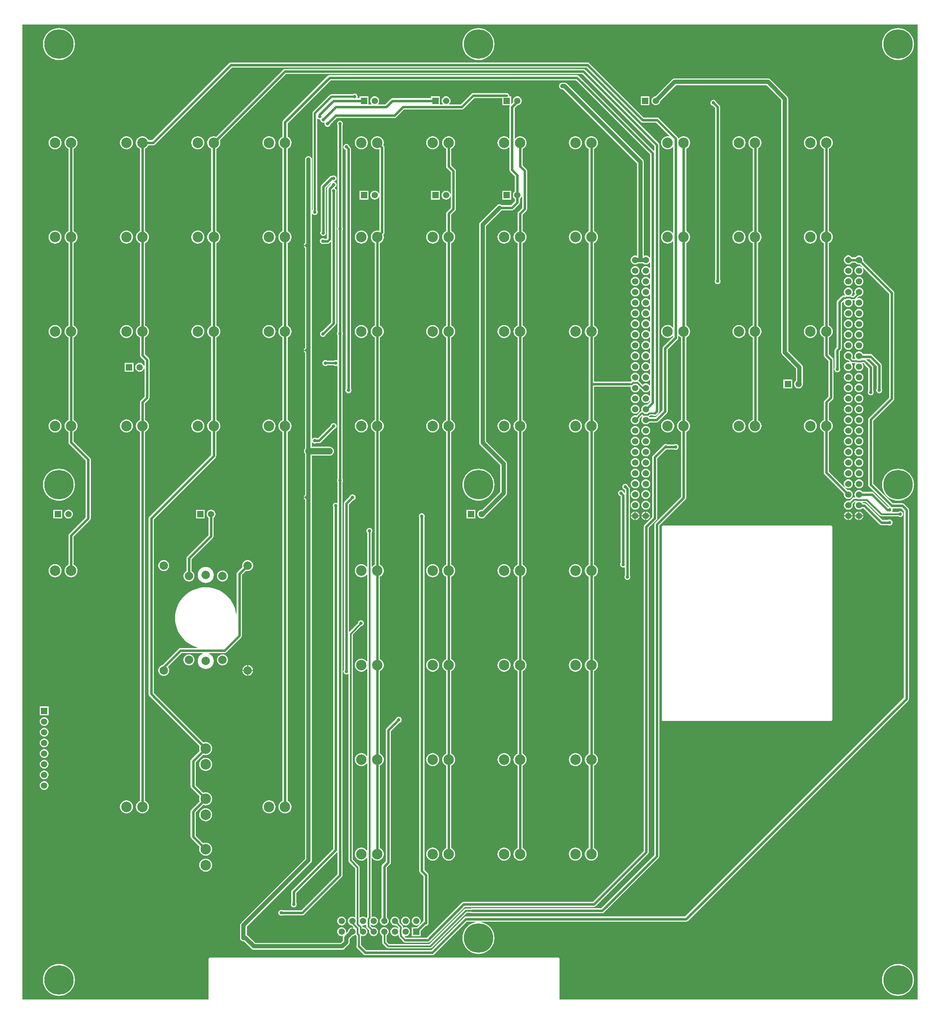
<source format=gbr>
%TF.GenerationSoftware,Altium Limited,Altium Designer,20.2.5 (213)*%
G04 Layer_Physical_Order=2*
G04 Layer_Color=16711680*
%FSLAX45Y45*%
%MOMM*%
%TF.SameCoordinates,662F433C-BD6F-4083-8A0F-E7C0AAC1164F*%
%TF.FilePolarity,Positive*%
%TF.FileFunction,Copper,L2,Bot,Signal*%
%TF.Part,Single*%
G01*
G75*
%TA.AperFunction,Conductor*%
%ADD15C,0.60000*%
%ADD16C,0.40000*%
%ADD17C,0.50000*%
%ADD18C,1.00000*%
%ADD19C,1.50000*%
%TA.AperFunction,ComponentPad*%
%ADD21C,2.50000*%
%ADD22C,1.50000*%
%ADD23R,1.50000X1.50000*%
%ADD24C,1.52400*%
%ADD25R,1.50000X1.50000*%
%ADD26C,2.00000*%
%TA.AperFunction,ViaPad*%
%ADD27C,7.00000*%
%ADD28C,0.80000*%
%ADD29C,1.50000*%
G36*
X21369414Y30586D02*
X12830586D01*
Y999999D01*
X12828258Y1011704D01*
X12821628Y1021628D01*
X12811703Y1028258D01*
X12799999Y1030586D01*
X4500001D01*
X4488296Y1028258D01*
X4478372Y1021628D01*
X4471742Y1011704D01*
X4469413Y999999D01*
Y30586D01*
X30586D01*
Y23269414D01*
X21369414D01*
Y30586D01*
D02*
G37*
%LPC*%
G36*
X20900000Y23181175D02*
X20840372Y23176482D01*
X20782211Y23162518D01*
X20726950Y23139630D01*
X20675951Y23108377D01*
X20630469Y23069531D01*
X20591623Y23024049D01*
X20560371Y22973050D01*
X20537482Y22917790D01*
X20523518Y22859628D01*
X20518825Y22800000D01*
X20523518Y22740372D01*
X20537482Y22682211D01*
X20560371Y22626950D01*
X20591623Y22575951D01*
X20630469Y22530469D01*
X20675951Y22491623D01*
X20726950Y22460371D01*
X20782211Y22437482D01*
X20840372Y22423518D01*
X20900000Y22418825D01*
X20959628Y22423518D01*
X21017790Y22437482D01*
X21073050Y22460371D01*
X21124049Y22491623D01*
X21169531Y22530469D01*
X21208377Y22575951D01*
X21239630Y22626950D01*
X21262518Y22682211D01*
X21276482Y22740372D01*
X21281175Y22800000D01*
X21276482Y22859628D01*
X21262518Y22917790D01*
X21239630Y22973050D01*
X21208377Y23024049D01*
X21169531Y23069531D01*
X21124049Y23108377D01*
X21073050Y23139630D01*
X21017790Y23162518D01*
X20959628Y23176482D01*
X20900000Y23181175D01*
D02*
G37*
G36*
X10900000D02*
X10840371Y23176482D01*
X10782211Y23162518D01*
X10726950Y23139630D01*
X10675951Y23108377D01*
X10630469Y23069531D01*
X10591623Y23024049D01*
X10560371Y22973050D01*
X10537481Y22917790D01*
X10523518Y22859628D01*
X10518825Y22800000D01*
X10523518Y22740372D01*
X10537481Y22682211D01*
X10560371Y22626950D01*
X10591623Y22575951D01*
X10630469Y22530469D01*
X10675951Y22491623D01*
X10726950Y22460371D01*
X10782211Y22437482D01*
X10840371Y22423518D01*
X10900000Y22418825D01*
X10959629Y22423518D01*
X11017789Y22437482D01*
X11073050Y22460371D01*
X11124049Y22491623D01*
X11169531Y22530469D01*
X11208377Y22575951D01*
X11239630Y22626950D01*
X11262519Y22682211D01*
X11276482Y22740372D01*
X11281175Y22800000D01*
X11276482Y22859628D01*
X11262519Y22917790D01*
X11239630Y22973050D01*
X11208377Y23024049D01*
X11169531Y23069531D01*
X11124049Y23108377D01*
X11073050Y23139630D01*
X11017789Y23162518D01*
X10959629Y23176482D01*
X10900000Y23181175D01*
D02*
G37*
G36*
X900000D02*
X840371Y23176482D01*
X782211Y23162518D01*
X726950Y23139630D01*
X675951Y23108377D01*
X630469Y23069531D01*
X591623Y23024049D01*
X560370Y22973050D01*
X537481Y22917790D01*
X523518Y22859628D01*
X518825Y22800000D01*
X523518Y22740372D01*
X537481Y22682211D01*
X560370Y22626950D01*
X591623Y22575951D01*
X630469Y22530469D01*
X675951Y22491623D01*
X726950Y22460371D01*
X782211Y22437482D01*
X840371Y22423518D01*
X900000Y22418825D01*
X959629Y22423518D01*
X1017789Y22437482D01*
X1073050Y22460371D01*
X1124049Y22491623D01*
X1169531Y22530469D01*
X1208377Y22575951D01*
X1239629Y22626950D01*
X1262519Y22682211D01*
X1276482Y22740372D01*
X1281175Y22800000D01*
X1276482Y22859628D01*
X1262519Y22917790D01*
X1239629Y22973050D01*
X1208377Y23024049D01*
X1169531Y23069531D01*
X1124049Y23108377D01*
X1073050Y23139630D01*
X1017789Y23162518D01*
X959629Y23176482D01*
X900000Y23181175D01*
D02*
G37*
G36*
X11573000Y21636176D02*
X10775000D01*
X10751589Y21631519D01*
X10731742Y21618259D01*
X10474661Y21361176D01*
X10203478D01*
X10199396Y21373203D01*
X10201887Y21375113D01*
X10218717Y21397047D01*
X10229297Y21422591D01*
X10232906Y21450000D01*
X10229297Y21477409D01*
X10218717Y21502953D01*
X10201887Y21524887D01*
X10179953Y21541718D01*
X10154410Y21552296D01*
X10127000Y21555907D01*
X10099590Y21552296D01*
X10074047Y21541718D01*
X10052113Y21524887D01*
X10035283Y21502953D01*
X10024703Y21477409D01*
X10021094Y21450000D01*
X10024703Y21422591D01*
X10035283Y21397047D01*
X10052113Y21375113D01*
X10054604Y21373203D01*
X10050522Y21361176D01*
X9978000D01*
Y21555000D01*
X9768000D01*
Y21511176D01*
X8850000D01*
X8826589Y21506519D01*
X8806742Y21493257D01*
X8674660Y21361176D01*
X8503478D01*
X8499395Y21373203D01*
X8501887Y21375113D01*
X8518717Y21397047D01*
X8529297Y21422591D01*
X8532906Y21450000D01*
X8529297Y21477409D01*
X8518717Y21502953D01*
X8501887Y21524887D01*
X8479953Y21541718D01*
X8454410Y21552296D01*
X8427000Y21555907D01*
X8399589Y21552296D01*
X8374047Y21541718D01*
X8352113Y21524887D01*
X8335283Y21502953D01*
X8324703Y21477409D01*
X8321094Y21450000D01*
X8324703Y21422591D01*
X8335283Y21397047D01*
X8352113Y21375113D01*
X8354604Y21373203D01*
X8350522Y21361176D01*
X8278000D01*
Y21555000D01*
X8068000D01*
Y21511176D01*
X8023432D01*
X8014946Y21523875D01*
X8018198Y21531728D01*
X8020604Y21550000D01*
X8018198Y21568274D01*
X8011145Y21585303D01*
X7999925Y21599925D01*
X7985302Y21611145D01*
X7968274Y21618198D01*
X7950000Y21620604D01*
X7931727Y21618198D01*
X7914698Y21611145D01*
X7908094Y21606078D01*
X7400000D01*
X7378540Y21601810D01*
X7360347Y21589653D01*
X6960347Y21189653D01*
X6948191Y21171460D01*
X6943923Y21150000D01*
Y18854443D01*
X6943390Y18854062D01*
X6930690Y18860585D01*
Y20050000D01*
X6927941Y20070885D01*
X6919880Y20090344D01*
X6907057Y20107057D01*
X6890345Y20119881D01*
X6870884Y20127940D01*
X6850000Y20130690D01*
X6829116Y20127940D01*
X6809655Y20119881D01*
X6792943Y20107057D01*
X6780120Y20090344D01*
X6772059Y20070885D01*
X6769310Y20050000D01*
Y18058076D01*
X6767018Y18057127D01*
X6753356Y18046645D01*
X6742873Y18032982D01*
X6736283Y18017073D01*
X6735708Y18012700D01*
X6800000D01*
Y17987300D01*
X6735708D01*
X6736283Y17982927D01*
X6742873Y17967018D01*
X6753356Y17953355D01*
X6767018Y17942873D01*
X6769310Y17941924D01*
Y15558076D01*
X6767018Y15557127D01*
X6753356Y15546645D01*
X6742873Y15532982D01*
X6736283Y15517073D01*
X6735708Y15512700D01*
X6800000D01*
Y15487300D01*
X6735708D01*
X6736283Y15482927D01*
X6742873Y15467018D01*
X6753356Y15453355D01*
X6767018Y15442873D01*
X6769310Y15441924D01*
Y13167323D01*
X6758283Y13152953D01*
X6747703Y13127409D01*
X6744094Y13100000D01*
X6747703Y13072591D01*
X6758283Y13047047D01*
X6769310Y13032677D01*
Y12058076D01*
X6767018Y12057127D01*
X6753356Y12046644D01*
X6742873Y12032982D01*
X6736283Y12017073D01*
X6735708Y12012700D01*
X6800000D01*
Y11987300D01*
X6735708D01*
X6736283Y11982927D01*
X6742873Y11967018D01*
X6753356Y11953356D01*
X6767018Y11942873D01*
X6769310Y11941924D01*
Y8050000D01*
Y3383423D01*
X5242944Y1857057D01*
X5230120Y1840345D01*
X5222059Y1820884D01*
X5219310Y1800000D01*
Y1500000D01*
X5222059Y1479116D01*
X5230120Y1459655D01*
X5242944Y1442944D01*
X5259655Y1430120D01*
X5279116Y1422059D01*
X5300000Y1419310D01*
X5316577D01*
X5492944Y1242943D01*
X5509655Y1230120D01*
X5529116Y1222059D01*
X5550000Y1219310D01*
X7650000D01*
X7670884Y1222059D01*
X7690345Y1230120D01*
X7707056Y1242943D01*
X7807057Y1342943D01*
X7819880Y1359655D01*
X7827941Y1379116D01*
X7830690Y1400000D01*
Y1474577D01*
X7906794Y1550681D01*
X7918210Y1552184D01*
X7942633Y1562301D01*
X7959578Y1575303D01*
X7972538Y1574957D01*
X7975965Y1573638D01*
X7980952Y1566175D01*
X7999020Y1548107D01*
Y1331701D01*
X7993481Y1323411D01*
X7988825Y1300000D01*
X7993481Y1276589D01*
X8006742Y1256742D01*
X8156742Y1106743D01*
X8176589Y1093481D01*
X8200000Y1088825D01*
X9800000D01*
X9823411Y1093481D01*
X9843257Y1106743D01*
X10625340Y1888825D01*
X10837378D01*
X10838882Y1876125D01*
X10782211Y1862519D01*
X10726950Y1839630D01*
X10675951Y1808377D01*
X10630469Y1769531D01*
X10591623Y1724049D01*
X10560371Y1673050D01*
X10537481Y1617789D01*
X10523518Y1559629D01*
X10518825Y1500000D01*
X10523518Y1440371D01*
X10537481Y1382211D01*
X10560371Y1326950D01*
X10591623Y1275951D01*
X10630469Y1230469D01*
X10675951Y1191623D01*
X10726950Y1160371D01*
X10782211Y1137481D01*
X10840371Y1123518D01*
X10900000Y1118825D01*
X10959629Y1123518D01*
X11017789Y1137481D01*
X11073050Y1160371D01*
X11124049Y1191623D01*
X11169531Y1230469D01*
X11208377Y1275951D01*
X11239630Y1326950D01*
X11262519Y1382211D01*
X11276482Y1440371D01*
X11281175Y1500000D01*
X11276482Y1559629D01*
X11262519Y1617789D01*
X11239630Y1673050D01*
X11208377Y1724049D01*
X11169531Y1769531D01*
X11124049Y1808377D01*
X11073050Y1839630D01*
X11017789Y1862519D01*
X10961119Y1876125D01*
X10962622Y1888825D01*
X15850000D01*
X15873412Y1893481D01*
X15893257Y1906742D01*
X21143257Y7156743D01*
X21156519Y7176589D01*
X21161176Y7200000D01*
Y11700000D01*
X21156519Y11723411D01*
X21143257Y11743257D01*
X21043257Y11843257D01*
X21023412Y11856519D01*
X21000000Y11861175D01*
X20775340D01*
X20311176Y12325340D01*
Y13824660D01*
X20793257Y14306741D01*
X20806519Y14326588D01*
X20811176Y14350000D01*
Y16874001D01*
X20806519Y16897411D01*
X20793257Y16917258D01*
X20072719Y17637794D01*
X20075116Y17656000D01*
X20071466Y17683723D01*
X20060765Y17709558D01*
X20043742Y17731743D01*
X20021558Y17748766D01*
X19995724Y17759467D01*
X19967999Y17763116D01*
X19940276Y17759467D01*
X19914442Y17748766D01*
X19892258Y17731743D01*
X19881079Y17717175D01*
X19800922D01*
X19789742Y17731743D01*
X19767558Y17748766D01*
X19761160Y17751414D01*
X19757257Y17757257D01*
X19737411Y17770518D01*
X19714000Y17775175D01*
X19690588Y17770518D01*
X19670741Y17757257D01*
X19666840Y17751414D01*
X19660442Y17748766D01*
X19638257Y17731743D01*
X19621234Y17709558D01*
X19610533Y17683723D01*
X19606883Y17656000D01*
X19610533Y17628276D01*
X19621234Y17602441D01*
X19638257Y17580257D01*
X19660442Y17563234D01*
X19686276Y17552534D01*
X19714000Y17548885D01*
X19741724Y17552534D01*
X19767558Y17563234D01*
X19789742Y17580257D01*
X19800922Y17594826D01*
X19881079D01*
X19892258Y17580257D01*
X19914442Y17563234D01*
X19940276Y17552534D01*
X19967999Y17548885D01*
X19986205Y17551280D01*
X20043706Y17493779D01*
X20035313Y17484210D01*
X20021558Y17494766D01*
X19995724Y17505466D01*
X19967999Y17509116D01*
X19940276Y17505466D01*
X19914442Y17494766D01*
X19892258Y17477744D01*
X19875233Y17455557D01*
X19864532Y17429724D01*
X19860883Y17402000D01*
X19864532Y17374277D01*
X19875233Y17348442D01*
X19892258Y17326257D01*
X19914442Y17309235D01*
X19940276Y17298534D01*
X19967999Y17294884D01*
X19995724Y17298534D01*
X20021558Y17309235D01*
X20043742Y17326257D01*
X20060765Y17348442D01*
X20071466Y17374277D01*
X20075116Y17402000D01*
X20071466Y17429724D01*
X20060765Y17455557D01*
X20050211Y17469315D01*
X20059779Y17477705D01*
X20688824Y16848660D01*
Y14375339D01*
X20206741Y13893257D01*
X20193481Y13873412D01*
X20188824Y13850000D01*
Y12300001D01*
X20193481Y12276590D01*
X20206741Y12256743D01*
X20677812Y11785673D01*
X20673956Y11771567D01*
X20666792Y11769723D01*
X20325258Y12111257D01*
X20305411Y12124519D01*
X20282001Y12129175D01*
X20054921D01*
X20043742Y12143743D01*
X20021558Y12160766D01*
X19995724Y12171466D01*
X19967999Y12175116D01*
X19940276Y12171466D01*
X19914442Y12160766D01*
X19892258Y12143743D01*
X19875233Y12121558D01*
X19864532Y12095724D01*
X19860883Y12068000D01*
X19864532Y12040276D01*
X19875233Y12014442D01*
X19876823Y12012370D01*
X19871207Y12000980D01*
X19850000D01*
X19830492Y11997099D01*
X19813953Y11986048D01*
X19744302Y11916398D01*
X19741724Y11917466D01*
X19714000Y11921116D01*
X19686276Y11917466D01*
X19660442Y11906766D01*
X19638257Y11889743D01*
X19621234Y11867558D01*
X19610533Y11841724D01*
X19606883Y11814000D01*
X19610533Y11786276D01*
X19621234Y11760442D01*
X19638257Y11738257D01*
X19660442Y11721234D01*
X19686276Y11710534D01*
X19714000Y11706884D01*
X19741724Y11710534D01*
X19767558Y11721234D01*
X19789742Y11738257D01*
X19806766Y11760442D01*
X19817467Y11786276D01*
X19821117Y11814000D01*
X19817467Y11841724D01*
X19816399Y11844302D01*
X19870721Y11898626D01*
X19883267Y11897695D01*
X19888712Y11888245D01*
X19888367Y11884672D01*
X19875233Y11867558D01*
X19864532Y11841724D01*
X19860883Y11814000D01*
X19864532Y11786276D01*
X19875233Y11760442D01*
X19892258Y11738257D01*
X19914442Y11721234D01*
X19940276Y11710534D01*
X19967999Y11706884D01*
X19995724Y11710534D01*
X20021558Y11721234D01*
X20043742Y11738257D01*
X20044177Y11738825D01*
X20074660D01*
X20456741Y11356743D01*
X20476588Y11343481D01*
X20500000Y11338825D01*
X20664772D01*
X20681726Y11331802D01*
X20700000Y11329396D01*
X20718274Y11331802D01*
X20735303Y11338855D01*
X20749924Y11350076D01*
X20761145Y11364698D01*
X20768198Y11381727D01*
X20770604Y11400000D01*
X20768198Y11418274D01*
X20761145Y11435302D01*
X20749924Y11449925D01*
X20735303Y11461145D01*
X20718274Y11468198D01*
X20700000Y11470604D01*
X20681726Y11468198D01*
X20664772Y11461175D01*
X20525339D01*
X20143257Y11843257D01*
X20123412Y11856519D01*
X20100000Y11861175D01*
X20063409D01*
X20060765Y11867558D01*
X20052661Y11878121D01*
X20058923Y11890821D01*
X20137083D01*
X20463953Y11563952D01*
X20480492Y11552901D01*
X20500000Y11549020D01*
X20901451D01*
X20914697Y11538855D01*
X20931726Y11531802D01*
X20950000Y11529396D01*
X20968274Y11531802D01*
X20985303Y11538855D01*
X20999924Y11550075D01*
X21011145Y11564698D01*
X21018198Y11581726D01*
X21020604Y11600000D01*
X21018198Y11618273D01*
X21011145Y11635302D01*
X20999924Y11649924D01*
X20985303Y11661145D01*
X20968274Y11668198D01*
X20950000Y11670604D01*
X20931726Y11668198D01*
X20914697Y11661145D01*
X20901451Y11650979D01*
X20764975D01*
X20759358Y11662370D01*
X20761145Y11664698D01*
X20768198Y11681726D01*
X20770604Y11700000D01*
X20768198Y11718273D01*
X20764946Y11726124D01*
X20773431Y11738825D01*
X20974660D01*
X21038824Y11674660D01*
Y7225340D01*
X15824660Y2011175D01*
X10600000D01*
X10576589Y2006519D01*
X10556742Y1993258D01*
X9774660Y1211175D01*
X8225339D01*
X8100979Y1335535D01*
Y1543567D01*
X8111539Y1550623D01*
X8118590Y1547703D01*
X8146000Y1544094D01*
X8173410Y1547703D01*
X8198953Y1558283D01*
X8220887Y1575113D01*
X8237717Y1597047D01*
X8248297Y1622590D01*
X8251906Y1650000D01*
X8248297Y1677410D01*
X8237717Y1702953D01*
X8220887Y1724887D01*
X8198953Y1741717D01*
X8173410Y1752297D01*
X8146000Y1755906D01*
X8145063Y1755783D01*
X8137979Y1761995D01*
X8134099Y1781504D01*
X8130181Y1787367D01*
X8137544Y1799207D01*
X8146000Y1798094D01*
X8173410Y1801703D01*
X8198953Y1812283D01*
X8211320Y1821773D01*
X8224020Y1815509D01*
Y1775000D01*
X8227901Y1755491D01*
X8238952Y1738952D01*
X8298520Y1679384D01*
X8297703Y1677410D01*
X8294094Y1650000D01*
X8297703Y1622590D01*
X8308283Y1597047D01*
X8325113Y1575113D01*
X8347047Y1558283D01*
X8372590Y1547703D01*
X8400000Y1544094D01*
X8427410Y1547703D01*
X8452953Y1558283D01*
X8474887Y1575113D01*
X8491717Y1597047D01*
X8502297Y1622590D01*
X8505906Y1650000D01*
X8502297Y1677410D01*
X8491717Y1702953D01*
X8474887Y1724887D01*
X8452953Y1741717D01*
X8427410Y1752297D01*
X8400000Y1755906D01*
X8372590Y1752297D01*
X8370616Y1751480D01*
X8325980Y1796116D01*
Y1814091D01*
X8337370Y1819708D01*
X8347047Y1812283D01*
X8372590Y1801703D01*
X8400000Y1798094D01*
X8427410Y1801703D01*
X8452953Y1812283D01*
X8474887Y1829113D01*
X8491717Y1851047D01*
X8502297Y1876590D01*
X8505906Y1904000D01*
X8502297Y1931410D01*
X8491717Y1956953D01*
X8474887Y1978887D01*
X8452953Y1995717D01*
X8427410Y2006297D01*
X8400000Y2009906D01*
X8372590Y2006297D01*
X8361539Y2001720D01*
X8350979Y2008776D01*
Y3405050D01*
X8363679Y3409594D01*
X8379868Y3389868D01*
X8403470Y3370499D01*
X8430397Y3356106D01*
X8459615Y3347243D01*
X8490000Y3344250D01*
X8520385Y3347243D01*
X8549603Y3356106D01*
X8576530Y3370499D01*
X8600132Y3389868D01*
X8619501Y3413470D01*
X8633894Y3440397D01*
X8642757Y3469615D01*
X8645750Y3500000D01*
X8642757Y3530385D01*
X8633894Y3559603D01*
X8619501Y3586530D01*
X8600132Y3610132D01*
X8576530Y3629502D01*
X8551175Y3643054D01*
Y5606946D01*
X8576530Y5620499D01*
X8600132Y5639868D01*
X8619501Y5663470D01*
X8633894Y5690397D01*
X8642757Y5719615D01*
X8645750Y5750000D01*
X8642757Y5780385D01*
X8633894Y5809603D01*
X8619501Y5836530D01*
X8600132Y5860132D01*
X8576530Y5879501D01*
X8551175Y5893054D01*
Y7856946D01*
X8576530Y7870499D01*
X8600132Y7889868D01*
X8619501Y7913470D01*
X8633894Y7940397D01*
X8642757Y7969615D01*
X8645750Y8000000D01*
X8642757Y8030385D01*
X8633894Y8059603D01*
X8619501Y8086530D01*
X8600132Y8110132D01*
X8576530Y8129501D01*
X8551175Y8143054D01*
Y10106946D01*
X8576530Y10120499D01*
X8600132Y10139868D01*
X8619501Y10163470D01*
X8633894Y10190397D01*
X8642757Y10219615D01*
X8645750Y10250000D01*
X8642757Y10280385D01*
X8633894Y10309603D01*
X8619501Y10336530D01*
X8600132Y10360132D01*
X8576530Y10379501D01*
X8551175Y10393054D01*
Y13556946D01*
X8576530Y13570499D01*
X8600132Y13589868D01*
X8619501Y13613470D01*
X8633894Y13640398D01*
X8642757Y13669615D01*
X8645750Y13700000D01*
X8642757Y13730385D01*
X8633894Y13759602D01*
X8619501Y13786530D01*
X8600132Y13810132D01*
X8576530Y13829501D01*
X8551175Y13843054D01*
Y15806946D01*
X8576530Y15820499D01*
X8600132Y15839868D01*
X8619501Y15863470D01*
X8633894Y15890398D01*
X8642757Y15919615D01*
X8645750Y15950000D01*
X8642757Y15980385D01*
X8633894Y16009602D01*
X8619501Y16036530D01*
X8600132Y16060132D01*
X8576530Y16079501D01*
X8551175Y16093054D01*
Y18056946D01*
X8576530Y18070499D01*
X8600132Y18089868D01*
X8619501Y18113470D01*
X8633894Y18140398D01*
X8642757Y18169615D01*
X8645750Y18200000D01*
X8642757Y18230385D01*
X8634411Y18257896D01*
X8643258Y18266743D01*
X8656519Y18286589D01*
X8661175Y18310001D01*
Y20339999D01*
X8656519Y20363411D01*
X8643258Y20383257D01*
X8634411Y20392104D01*
X8642757Y20419615D01*
X8645750Y20450000D01*
X8642757Y20480385D01*
X8633894Y20509602D01*
X8619501Y20536530D01*
X8600132Y20560132D01*
X8576530Y20579501D01*
X8549603Y20593893D01*
X8520385Y20602757D01*
X8490000Y20605750D01*
X8459615Y20602757D01*
X8430397Y20593893D01*
X8403470Y20579501D01*
X8379868Y20560132D01*
X8360498Y20536530D01*
X8346105Y20509602D01*
X8337242Y20480385D01*
X8334250Y20450000D01*
X8337242Y20419615D01*
X8346105Y20390398D01*
X8360498Y20363470D01*
X8379868Y20339868D01*
X8403470Y20320499D01*
X8430397Y20306107D01*
X8459615Y20297243D01*
X8490000Y20294250D01*
X8520385Y20297243D01*
X8528624Y20299742D01*
X8538825Y20292175D01*
Y19237596D01*
X8526125Y19235069D01*
X8518717Y19252953D01*
X8501887Y19274887D01*
X8479953Y19291718D01*
X8454410Y19302296D01*
X8427000Y19305907D01*
X8399589Y19302296D01*
X8374047Y19291718D01*
X8352113Y19274887D01*
X8335283Y19252953D01*
X8324703Y19227409D01*
X8321094Y19200000D01*
X8324703Y19172591D01*
X8335283Y19147047D01*
X8352113Y19125113D01*
X8374047Y19108282D01*
X8399589Y19097704D01*
X8427000Y19094093D01*
X8454410Y19097704D01*
X8479953Y19108282D01*
X8501887Y19125113D01*
X8518717Y19147047D01*
X8526125Y19164931D01*
X8538825Y19162404D01*
Y18357825D01*
X8528624Y18350258D01*
X8520385Y18352757D01*
X8490000Y18355750D01*
X8459615Y18352757D01*
X8430397Y18343893D01*
X8403470Y18329501D01*
X8379868Y18310132D01*
X8360498Y18286530D01*
X8346105Y18259602D01*
X8337242Y18230385D01*
X8334250Y18200000D01*
X8337242Y18169615D01*
X8346105Y18140398D01*
X8360498Y18113470D01*
X8379868Y18089868D01*
X8403470Y18070499D01*
X8428824Y18056946D01*
Y16093054D01*
X8403470Y16079501D01*
X8379868Y16060132D01*
X8360498Y16036530D01*
X8346105Y16009602D01*
X8337242Y15980385D01*
X8334250Y15950000D01*
X8337242Y15919615D01*
X8346105Y15890398D01*
X8360498Y15863470D01*
X8379868Y15839868D01*
X8403470Y15820499D01*
X8428824Y15806946D01*
Y13843054D01*
X8403470Y13829501D01*
X8379868Y13810132D01*
X8360498Y13786530D01*
X8346105Y13759602D01*
X8337242Y13730385D01*
X8334250Y13700000D01*
X8337242Y13669615D01*
X8346105Y13640398D01*
X8360498Y13613470D01*
X8379868Y13589868D01*
X8403470Y13570499D01*
X8428824Y13556946D01*
Y10393054D01*
X8403470Y10379501D01*
X8379868Y10360132D01*
X8363679Y10340407D01*
X8350979Y10344951D01*
Y11151451D01*
X8361145Y11164698D01*
X8368198Y11181726D01*
X8370604Y11200000D01*
X8368198Y11218273D01*
X8361145Y11235302D01*
X8349924Y11249924D01*
X8335302Y11261145D01*
X8318273Y11268198D01*
X8300000Y11270604D01*
X8281726Y11268198D01*
X8264698Y11261145D01*
X8250075Y11249924D01*
X8238855Y11235302D01*
X8231802Y11218273D01*
X8229396Y11200000D01*
X8231802Y11181726D01*
X8238855Y11164698D01*
X8249020Y11151451D01*
Y10344951D01*
X8236320Y10340407D01*
X8220132Y10360132D01*
X8196530Y10379501D01*
X8169603Y10393894D01*
X8140385Y10402757D01*
X8110000Y10405750D01*
X8079615Y10402757D01*
X8050397Y10393894D01*
X8023470Y10379501D01*
X7999868Y10360132D01*
X7980499Y10336530D01*
X7966106Y10309603D01*
X7957243Y10280385D01*
X7954250Y10250000D01*
X7957243Y10219615D01*
X7966106Y10190397D01*
X7980499Y10163470D01*
X7999868Y10139868D01*
X8023470Y10120499D01*
X8050397Y10106106D01*
X8079615Y10097243D01*
X8110000Y10094250D01*
X8140385Y10097243D01*
X8169603Y10106106D01*
X8196530Y10120499D01*
X8220132Y10139868D01*
X8236320Y10159594D01*
X8249020Y10155050D01*
Y8094951D01*
X8236320Y8090406D01*
X8220132Y8110132D01*
X8196530Y8129501D01*
X8169603Y8143894D01*
X8140385Y8152757D01*
X8110000Y8155750D01*
X8079615Y8152757D01*
X8050397Y8143894D01*
X8023470Y8129501D01*
X7999868Y8110132D01*
X7980499Y8086530D01*
X7966106Y8059603D01*
X7957243Y8030385D01*
X7954250Y8000000D01*
X7957243Y7969615D01*
X7966106Y7940397D01*
X7980499Y7913470D01*
X7999868Y7889868D01*
X8023470Y7870499D01*
X8050397Y7856106D01*
X8079615Y7847243D01*
X8110000Y7844250D01*
X8140385Y7847243D01*
X8169603Y7856106D01*
X8196530Y7870499D01*
X8220132Y7889868D01*
X8236320Y7909594D01*
X8249020Y7905049D01*
Y5844950D01*
X8236320Y5840406D01*
X8220132Y5860132D01*
X8196530Y5879501D01*
X8169603Y5893894D01*
X8140385Y5902757D01*
X8110000Y5905750D01*
X8079615Y5902757D01*
X8050397Y5893894D01*
X8023470Y5879501D01*
X7999868Y5860132D01*
X7980499Y5836530D01*
X7966106Y5809603D01*
X7957243Y5780385D01*
X7954250Y5750000D01*
X7957243Y5719615D01*
X7966106Y5690397D01*
X7980499Y5663470D01*
X7999868Y5639868D01*
X8023470Y5620499D01*
X8050397Y5606106D01*
X8079615Y5597243D01*
X8110000Y5594250D01*
X8140385Y5597243D01*
X8169603Y5606106D01*
X8196530Y5620499D01*
X8220132Y5639868D01*
X8236320Y5659593D01*
X8249020Y5655049D01*
Y3594951D01*
X8236320Y3590407D01*
X8220132Y3610132D01*
X8196530Y3629502D01*
X8169603Y3643894D01*
X8140385Y3652757D01*
X8110000Y3655750D01*
X8079615Y3652757D01*
X8050397Y3643894D01*
X8023470Y3629502D01*
X7999868Y3610132D01*
X7980499Y3586530D01*
X7966106Y3559603D01*
X7957243Y3530385D01*
X7954250Y3500000D01*
X7957243Y3469615D01*
X7966106Y3440397D01*
X7980499Y3413470D01*
X7999868Y3389868D01*
X8023470Y3370499D01*
X8050397Y3356106D01*
X8079615Y3347243D01*
X8110000Y3344250D01*
X8140385Y3347243D01*
X8169603Y3356106D01*
X8196530Y3370499D01*
X8220132Y3389868D01*
X8236320Y3409594D01*
X8249020Y3405050D01*
Y2001893D01*
X8238952Y1991825D01*
X8233374Y1983476D01*
X8229652Y1982108D01*
X8217214Y1981705D01*
X8198953Y1995717D01*
X8173410Y2006297D01*
X8146000Y2009906D01*
X8118590Y2006297D01*
X8093047Y1995717D01*
X8080680Y1986227D01*
X8067980Y1992491D01*
Y3183000D01*
X8064099Y3202509D01*
X8053048Y3219048D01*
X7900980Y3371116D01*
Y5450000D01*
Y8728884D01*
X8101719Y8929622D01*
X8118274Y8931802D01*
X8135302Y8938855D01*
X8149925Y8950076D01*
X8161145Y8964698D01*
X8168198Y8981727D01*
X8170604Y9000000D01*
X8168198Y9018274D01*
X8161145Y9035302D01*
X8149925Y9049924D01*
X8135302Y9061145D01*
X8118274Y9068198D01*
X8100000Y9070604D01*
X8081727Y9068198D01*
X8064698Y9061145D01*
X8050076Y9049924D01*
X8038855Y9035302D01*
X8031802Y9018274D01*
X8029622Y9001719D01*
X7823875Y8795971D01*
X7811175Y8801232D01*
Y11824660D01*
X7918348Y11931833D01*
X7935302Y11938855D01*
X7949924Y11950075D01*
X7961145Y11964698D01*
X7968198Y11981726D01*
X7970604Y12000000D01*
X7968198Y12018273D01*
X7961145Y12035302D01*
X7949924Y12049924D01*
X7935302Y12061145D01*
X7918273Y12068198D01*
X7900000Y12070604D01*
X7881726Y12068198D01*
X7864698Y12061145D01*
X7850075Y12049924D01*
X7838855Y12035302D01*
X7831833Y12018348D01*
X7706743Y11893257D01*
X7693481Y11873411D01*
X7688825Y11850000D01*
Y7885228D01*
X7681802Y7868274D01*
X7679396Y7850000D01*
X7681802Y7831727D01*
X7688855Y7814698D01*
X7700076Y7800076D01*
X7714698Y7788855D01*
X7731726Y7781802D01*
X7750000Y7779396D01*
X7768274Y7781802D01*
X7785302Y7788855D01*
X7787630Y7790642D01*
X7799020Y7785025D01*
Y5450000D01*
Y3350000D01*
X7802901Y3330491D01*
X7813952Y3313952D01*
X7966020Y3161884D01*
Y1993909D01*
X7954630Y1988292D01*
X7944953Y1995717D01*
X7919410Y2006297D01*
X7892000Y2009906D01*
X7864590Y2006297D01*
X7839047Y1995717D01*
X7817113Y1978887D01*
X7800283Y1956953D01*
X7789703Y1931410D01*
X7786094Y1904000D01*
X7789703Y1876590D01*
X7800283Y1851047D01*
X7817113Y1829113D01*
X7839047Y1812283D01*
X7864590Y1801703D01*
X7877962Y1799942D01*
X7917138Y1760766D01*
X7911206Y1748738D01*
X7904699Y1749594D01*
Y1650000D01*
X7879299D01*
Y1749594D01*
X7865790Y1747816D01*
X7841367Y1737699D01*
X7820394Y1721606D01*
X7804301Y1700633D01*
X7794184Y1676210D01*
X7792681Y1664794D01*
X7753506Y1625619D01*
X7741477Y1631551D01*
X7743906Y1650000D01*
X7740297Y1677410D01*
X7729717Y1702953D01*
X7712887Y1724887D01*
X7690953Y1741717D01*
X7665410Y1752297D01*
X7638000Y1755906D01*
X7610590Y1752297D01*
X7585047Y1741717D01*
X7563113Y1724887D01*
X7546283Y1702953D01*
X7535703Y1677410D01*
X7532094Y1650000D01*
X7535703Y1622590D01*
X7546283Y1597047D01*
X7563113Y1575113D01*
X7585047Y1558283D01*
X7610590Y1547703D01*
X7638000Y1544094D01*
X7665410Y1547703D01*
X7666252Y1548052D01*
X7675972Y1538331D01*
X7672059Y1528884D01*
X7669310Y1508000D01*
Y1433423D01*
X7616577Y1380690D01*
X5583423D01*
X5407056Y1557057D01*
X5390345Y1569880D01*
X5380690Y1573879D01*
Y1766577D01*
X6907057Y3292944D01*
X6919880Y3309655D01*
X6927941Y3329116D01*
X6930690Y3350000D01*
Y8050000D01*
Y12994093D01*
X7350000D01*
X7377410Y12997704D01*
X7402953Y13008282D01*
X7424887Y13025113D01*
X7441717Y13047047D01*
X7452297Y13072591D01*
X7455906Y13100000D01*
X7452297Y13127409D01*
X7441717Y13152953D01*
X7424887Y13174887D01*
X7402953Y13191718D01*
X7377410Y13202296D01*
X7350000Y13205907D01*
X6930690D01*
Y13304477D01*
X6943390Y13308788D01*
X6950076Y13300076D01*
X6964698Y13288855D01*
X6981726Y13281802D01*
X7000000Y13279396D01*
X7018273Y13281802D01*
X7035228Y13288824D01*
X7100000D01*
X7123411Y13293481D01*
X7143257Y13306741D01*
X7468348Y13631833D01*
X7485302Y13638855D01*
X7499925Y13650076D01*
X7511145Y13664697D01*
X7518198Y13681728D01*
X7520604Y13700000D01*
X7518198Y13718274D01*
X7511145Y13735303D01*
X7499925Y13749924D01*
X7485302Y13761145D01*
X7468274Y13768198D01*
X7450000Y13770604D01*
X7431727Y13768198D01*
X7414698Y13761145D01*
X7400076Y13749924D01*
X7388855Y13735303D01*
X7381833Y13718349D01*
X7074660Y13411176D01*
X7035228D01*
X7018273Y13418198D01*
X7000000Y13420604D01*
X6981726Y13418198D01*
X6964698Y13411145D01*
X6950076Y13399924D01*
X6943390Y13391212D01*
X6930690Y13395523D01*
Y15500000D01*
Y18754477D01*
X6943390Y18758788D01*
X6950076Y18750076D01*
X6964698Y18738855D01*
X6981726Y18731802D01*
X7000000Y18729396D01*
X7018273Y18731802D01*
X7035302Y18738855D01*
X7049924Y18750076D01*
X7061145Y18764697D01*
X7068198Y18781726D01*
X7070604Y18800000D01*
X7068198Y18818274D01*
X7061145Y18835303D01*
X7056077Y18841907D01*
Y21022954D01*
X7068777Y21027264D01*
X7070076Y21025574D01*
X7084698Y21014352D01*
X7101726Y21007300D01*
X7120000Y21004893D01*
X7123978Y21005418D01*
X7129396Y21000000D01*
X7131802Y20981726D01*
X7138855Y20964697D01*
X7150076Y20950075D01*
X7164698Y20938855D01*
X7181727Y20931802D01*
X7200000Y20929396D01*
X7218274Y20931802D01*
X7224774Y20934496D01*
X7234495Y20924774D01*
X7231802Y20918274D01*
X7229396Y20900000D01*
X7231802Y20881728D01*
X7238855Y20864697D01*
X7250075Y20850076D01*
X7264698Y20838855D01*
X7281726Y20831802D01*
X7300000Y20829396D01*
X7318273Y20831802D01*
X7335302Y20838855D01*
X7349924Y20850076D01*
X7361145Y20864697D01*
X7368167Y20881651D01*
X7525339Y21038824D01*
X8900000D01*
X8923411Y21043481D01*
X8943257Y21056741D01*
X9125340Y21238824D01*
X10500000D01*
X10523411Y21243481D01*
X10543258Y21256743D01*
X10800340Y21513824D01*
X11468000D01*
Y21345000D01*
X11642633D01*
X11649421Y21332300D01*
X11643481Y21323412D01*
X11638825Y21300000D01*
Y20556204D01*
X11626867Y20551926D01*
X11620132Y20560132D01*
X11596530Y20579501D01*
X11569603Y20593893D01*
X11540385Y20602757D01*
X11510000Y20605750D01*
X11479615Y20602757D01*
X11450397Y20593893D01*
X11423470Y20579501D01*
X11399868Y20560132D01*
X11380499Y20536530D01*
X11366106Y20509602D01*
X11357243Y20480385D01*
X11354250Y20450000D01*
X11357243Y20419615D01*
X11366106Y20390398D01*
X11380499Y20363470D01*
X11399868Y20339868D01*
X11423470Y20320499D01*
X11450397Y20306107D01*
X11479615Y20297243D01*
X11510000Y20294250D01*
X11540385Y20297243D01*
X11569603Y20306107D01*
X11596530Y20320499D01*
X11620132Y20339868D01*
X11626867Y20348074D01*
X11638825Y20343796D01*
Y19800000D01*
X11643481Y19776588D01*
X11656742Y19756743D01*
X11765825Y19647659D01*
Y19285408D01*
X11752113Y19274887D01*
X11735283Y19252953D01*
X11724703Y19227409D01*
X11721094Y19200000D01*
X11724703Y19172591D01*
X11735283Y19147047D01*
X11752113Y19125113D01*
X11765825Y19114592D01*
Y19052341D01*
X11674660Y18961176D01*
X11451689D01*
X11440345Y18969881D01*
X11420884Y18977940D01*
X11400000Y18980690D01*
X11379116Y18977940D01*
X11359655Y18969881D01*
X11342944Y18957057D01*
X10942944Y18557057D01*
X10930120Y18540344D01*
X10922059Y18520885D01*
X10919310Y18500000D01*
Y13300000D01*
X10922059Y13279115D01*
X10930120Y13259656D01*
X10942944Y13242943D01*
X11419310Y12766577D01*
Y12133423D01*
X10990072Y11704185D01*
X10977000Y11705906D01*
X10949589Y11702297D01*
X10924047Y11691717D01*
X10902113Y11674887D01*
X10885283Y11652953D01*
X10874703Y11627410D01*
X10871094Y11600000D01*
X10874703Y11572590D01*
X10885283Y11547047D01*
X10902113Y11525113D01*
X10924047Y11508283D01*
X10949589Y11497703D01*
X10977000Y11494094D01*
X11004410Y11497703D01*
X11029953Y11508283D01*
X11051887Y11525113D01*
X11068717Y11547047D01*
X11074060Y11559947D01*
X11557057Y12042943D01*
X11569880Y12059655D01*
X11577941Y12079116D01*
X11580690Y12100000D01*
Y12800000D01*
X11577941Y12820885D01*
X11569880Y12840344D01*
X11557057Y12857056D01*
X11080690Y13333423D01*
Y18466577D01*
X11452938Y18838824D01*
X11700000D01*
X11723411Y18843481D01*
X11743257Y18856743D01*
X11870257Y18983743D01*
X11883519Y19003589D01*
X11888175Y19027000D01*
Y19114592D01*
X11901887Y19125113D01*
X11918717Y19147047D01*
X11926124Y19164931D01*
X11938824Y19162404D01*
Y18897839D01*
X11846742Y18805757D01*
X11833481Y18785912D01*
X11828824Y18762500D01*
Y18343054D01*
X11803470Y18329501D01*
X11779868Y18310132D01*
X11760498Y18286530D01*
X11746106Y18259602D01*
X11737242Y18230385D01*
X11734250Y18200000D01*
X11737242Y18169615D01*
X11746106Y18140398D01*
X11760498Y18113470D01*
X11779868Y18089868D01*
X11803470Y18070499D01*
X11828824Y18056946D01*
Y16093054D01*
X11803470Y16079501D01*
X11779868Y16060132D01*
X11760498Y16036530D01*
X11746106Y16009602D01*
X11737242Y15980385D01*
X11734250Y15950000D01*
X11737242Y15919615D01*
X11746106Y15890398D01*
X11760498Y15863470D01*
X11779868Y15839868D01*
X11803470Y15820499D01*
X11828824Y15806946D01*
Y13843054D01*
X11803470Y13829501D01*
X11779868Y13810132D01*
X11760498Y13786530D01*
X11746106Y13759602D01*
X11737242Y13730385D01*
X11734250Y13700000D01*
X11737242Y13669615D01*
X11746106Y13640398D01*
X11760498Y13613470D01*
X11779868Y13589868D01*
X11803470Y13570499D01*
X11828824Y13556946D01*
Y10393054D01*
X11803470Y10379501D01*
X11779868Y10360132D01*
X11760498Y10336530D01*
X11746106Y10309603D01*
X11737242Y10280385D01*
X11734250Y10250000D01*
X11737242Y10219615D01*
X11746106Y10190397D01*
X11760498Y10163470D01*
X11779868Y10139868D01*
X11803470Y10120499D01*
X11828824Y10106946D01*
Y8143054D01*
X11803470Y8129501D01*
X11779868Y8110132D01*
X11760498Y8086530D01*
X11746106Y8059603D01*
X11737242Y8030385D01*
X11734250Y8000000D01*
X11737242Y7969615D01*
X11746106Y7940397D01*
X11760498Y7913470D01*
X11779868Y7889868D01*
X11803470Y7870499D01*
X11828824Y7856946D01*
Y5893054D01*
X11803470Y5879501D01*
X11779868Y5860132D01*
X11760498Y5836530D01*
X11746106Y5809603D01*
X11737242Y5780385D01*
X11734250Y5750000D01*
X11737242Y5719615D01*
X11746106Y5690397D01*
X11760498Y5663470D01*
X11779868Y5639868D01*
X11803470Y5620499D01*
X11828824Y5606946D01*
Y3643054D01*
X11803470Y3629502D01*
X11779868Y3610132D01*
X11760498Y3586530D01*
X11746106Y3559603D01*
X11737242Y3530385D01*
X11734250Y3500000D01*
X11737242Y3469615D01*
X11746106Y3440397D01*
X11760498Y3413470D01*
X11779868Y3389868D01*
X11803470Y3370499D01*
X11830397Y3356106D01*
X11859615Y3347243D01*
X11890000Y3344250D01*
X11920385Y3347243D01*
X11949603Y3356106D01*
X11976530Y3370499D01*
X12000132Y3389868D01*
X12019501Y3413470D01*
X12033894Y3440397D01*
X12042757Y3469615D01*
X12045750Y3500000D01*
X12042757Y3530385D01*
X12033894Y3559603D01*
X12019501Y3586530D01*
X12000132Y3610132D01*
X11976530Y3629502D01*
X11951175Y3643054D01*
Y5606946D01*
X11976530Y5620499D01*
X12000132Y5639868D01*
X12019501Y5663470D01*
X12033894Y5690397D01*
X12042757Y5719615D01*
X12045750Y5750000D01*
X12042757Y5780385D01*
X12033894Y5809603D01*
X12019501Y5836530D01*
X12000132Y5860132D01*
X11976530Y5879501D01*
X11951175Y5893054D01*
Y7856946D01*
X11976530Y7870499D01*
X12000132Y7889868D01*
X12019501Y7913470D01*
X12033894Y7940397D01*
X12042757Y7969615D01*
X12045750Y8000000D01*
X12042757Y8030385D01*
X12033894Y8059603D01*
X12019501Y8086530D01*
X12000132Y8110132D01*
X11976530Y8129501D01*
X11951175Y8143054D01*
Y10106946D01*
X11976530Y10120499D01*
X12000132Y10139868D01*
X12019501Y10163470D01*
X12033894Y10190397D01*
X12042757Y10219615D01*
X12045750Y10250000D01*
X12042757Y10280385D01*
X12033894Y10309603D01*
X12019501Y10336530D01*
X12000132Y10360132D01*
X11976530Y10379501D01*
X11951175Y10393054D01*
Y13556946D01*
X11976530Y13570499D01*
X12000132Y13589868D01*
X12019501Y13613470D01*
X12033894Y13640398D01*
X12042757Y13669615D01*
X12045750Y13700000D01*
X12042757Y13730385D01*
X12033894Y13759602D01*
X12019501Y13786530D01*
X12000132Y13810132D01*
X11976530Y13829501D01*
X11951175Y13843054D01*
Y15806946D01*
X11976530Y15820499D01*
X12000132Y15839868D01*
X12019501Y15863470D01*
X12033894Y15890398D01*
X12042757Y15919615D01*
X12045750Y15950000D01*
X12042757Y15980385D01*
X12033894Y16009602D01*
X12019501Y16036530D01*
X12000132Y16060132D01*
X11976530Y16079501D01*
X11951175Y16093054D01*
Y18056946D01*
X11976530Y18070499D01*
X12000132Y18089868D01*
X12019501Y18113470D01*
X12033894Y18140398D01*
X12042757Y18169615D01*
X12045750Y18200000D01*
X12042757Y18230385D01*
X12033894Y18259602D01*
X12019501Y18286530D01*
X12000132Y18310132D01*
X11976530Y18329501D01*
X11951175Y18343054D01*
Y18737160D01*
X12043257Y18829243D01*
X12056519Y18849089D01*
X12061175Y18872501D01*
Y19777499D01*
X12056519Y19800911D01*
X12043257Y19820757D01*
X11951175Y19912840D01*
Y20306946D01*
X11976530Y20320499D01*
X12000132Y20339868D01*
X12019501Y20363470D01*
X12033894Y20390398D01*
X12042757Y20419615D01*
X12045750Y20450000D01*
X12042757Y20480385D01*
X12033894Y20509602D01*
X12019501Y20536530D01*
X12000132Y20560132D01*
X11976530Y20579501D01*
X11949603Y20593893D01*
X11920385Y20602757D01*
X11890000Y20605750D01*
X11859615Y20602757D01*
X11830397Y20593893D01*
X11803470Y20579501D01*
X11779868Y20560132D01*
X11773133Y20551926D01*
X11761175Y20556204D01*
Y21274661D01*
X11831156Y21344641D01*
X11854410Y21347704D01*
X11879953Y21358282D01*
X11901887Y21375113D01*
X11918717Y21397047D01*
X11929297Y21422591D01*
X11932906Y21450000D01*
X11929297Y21477409D01*
X11918717Y21502953D01*
X11901887Y21524887D01*
X11879953Y21541718D01*
X11854410Y21552296D01*
X11827000Y21555907D01*
X11799590Y21552296D01*
X11774047Y21541718D01*
X11752113Y21524887D01*
X11735283Y21502953D01*
X11724703Y21477409D01*
X11721094Y21450000D01*
X11724703Y21422591D01*
X11728033Y21414548D01*
X11689733Y21376248D01*
X11678000Y21381108D01*
Y21555000D01*
X11640207D01*
X11632150Y21564816D01*
X11634175Y21575000D01*
X11629519Y21598412D01*
X11616257Y21618259D01*
X11596411Y21631519D01*
X11573000Y21636176D01*
D02*
G37*
G36*
X14978000Y21555000D02*
X14767999D01*
Y21345000D01*
X14978000D01*
Y21555000D01*
D02*
G37*
G36*
X13500000Y22361176D02*
X5000000D01*
X4976589Y22356519D01*
X4956743Y22343259D01*
X3124661Y20511176D01*
X3033054D01*
X3019501Y20536530D01*
X3000132Y20560132D01*
X2976530Y20579501D01*
X2949603Y20593893D01*
X2920385Y20602757D01*
X2890000Y20605750D01*
X2859615Y20602757D01*
X2830397Y20593893D01*
X2803470Y20579501D01*
X2779868Y20560132D01*
X2760498Y20536530D01*
X2746106Y20509602D01*
X2737242Y20480385D01*
X2734250Y20450000D01*
X2737242Y20419615D01*
X2746106Y20390398D01*
X2760498Y20363470D01*
X2779868Y20339868D01*
X2803470Y20320499D01*
X2828824Y20306946D01*
Y18343054D01*
X2803470Y18329501D01*
X2779868Y18310132D01*
X2760498Y18286530D01*
X2746106Y18259602D01*
X2737242Y18230385D01*
X2734250Y18200000D01*
X2737242Y18169615D01*
X2746106Y18140398D01*
X2760498Y18113470D01*
X2779868Y18089868D01*
X2803470Y18070499D01*
X2828824Y18056946D01*
Y16093054D01*
X2803470Y16079501D01*
X2779868Y16060132D01*
X2760498Y16036530D01*
X2746106Y16009602D01*
X2737242Y15980385D01*
X2734250Y15950000D01*
X2737242Y15919615D01*
X2746106Y15890398D01*
X2760498Y15863470D01*
X2779868Y15839868D01*
X2803470Y15820499D01*
X2828824Y15806946D01*
Y15387500D01*
X2833481Y15364088D01*
X2846742Y15344243D01*
X2938825Y15252161D01*
Y15137596D01*
X2926125Y15135069D01*
X2918717Y15152953D01*
X2901887Y15174887D01*
X2879953Y15191718D01*
X2854410Y15202296D01*
X2827000Y15205907D01*
X2799590Y15202296D01*
X2774047Y15191718D01*
X2752113Y15174887D01*
X2735283Y15152953D01*
X2724703Y15127409D01*
X2721094Y15100000D01*
X2724703Y15072591D01*
X2735283Y15047047D01*
X2752113Y15025113D01*
X2774047Y15008282D01*
X2799590Y14997704D01*
X2827000Y14994093D01*
X2854410Y14997704D01*
X2879953Y15008282D01*
X2901887Y15025113D01*
X2918717Y15047047D01*
X2926125Y15064931D01*
X2938825Y15062404D01*
Y14397839D01*
X2846742Y14305759D01*
X2833481Y14285912D01*
X2828824Y14262500D01*
Y13843054D01*
X2803470Y13829501D01*
X2779868Y13810132D01*
X2760498Y13786530D01*
X2746106Y13759602D01*
X2737242Y13730385D01*
X2734250Y13700000D01*
X2737242Y13669615D01*
X2746106Y13640398D01*
X2760498Y13613470D01*
X2779868Y13589868D01*
X2803470Y13570499D01*
X2828824Y13556946D01*
Y4768054D01*
X2803470Y4754501D01*
X2779868Y4735132D01*
X2760498Y4711530D01*
X2746106Y4684603D01*
X2737242Y4655385D01*
X2734250Y4625000D01*
X2737242Y4594615D01*
X2746106Y4565397D01*
X2760498Y4538470D01*
X2779868Y4514868D01*
X2803470Y4495499D01*
X2830397Y4481106D01*
X2859615Y4472243D01*
X2890000Y4469250D01*
X2920385Y4472243D01*
X2949603Y4481106D01*
X2976530Y4495499D01*
X3000132Y4514868D01*
X3019501Y4538470D01*
X3033894Y4565397D01*
X3042757Y4594615D01*
X3045750Y4625000D01*
X3042757Y4655385D01*
X3033894Y4684603D01*
X3019501Y4711530D01*
X3000132Y4735132D01*
X2976530Y4754501D01*
X2951175Y4768054D01*
Y13556946D01*
X2976530Y13570499D01*
X3000132Y13589868D01*
X3019501Y13613470D01*
X3033894Y13640398D01*
X3042757Y13669615D01*
X3045750Y13700000D01*
X3042757Y13730385D01*
X3033894Y13759602D01*
X3019501Y13786530D01*
X3000132Y13810132D01*
X2976530Y13829501D01*
X2951175Y13843054D01*
Y14237161D01*
X3043258Y14329243D01*
X3056519Y14349089D01*
X3061175Y14372501D01*
Y15277499D01*
X3056519Y15300911D01*
X3043258Y15320757D01*
X2951175Y15412840D01*
Y15806946D01*
X2976530Y15820499D01*
X3000132Y15839868D01*
X3019501Y15863470D01*
X3033894Y15890398D01*
X3042757Y15919615D01*
X3045750Y15950000D01*
X3042757Y15980385D01*
X3033894Y16009602D01*
X3019501Y16036530D01*
X3000132Y16060132D01*
X2976530Y16079501D01*
X2951175Y16093054D01*
Y18056946D01*
X2976530Y18070499D01*
X3000132Y18089868D01*
X3019501Y18113470D01*
X3033894Y18140398D01*
X3042757Y18169615D01*
X3045750Y18200000D01*
X3042757Y18230385D01*
X3033894Y18259602D01*
X3019501Y18286530D01*
X3000132Y18310132D01*
X2976530Y18329501D01*
X2951175Y18343054D01*
Y20306946D01*
X2976530Y20320499D01*
X3000132Y20339868D01*
X3019501Y20363470D01*
X3033054Y20388824D01*
X3150000D01*
X3173411Y20393481D01*
X3193258Y20406743D01*
X5025340Y22238824D01*
X13474660D01*
X14769241Y20944243D01*
X14789088Y20930981D01*
X14812500Y20926324D01*
X15137160D01*
X15451106Y20612379D01*
X15444577Y20601486D01*
X15440385Y20602757D01*
X15410001Y20605750D01*
X15379614Y20602757D01*
X15350397Y20593893D01*
X15323470Y20579501D01*
X15299867Y20560132D01*
X15280499Y20536530D01*
X15266106Y20509602D01*
X15257243Y20480385D01*
X15254250Y20450000D01*
X15257243Y20419615D01*
X15266106Y20390398D01*
X15280499Y20363470D01*
X15299867Y20339868D01*
X15323470Y20320499D01*
X15350397Y20306107D01*
X15379614Y20297243D01*
X15410001Y20294250D01*
X15440385Y20297243D01*
X15469603Y20306107D01*
X15496530Y20320499D01*
X15520132Y20339868D01*
X15526868Y20348074D01*
X15538824Y20343796D01*
Y18306204D01*
X15526868Y18301926D01*
X15520132Y18310132D01*
X15496530Y18329501D01*
X15469603Y18343893D01*
X15440385Y18352757D01*
X15410001Y18355750D01*
X15379614Y18352757D01*
X15350397Y18343893D01*
X15323470Y18329501D01*
X15299867Y18310132D01*
X15280499Y18286530D01*
X15266106Y18259602D01*
X15257243Y18230385D01*
X15254250Y18200000D01*
X15257243Y18169615D01*
X15266106Y18140398D01*
X15280499Y18113470D01*
X15299867Y18089868D01*
X15323470Y18070499D01*
X15350397Y18056107D01*
X15379614Y18047243D01*
X15410001Y18044250D01*
X15440385Y18047243D01*
X15469603Y18056107D01*
X15496530Y18070499D01*
X15520132Y18089868D01*
X15526868Y18098074D01*
X15538824Y18093796D01*
Y16056204D01*
X15526868Y16051926D01*
X15520132Y16060132D01*
X15496530Y16079501D01*
X15469603Y16093893D01*
X15440385Y16102757D01*
X15410001Y16105750D01*
X15379614Y16102757D01*
X15350397Y16093893D01*
X15323470Y16079501D01*
X15299867Y16060132D01*
X15280499Y16036530D01*
X15266106Y16009602D01*
X15257243Y15980385D01*
X15254250Y15950000D01*
X15257243Y15919615D01*
X15266106Y15890398D01*
X15280499Y15863470D01*
X15299867Y15839868D01*
X15323470Y15820499D01*
X15350397Y15806107D01*
X15379614Y15797243D01*
X15410001Y15794250D01*
X15440385Y15797243D01*
X15469603Y15806107D01*
X15496530Y15820499D01*
X15520132Y15839868D01*
X15526868Y15848074D01*
X15538824Y15843796D01*
Y15825340D01*
X15306743Y15593259D01*
X15293481Y15573412D01*
X15288824Y15550000D01*
Y14075340D01*
X15120660Y13907175D01*
X14976009D01*
X14967644Y13916861D01*
X14968428Y13930959D01*
X14969597Y13933260D01*
X14976321Y13937752D01*
X14987590Y13949020D01*
X15068298D01*
X15076588Y13943481D01*
X15100000Y13938824D01*
X15123412Y13943481D01*
X15143257Y13956741D01*
X15193257Y14006741D01*
X15206519Y14026588D01*
X15211176Y14050000D01*
Y20400000D01*
X15206519Y20423412D01*
X15193257Y20443259D01*
X13443259Y22193257D01*
X13423412Y22206519D01*
X13400000Y22211176D01*
X6290000D01*
X6266589Y22206519D01*
X6246742Y22193257D01*
X4647897Y20594412D01*
X4620385Y20602757D01*
X4590000Y20605750D01*
X4559615Y20602757D01*
X4530397Y20593893D01*
X4503470Y20579501D01*
X4479868Y20560132D01*
X4460499Y20536530D01*
X4446106Y20509602D01*
X4437243Y20480385D01*
X4434250Y20450000D01*
X4437243Y20419615D01*
X4446106Y20390398D01*
X4460499Y20363470D01*
X4479868Y20339868D01*
X4503470Y20320499D01*
X4528825Y20306946D01*
Y18343054D01*
X4503470Y18329501D01*
X4479868Y18310132D01*
X4460499Y18286530D01*
X4446106Y18259602D01*
X4437243Y18230385D01*
X4434250Y18200000D01*
X4437243Y18169615D01*
X4446106Y18140398D01*
X4460499Y18113470D01*
X4479868Y18089868D01*
X4503470Y18070499D01*
X4528825Y18056946D01*
Y16093054D01*
X4503470Y16079501D01*
X4479868Y16060132D01*
X4460499Y16036530D01*
X4446106Y16009602D01*
X4437243Y15980385D01*
X4434250Y15950000D01*
X4437243Y15919615D01*
X4446106Y15890398D01*
X4460499Y15863470D01*
X4479868Y15839868D01*
X4503470Y15820499D01*
X4528825Y15806946D01*
Y13843054D01*
X4503470Y13829501D01*
X4479868Y13810132D01*
X4460499Y13786530D01*
X4446106Y13759602D01*
X4437243Y13730385D01*
X4434250Y13700000D01*
X4437243Y13669615D01*
X4446106Y13640398D01*
X4460499Y13613470D01*
X4479868Y13589868D01*
X4503470Y13570499D01*
X4528825Y13556946D01*
Y13015340D01*
X3056742Y11543257D01*
X3043481Y11523411D01*
X3038825Y11500000D01*
Y7315000D01*
X3043481Y7291589D01*
X3056742Y7271743D01*
X4255588Y6072897D01*
X4247243Y6045385D01*
X4244250Y6015000D01*
X4247243Y5984615D01*
X4255588Y5957103D01*
X4056742Y5758257D01*
X4043481Y5738411D01*
X4038825Y5715000D01*
Y5115008D01*
X4043481Y5091597D01*
X4056742Y5071751D01*
X4255597Y4872897D01*
X4247251Y4845385D01*
X4244258Y4815000D01*
X4247251Y4784615D01*
X4255597Y4757103D01*
X4056742Y4558249D01*
X4043481Y4538402D01*
X4038825Y4514991D01*
Y3915000D01*
X4043481Y3891589D01*
X4056742Y3871743D01*
X4255588Y3672897D01*
X4247243Y3645385D01*
X4244250Y3615000D01*
X4247243Y3584615D01*
X4256106Y3555397D01*
X4270499Y3528470D01*
X4289868Y3504868D01*
X4313470Y3485498D01*
X4340397Y3471106D01*
X4369615Y3462243D01*
X4400000Y3459250D01*
X4430385Y3462243D01*
X4459603Y3471106D01*
X4486530Y3485498D01*
X4510132Y3504868D01*
X4529501Y3528470D01*
X4543894Y3555397D01*
X4552757Y3584615D01*
X4555750Y3615000D01*
X4552757Y3645385D01*
X4543894Y3674603D01*
X4529501Y3701530D01*
X4510132Y3725132D01*
X4486530Y3744501D01*
X4459603Y3758894D01*
X4430385Y3767757D01*
X4400000Y3770750D01*
X4369615Y3767757D01*
X4342103Y3759412D01*
X4161175Y3940340D01*
Y4489652D01*
X4342111Y4670588D01*
X4369623Y4662242D01*
X4400008Y4659250D01*
X4430393Y4662242D01*
X4459611Y4671105D01*
X4486538Y4685498D01*
X4510140Y4704868D01*
X4529510Y4728470D01*
X4543903Y4755397D01*
X4552766Y4784615D01*
X4555758Y4815000D01*
X4552766Y4845385D01*
X4543903Y4874603D01*
X4529510Y4901530D01*
X4510140Y4925132D01*
X4486538Y4944501D01*
X4459611Y4958894D01*
X4430393Y4967757D01*
X4400008Y4970750D01*
X4369623Y4967757D01*
X4342111Y4959411D01*
X4161175Y5140348D01*
Y5689660D01*
X4342103Y5870588D01*
X4369615Y5862243D01*
X4400000Y5859250D01*
X4430385Y5862243D01*
X4459603Y5871106D01*
X4486530Y5885499D01*
X4510132Y5904868D01*
X4529501Y5928470D01*
X4543894Y5955397D01*
X4552757Y5984615D01*
X4555750Y6015000D01*
X4552757Y6045385D01*
X4543894Y6074603D01*
X4529501Y6101530D01*
X4510132Y6125132D01*
X4486530Y6144501D01*
X4459603Y6158894D01*
X4430385Y6167757D01*
X4400000Y6170750D01*
X4369615Y6167757D01*
X4342103Y6159412D01*
X3161175Y7340340D01*
Y11474660D01*
X4633258Y12946742D01*
X4646519Y12966589D01*
X4651175Y12989999D01*
Y13556946D01*
X4676530Y13570499D01*
X4700132Y13589868D01*
X4719501Y13613470D01*
X4733894Y13640398D01*
X4742757Y13669615D01*
X4745750Y13700000D01*
X4742757Y13730385D01*
X4733894Y13759602D01*
X4719501Y13786530D01*
X4700132Y13810132D01*
X4676530Y13829501D01*
X4651175Y13843054D01*
Y15806946D01*
X4676530Y15820499D01*
X4700132Y15839868D01*
X4719501Y15863470D01*
X4733894Y15890398D01*
X4742757Y15919615D01*
X4745750Y15950000D01*
X4742757Y15980385D01*
X4733894Y16009602D01*
X4719501Y16036530D01*
X4700132Y16060132D01*
X4676530Y16079501D01*
X4651175Y16093054D01*
Y18056946D01*
X4676530Y18070499D01*
X4700132Y18089868D01*
X4719501Y18113470D01*
X4733894Y18140398D01*
X4742757Y18169615D01*
X4745750Y18200000D01*
X4742757Y18230385D01*
X4733894Y18259602D01*
X4719501Y18286530D01*
X4700132Y18310132D01*
X4676530Y18329501D01*
X4651175Y18343054D01*
Y20306946D01*
X4676530Y20320499D01*
X4700132Y20339868D01*
X4719501Y20363470D01*
X4733894Y20390398D01*
X4742757Y20419615D01*
X4745750Y20450000D01*
X4742757Y20480385D01*
X4734412Y20507896D01*
X6315339Y22088824D01*
X13374661D01*
X15088824Y20374661D01*
Y20264284D01*
X15077090Y20259424D01*
X13293259Y22043257D01*
X13273412Y22056519D01*
X13250000Y22061176D01*
X7350000D01*
X7326589Y22056519D01*
X7306743Y22043257D01*
X6246742Y20983257D01*
X6233481Y20963411D01*
X6228824Y20939999D01*
Y20593054D01*
X6203470Y20579501D01*
X6179868Y20560132D01*
X6160498Y20536530D01*
X6146106Y20509602D01*
X6137242Y20480385D01*
X6134250Y20450000D01*
X6137242Y20419615D01*
X6146106Y20390398D01*
X6160498Y20363470D01*
X6179868Y20339868D01*
X6203470Y20320499D01*
X6228824Y20306946D01*
Y18343054D01*
X6203470Y18329501D01*
X6179868Y18310132D01*
X6160498Y18286530D01*
X6146106Y18259602D01*
X6137242Y18230385D01*
X6134250Y18200000D01*
X6137242Y18169615D01*
X6146106Y18140398D01*
X6160498Y18113470D01*
X6179868Y18089868D01*
X6203470Y18070499D01*
X6228824Y18056946D01*
Y16093054D01*
X6203470Y16079501D01*
X6179868Y16060132D01*
X6160498Y16036530D01*
X6146106Y16009602D01*
X6137242Y15980385D01*
X6134250Y15950000D01*
X6137242Y15919615D01*
X6146106Y15890398D01*
X6160498Y15863470D01*
X6179868Y15839868D01*
X6203470Y15820499D01*
X6228824Y15806946D01*
Y13843054D01*
X6203470Y13829501D01*
X6179868Y13810132D01*
X6160498Y13786530D01*
X6146106Y13759602D01*
X6137242Y13730385D01*
X6134250Y13700000D01*
X6137242Y13669615D01*
X6146106Y13640398D01*
X6160498Y13613470D01*
X6179868Y13589868D01*
X6203470Y13570499D01*
X6228824Y13556946D01*
Y4768054D01*
X6203470Y4754501D01*
X6179868Y4735132D01*
X6160498Y4711530D01*
X6146106Y4684603D01*
X6137242Y4655385D01*
X6134250Y4625000D01*
X6137242Y4594615D01*
X6146106Y4565397D01*
X6160498Y4538470D01*
X6179868Y4514868D01*
X6203470Y4495499D01*
X6230397Y4481106D01*
X6259615Y4472243D01*
X6290000Y4469250D01*
X6320385Y4472243D01*
X6349603Y4481106D01*
X6376530Y4495499D01*
X6400132Y4514868D01*
X6419501Y4538470D01*
X6433894Y4565397D01*
X6442757Y4594615D01*
X6445750Y4625000D01*
X6442757Y4655385D01*
X6433894Y4684603D01*
X6419501Y4711530D01*
X6400132Y4735132D01*
X6376530Y4754501D01*
X6351175Y4768054D01*
Y13556946D01*
X6376530Y13570499D01*
X6400132Y13589868D01*
X6419501Y13613470D01*
X6433894Y13640398D01*
X6442757Y13669615D01*
X6445750Y13700000D01*
X6442757Y13730385D01*
X6433894Y13759602D01*
X6419501Y13786530D01*
X6400132Y13810132D01*
X6376530Y13829501D01*
X6351175Y13843054D01*
Y15806946D01*
X6376530Y15820499D01*
X6400132Y15839868D01*
X6419501Y15863470D01*
X6433894Y15890398D01*
X6442757Y15919615D01*
X6445750Y15950000D01*
X6442757Y15980385D01*
X6433894Y16009602D01*
X6419501Y16036530D01*
X6400132Y16060132D01*
X6376530Y16079501D01*
X6351175Y16093054D01*
Y18056946D01*
X6376530Y18070499D01*
X6400132Y18089868D01*
X6419501Y18113470D01*
X6433894Y18140398D01*
X6442757Y18169615D01*
X6445750Y18200000D01*
X6442757Y18230385D01*
X6433894Y18259602D01*
X6419501Y18286530D01*
X6400132Y18310132D01*
X6376530Y18329501D01*
X6351175Y18343054D01*
Y20306946D01*
X6376530Y20320499D01*
X6400132Y20339868D01*
X6419501Y20363470D01*
X6433894Y20390398D01*
X6442757Y20419615D01*
X6445750Y20450000D01*
X6442757Y20480385D01*
X6433894Y20509602D01*
X6419501Y20536530D01*
X6400132Y20560132D01*
X6376530Y20579501D01*
X6351175Y20593054D01*
Y20914661D01*
X7375340Y21938824D01*
X13224661D01*
X14988824Y20174660D01*
Y17719917D01*
X14976125Y17715607D01*
X14963744Y17731743D01*
X14941557Y17748766D01*
X14915724Y17759467D01*
X14888000Y17763116D01*
X14860275Y17759467D01*
X14852251Y17756142D01*
X14841690Y17763197D01*
Y19989000D01*
X14838940Y20009885D01*
X14830881Y20029346D01*
X14818057Y20046057D01*
X13007057Y21857057D01*
X12990344Y21869881D01*
X12970885Y21877940D01*
X12950000Y21880690D01*
X12900000D01*
X12879115Y21877940D01*
X12859656Y21869881D01*
X12842944Y21857057D01*
X12830119Y21840344D01*
X12822060Y21820885D01*
X12819310Y21800000D01*
X12822060Y21779115D01*
X12830119Y21759656D01*
X12842944Y21742944D01*
X12859656Y21730119D01*
X12879115Y21722060D01*
X12900000Y21719310D01*
X12916577D01*
X14680310Y19955577D01*
Y17763197D01*
X14669749Y17756142D01*
X14661723Y17759467D01*
X14634000Y17763116D01*
X14606276Y17759467D01*
X14580441Y17748766D01*
X14558257Y17731743D01*
X14541234Y17709558D01*
X14530534Y17683723D01*
X14526884Y17656000D01*
X14530534Y17628276D01*
X14541234Y17602441D01*
X14558257Y17580257D01*
X14580441Y17563234D01*
X14606276Y17552534D01*
X14634000Y17548885D01*
X14661723Y17552534D01*
X14687558Y17563234D01*
X14703294Y17575310D01*
X14818706D01*
X14834442Y17563234D01*
X14860275Y17552534D01*
X14888000Y17548885D01*
X14915724Y17552534D01*
X14941557Y17563234D01*
X14963744Y17580257D01*
X14976125Y17596394D01*
X14988824Y17592082D01*
Y17465918D01*
X14976125Y17461606D01*
X14963744Y17477744D01*
X14941557Y17494766D01*
X14915724Y17505466D01*
X14888000Y17509116D01*
X14860275Y17505466D01*
X14834442Y17494766D01*
X14812257Y17477744D01*
X14795235Y17455557D01*
X14784534Y17429724D01*
X14780884Y17402000D01*
X14784534Y17374277D01*
X14795235Y17348442D01*
X14812257Y17326257D01*
X14834442Y17309235D01*
X14860275Y17298534D01*
X14888000Y17294884D01*
X14915724Y17298534D01*
X14941557Y17309235D01*
X14963744Y17326257D01*
X14976125Y17342393D01*
X14988824Y17338081D01*
Y17211919D01*
X14976125Y17207607D01*
X14963744Y17223743D01*
X14941557Y17240765D01*
X14915724Y17251466D01*
X14888000Y17255116D01*
X14860275Y17251466D01*
X14834442Y17240765D01*
X14812257Y17223743D01*
X14795235Y17201558D01*
X14784534Y17175723D01*
X14780884Y17148000D01*
X14784534Y17120276D01*
X14795235Y17094443D01*
X14812257Y17072256D01*
X14834442Y17055234D01*
X14860275Y17044534D01*
X14888000Y17040884D01*
X14915724Y17044534D01*
X14941557Y17055234D01*
X14963744Y17072256D01*
X14976125Y17088394D01*
X14988824Y17084082D01*
Y16957918D01*
X14976125Y16953606D01*
X14963744Y16969743D01*
X14941557Y16986766D01*
X14915724Y16997466D01*
X14888000Y17001115D01*
X14860275Y16997466D01*
X14834442Y16986766D01*
X14812257Y16969743D01*
X14795235Y16947559D01*
X14784534Y16921724D01*
X14780884Y16894000D01*
X14784534Y16866277D01*
X14795235Y16840442D01*
X14812257Y16818257D01*
X14834442Y16801234D01*
X14860275Y16790533D01*
X14888000Y16786884D01*
X14915724Y16790533D01*
X14941557Y16801234D01*
X14963744Y16818257D01*
X14976125Y16834393D01*
X14988824Y16830083D01*
Y16703918D01*
X14976125Y16699606D01*
X14963744Y16715742D01*
X14941557Y16732767D01*
X14915724Y16743466D01*
X14888000Y16747116D01*
X14860275Y16743466D01*
X14834442Y16732767D01*
X14812257Y16715742D01*
X14795235Y16693558D01*
X14784534Y16667725D01*
X14780884Y16639999D01*
X14784534Y16612276D01*
X14795235Y16586443D01*
X14812257Y16564256D01*
X14834442Y16547234D01*
X14860275Y16536534D01*
X14888000Y16532884D01*
X14915724Y16536534D01*
X14941557Y16547234D01*
X14963744Y16564256D01*
X14976125Y16580394D01*
X14988824Y16576082D01*
Y16449918D01*
X14976125Y16445605D01*
X14963744Y16461743D01*
X14941557Y16478766D01*
X14915724Y16489465D01*
X14888000Y16493117D01*
X14860275Y16489465D01*
X14834442Y16478766D01*
X14812257Y16461743D01*
X14795235Y16439558D01*
X14784534Y16413724D01*
X14780884Y16386000D01*
X14784534Y16358276D01*
X14795235Y16332442D01*
X14812257Y16310257D01*
X14834442Y16293234D01*
X14860275Y16282533D01*
X14888000Y16278883D01*
X14915724Y16282533D01*
X14941557Y16293234D01*
X14963744Y16310257D01*
X14976125Y16326395D01*
X14988824Y16322083D01*
Y16195918D01*
X14976125Y16191606D01*
X14963744Y16207742D01*
X14941557Y16224767D01*
X14915724Y16235466D01*
X14888000Y16239116D01*
X14860275Y16235466D01*
X14834442Y16224767D01*
X14812257Y16207742D01*
X14795235Y16185558D01*
X14784534Y16159724D01*
X14780884Y16132001D01*
X14784534Y16104276D01*
X14795235Y16078442D01*
X14812257Y16056258D01*
X14834442Y16039233D01*
X14860275Y16028534D01*
X14888000Y16024884D01*
X14915724Y16028534D01*
X14941557Y16039233D01*
X14963744Y16056258D01*
X14976125Y16072394D01*
X14988824Y16068082D01*
Y15941917D01*
X14976125Y15937605D01*
X14963744Y15953743D01*
X14941557Y15970766D01*
X14915724Y15981467D01*
X14888000Y15985117D01*
X14860275Y15981467D01*
X14834442Y15970766D01*
X14812257Y15953743D01*
X14795235Y15931558D01*
X14784534Y15905724D01*
X14780884Y15878000D01*
X14784534Y15850276D01*
X14795235Y15824442D01*
X14812257Y15802257D01*
X14834442Y15785234D01*
X14860275Y15774535D01*
X14888000Y15770885D01*
X14915724Y15774535D01*
X14941557Y15785234D01*
X14963744Y15802257D01*
X14976125Y15818394D01*
X14988824Y15814082D01*
Y15687918D01*
X14976125Y15683606D01*
X14963744Y15699744D01*
X14941557Y15716766D01*
X14915724Y15727466D01*
X14888000Y15731116D01*
X14860275Y15727466D01*
X14834442Y15716766D01*
X14812257Y15699744D01*
X14795235Y15677557D01*
X14784534Y15651724D01*
X14780884Y15624001D01*
X14784534Y15596275D01*
X14795235Y15570442D01*
X14812257Y15548257D01*
X14834442Y15531235D01*
X14860275Y15520534D01*
X14888000Y15516884D01*
X14915724Y15520534D01*
X14941557Y15531235D01*
X14963744Y15548257D01*
X14976125Y15564394D01*
X14988824Y15560081D01*
Y15433919D01*
X14976125Y15429607D01*
X14963744Y15445743D01*
X14941557Y15462766D01*
X14915724Y15473466D01*
X14888000Y15477116D01*
X14860275Y15473466D01*
X14834442Y15462766D01*
X14812257Y15445743D01*
X14795235Y15423558D01*
X14784534Y15397723D01*
X14780884Y15370000D01*
X14784534Y15342276D01*
X14795235Y15316441D01*
X14812257Y15294257D01*
X14834442Y15277234D01*
X14860275Y15266534D01*
X14888000Y15262885D01*
X14915724Y15266534D01*
X14941557Y15277234D01*
X14963744Y15294257D01*
X14976125Y15310394D01*
X14988824Y15306082D01*
Y15179918D01*
X14976125Y15175606D01*
X14963744Y15191743D01*
X14941557Y15208766D01*
X14915724Y15219466D01*
X14888000Y15223116D01*
X14860275Y15219466D01*
X14834442Y15208766D01*
X14812257Y15191743D01*
X14795235Y15169559D01*
X14784534Y15143724D01*
X14780884Y15116000D01*
X14784534Y15088277D01*
X14795235Y15062442D01*
X14812257Y15040257D01*
X14834442Y15023235D01*
X14860275Y15012534D01*
X14888000Y15008884D01*
X14915724Y15012534D01*
X14941557Y15023235D01*
X14963744Y15040257D01*
X14976125Y15056393D01*
X14988824Y15052081D01*
Y14925919D01*
X14976125Y14921606D01*
X14963744Y14937743D01*
X14941557Y14954765D01*
X14915724Y14965466D01*
X14888000Y14969116D01*
X14860275Y14965466D01*
X14834442Y14954765D01*
X14812257Y14937743D01*
X14795235Y14915558D01*
X14784534Y14889725D01*
X14780884Y14862000D01*
X14784534Y14834276D01*
X14795235Y14808443D01*
X14812257Y14786256D01*
X14834442Y14769234D01*
X14860275Y14758534D01*
X14888000Y14754884D01*
X14915724Y14758534D01*
X14941557Y14769234D01*
X14963744Y14786256D01*
X14976125Y14802394D01*
X14988824Y14798082D01*
Y14671918D01*
X14976125Y14667606D01*
X14963744Y14683743D01*
X14941557Y14700766D01*
X14915724Y14711465D01*
X14888000Y14715115D01*
X14860275Y14711465D01*
X14834442Y14700766D01*
X14812257Y14683743D01*
X14809036Y14683533D01*
X14722322Y14770248D01*
X14715598Y14774741D01*
X14714429Y14777042D01*
X14713634Y14791328D01*
X14726765Y14808443D01*
X14737466Y14834276D01*
X14741116Y14862000D01*
X14737466Y14889725D01*
X14726765Y14915558D01*
X14709743Y14937743D01*
X14687558Y14954765D01*
X14661723Y14965466D01*
X14634000Y14969116D01*
X14606276Y14965466D01*
X14580441Y14954765D01*
X14558257Y14937743D01*
X14541234Y14915558D01*
X14530534Y14889725D01*
X14526884Y14862000D01*
X14530534Y14834276D01*
X14541234Y14808443D01*
X14554367Y14791328D01*
X14553572Y14777042D01*
X14552403Y14774741D01*
X14545679Y14770248D01*
X14528529Y14753099D01*
X14523412Y14756519D01*
X14500000Y14761176D01*
X13651175D01*
Y15806946D01*
X13676530Y15820499D01*
X13700133Y15839868D01*
X13719501Y15863470D01*
X13733894Y15890398D01*
X13742757Y15919615D01*
X13745750Y15950000D01*
X13742757Y15980385D01*
X13733894Y16009602D01*
X13719501Y16036530D01*
X13700133Y16060132D01*
X13676530Y16079501D01*
X13651175Y16093054D01*
Y18056946D01*
X13676530Y18070499D01*
X13700133Y18089868D01*
X13719501Y18113470D01*
X13733894Y18140398D01*
X13742757Y18169615D01*
X13745750Y18200000D01*
X13742757Y18230385D01*
X13733894Y18259602D01*
X13719501Y18286530D01*
X13700133Y18310132D01*
X13676530Y18329501D01*
X13651175Y18343054D01*
Y20306946D01*
X13676530Y20320499D01*
X13700133Y20339868D01*
X13719501Y20363470D01*
X13733894Y20390398D01*
X13742757Y20419615D01*
X13745750Y20450000D01*
X13742757Y20480385D01*
X13733894Y20509602D01*
X13719501Y20536530D01*
X13700133Y20560132D01*
X13676530Y20579501D01*
X13649603Y20593893D01*
X13620386Y20602757D01*
X13589999Y20605750D01*
X13559615Y20602757D01*
X13530397Y20593893D01*
X13503470Y20579501D01*
X13479868Y20560132D01*
X13460500Y20536530D01*
X13446106Y20509602D01*
X13437244Y20480385D01*
X13434250Y20450000D01*
X13437244Y20419615D01*
X13446106Y20390398D01*
X13460500Y20363470D01*
X13479868Y20339868D01*
X13503470Y20320499D01*
X13528825Y20306946D01*
Y18343054D01*
X13503470Y18329501D01*
X13479868Y18310132D01*
X13460500Y18286530D01*
X13446106Y18259602D01*
X13437244Y18230385D01*
X13434250Y18200000D01*
X13437244Y18169615D01*
X13446106Y18140398D01*
X13460500Y18113470D01*
X13479868Y18089868D01*
X13503470Y18070499D01*
X13528825Y18056946D01*
Y16093054D01*
X13503470Y16079501D01*
X13479868Y16060132D01*
X13460500Y16036530D01*
X13446106Y16009602D01*
X13437244Y15980385D01*
X13434250Y15950000D01*
X13437244Y15919615D01*
X13446106Y15890398D01*
X13460500Y15863470D01*
X13479868Y15839868D01*
X13503470Y15820499D01*
X13528825Y15806946D01*
Y14700000D01*
Y13843054D01*
X13503470Y13829501D01*
X13479868Y13810132D01*
X13460500Y13786530D01*
X13446106Y13759602D01*
X13437244Y13730385D01*
X13434250Y13700000D01*
X13437244Y13669615D01*
X13446106Y13640398D01*
X13460500Y13613470D01*
X13479868Y13589868D01*
X13503470Y13570499D01*
X13528825Y13556946D01*
Y10393054D01*
X13503470Y10379501D01*
X13479868Y10360132D01*
X13460500Y10336530D01*
X13446106Y10309603D01*
X13437244Y10280385D01*
X13434250Y10250000D01*
X13437244Y10219615D01*
X13446106Y10190397D01*
X13460500Y10163470D01*
X13479868Y10139868D01*
X13503470Y10120499D01*
X13528825Y10106946D01*
Y8143054D01*
X13503470Y8129501D01*
X13479868Y8110132D01*
X13460500Y8086530D01*
X13446106Y8059603D01*
X13437244Y8030385D01*
X13434250Y8000000D01*
X13437244Y7969615D01*
X13446106Y7940397D01*
X13460500Y7913470D01*
X13479868Y7889868D01*
X13503470Y7870499D01*
X13528825Y7856946D01*
Y5893054D01*
X13503470Y5879501D01*
X13479868Y5860132D01*
X13460500Y5836530D01*
X13446106Y5809603D01*
X13437244Y5780385D01*
X13434250Y5750000D01*
X13437244Y5719615D01*
X13446106Y5690397D01*
X13460500Y5663470D01*
X13479868Y5639868D01*
X13503470Y5620499D01*
X13528825Y5606946D01*
Y3643054D01*
X13503470Y3629502D01*
X13479868Y3610132D01*
X13460500Y3586530D01*
X13446106Y3559603D01*
X13437244Y3530385D01*
X13434250Y3500000D01*
X13437244Y3469615D01*
X13446106Y3440397D01*
X13460500Y3413470D01*
X13479868Y3389868D01*
X13503470Y3370499D01*
X13530397Y3356106D01*
X13559615Y3347243D01*
X13589999Y3344250D01*
X13620386Y3347243D01*
X13649603Y3356106D01*
X13676530Y3370499D01*
X13700133Y3389868D01*
X13719501Y3413470D01*
X13733894Y3440397D01*
X13742757Y3469615D01*
X13745750Y3500000D01*
X13742757Y3530385D01*
X13733894Y3559603D01*
X13719501Y3586530D01*
X13700133Y3610132D01*
X13676530Y3629502D01*
X13651175Y3643054D01*
Y5606946D01*
X13676530Y5620499D01*
X13700133Y5639868D01*
X13719501Y5663470D01*
X13733894Y5690397D01*
X13742757Y5719615D01*
X13745750Y5750000D01*
X13742757Y5780385D01*
X13733894Y5809603D01*
X13719501Y5836530D01*
X13700133Y5860132D01*
X13676530Y5879501D01*
X13651175Y5893054D01*
Y7856946D01*
X13676530Y7870499D01*
X13700133Y7889868D01*
X13719501Y7913470D01*
X13733894Y7940397D01*
X13742757Y7969615D01*
X13745750Y8000000D01*
X13742757Y8030385D01*
X13733894Y8059603D01*
X13719501Y8086530D01*
X13700133Y8110132D01*
X13676530Y8129501D01*
X13651175Y8143054D01*
Y10106946D01*
X13676530Y10120499D01*
X13700133Y10139868D01*
X13719501Y10163470D01*
X13733894Y10190397D01*
X13742757Y10219615D01*
X13745750Y10250000D01*
X13742757Y10280385D01*
X13733894Y10309603D01*
X13719501Y10336530D01*
X13700133Y10360132D01*
X13676530Y10379501D01*
X13651175Y10393054D01*
Y13556946D01*
X13676530Y13570499D01*
X13700133Y13589868D01*
X13719501Y13613470D01*
X13733894Y13640398D01*
X13742757Y13669615D01*
X13745750Y13700000D01*
X13742757Y13730385D01*
X13733894Y13759602D01*
X13719501Y13786530D01*
X13700133Y13810132D01*
X13676530Y13829501D01*
X13651175Y13843054D01*
Y14638824D01*
X14500000D01*
X14519695Y14642741D01*
X14524881Y14639384D01*
X14527969Y14636302D01*
X14530157Y14632860D01*
X14526884Y14608000D01*
X14530534Y14580276D01*
X14541234Y14554442D01*
X14558257Y14532257D01*
X14580441Y14515234D01*
X14606276Y14504533D01*
X14634000Y14500883D01*
X14661723Y14504533D01*
X14687558Y14515234D01*
X14709743Y14532257D01*
X14726765Y14554442D01*
X14737466Y14580276D01*
X14739156Y14593114D01*
X14751183Y14597195D01*
X14776427Y14571951D01*
X14792404Y14561276D01*
X14795235Y14554442D01*
X14812257Y14532257D01*
X14834442Y14515234D01*
X14860275Y14504533D01*
X14888000Y14500883D01*
X14915724Y14504533D01*
X14941557Y14515234D01*
X14963744Y14532257D01*
X14976125Y14548393D01*
X14988824Y14544083D01*
Y14417918D01*
X14976125Y14413606D01*
X14963744Y14429742D01*
X14941557Y14446767D01*
X14915724Y14457466D01*
X14888000Y14461116D01*
X14860275Y14457466D01*
X14834442Y14446767D01*
X14812257Y14429742D01*
X14795235Y14407558D01*
X14784534Y14381725D01*
X14780884Y14353999D01*
X14784534Y14326276D01*
X14795235Y14300443D01*
X14812257Y14278258D01*
X14834442Y14261234D01*
X14860275Y14250534D01*
X14888000Y14246884D01*
X14915724Y14250534D01*
X14941557Y14261234D01*
X14963744Y14278258D01*
X14976125Y14294394D01*
X14988824Y14290082D01*
Y14275340D01*
X14916592Y14203107D01*
X14915724Y14203465D01*
X14888000Y14207117D01*
X14860275Y14203465D01*
X14834442Y14192766D01*
X14812257Y14175743D01*
X14795235Y14153558D01*
X14784534Y14127724D01*
X14780884Y14100000D01*
X14784534Y14072276D01*
X14788435Y14062856D01*
X14780247Y14049437D01*
X14768491Y14047099D01*
X14751952Y14036047D01*
X14664302Y13948398D01*
X14661723Y13949466D01*
X14634000Y13953116D01*
X14606276Y13949466D01*
X14580441Y13938766D01*
X14558257Y13921742D01*
X14541234Y13899557D01*
X14530534Y13873724D01*
X14526884Y13846001D01*
X14530534Y13818275D01*
X14541234Y13792442D01*
X14558257Y13770258D01*
X14580441Y13753233D01*
X14606276Y13742534D01*
X14634000Y13738884D01*
X14661723Y13742534D01*
X14687558Y13753233D01*
X14709743Y13770258D01*
X14726765Y13792442D01*
X14737466Y13818275D01*
X14741116Y13846001D01*
X14737466Y13873724D01*
X14736398Y13876302D01*
X14794542Y13934447D01*
X14804817Y13931696D01*
X14807648Y13929591D01*
X14808366Y13916672D01*
X14795235Y13899557D01*
X14784534Y13873724D01*
X14780884Y13846001D01*
X14784534Y13818275D01*
X14795235Y13792442D01*
X14812257Y13770258D01*
X14834442Y13753233D01*
X14860275Y13742534D01*
X14888000Y13738884D01*
X14915724Y13742534D01*
X14941557Y13753233D01*
X14963744Y13770258D01*
X14974921Y13784825D01*
X15146001D01*
X15169411Y13789481D01*
X15189256Y13802744D01*
X15393259Y14006743D01*
X15406519Y14026588D01*
X15411176Y14050000D01*
Y15524661D01*
X15643259Y15756743D01*
X15656519Y15776588D01*
X15661176Y15800000D01*
Y15843796D01*
X15673132Y15848074D01*
X15679868Y15839868D01*
X15703470Y15820499D01*
X15728825Y15806946D01*
Y13843054D01*
X15703470Y13829501D01*
X15679868Y13810132D01*
X15660500Y13786530D01*
X15646106Y13759602D01*
X15637244Y13730385D01*
X15634250Y13700000D01*
X15637244Y13669615D01*
X15646106Y13640398D01*
X15660500Y13613470D01*
X15679868Y13589868D01*
X15703470Y13570499D01*
X15728825Y13556946D01*
Y12015339D01*
X15106741Y11393257D01*
X15093481Y11373411D01*
X15088824Y11350000D01*
Y3475340D01*
X13824660Y2211175D01*
X10750000D01*
X10726589Y2206519D01*
X10718299Y2200980D01*
X10600000D01*
X10580491Y2197099D01*
X10563952Y2186048D01*
X9728884Y1350980D01*
X8771116D01*
X8704980Y1417116D01*
Y1557466D01*
X8706953Y1558283D01*
X8728887Y1575113D01*
X8745717Y1597047D01*
X8756297Y1622590D01*
X8759906Y1650000D01*
X8756297Y1677410D01*
X8745717Y1702953D01*
X8728887Y1724887D01*
X8706953Y1741717D01*
X8681410Y1752297D01*
X8654000Y1755906D01*
X8626590Y1752297D01*
X8601047Y1741717D01*
X8579113Y1724887D01*
X8562283Y1702953D01*
X8551703Y1677410D01*
X8548094Y1650000D01*
X8551703Y1622590D01*
X8562283Y1597047D01*
X8579113Y1575113D01*
X8601047Y1558283D01*
X8603020Y1557466D01*
Y1396000D01*
X8606901Y1376491D01*
X8617952Y1359952D01*
X8713952Y1263952D01*
X8730491Y1252901D01*
X8750000Y1249020D01*
X9750000D01*
X9769509Y1252901D01*
X9786048Y1263952D01*
X10621116Y2099020D01*
X10718299D01*
X10726589Y2093481D01*
X10750000Y2088825D01*
X13850000D01*
X13873412Y2093481D01*
X13893257Y2106743D01*
X15193259Y3406742D01*
X15206519Y3426589D01*
X15211176Y3450000D01*
Y11324660D01*
X15833257Y11946742D01*
X15846519Y11966589D01*
X15851175Y11990000D01*
Y13556946D01*
X15876530Y13570499D01*
X15900133Y13589868D01*
X15919501Y13613470D01*
X15933894Y13640398D01*
X15942757Y13669615D01*
X15945750Y13700000D01*
X15942757Y13730385D01*
X15933894Y13759602D01*
X15919501Y13786530D01*
X15900133Y13810132D01*
X15876530Y13829501D01*
X15851175Y13843054D01*
Y15806946D01*
X15876530Y15820499D01*
X15900133Y15839868D01*
X15919501Y15863470D01*
X15933894Y15890398D01*
X15942757Y15919615D01*
X15945750Y15950000D01*
X15942757Y15980385D01*
X15933894Y16009602D01*
X15919501Y16036530D01*
X15900133Y16060132D01*
X15876530Y16079501D01*
X15851175Y16093054D01*
Y18056946D01*
X15876530Y18070499D01*
X15900133Y18089868D01*
X15919501Y18113470D01*
X15933894Y18140398D01*
X15942757Y18169615D01*
X15945750Y18200000D01*
X15942757Y18230385D01*
X15933894Y18259602D01*
X15919501Y18286530D01*
X15900133Y18310132D01*
X15876530Y18329501D01*
X15851175Y18343054D01*
Y20306946D01*
X15876530Y20320499D01*
X15900133Y20339868D01*
X15919501Y20363470D01*
X15933894Y20390398D01*
X15942757Y20419615D01*
X15945750Y20450000D01*
X15942757Y20480385D01*
X15933894Y20509602D01*
X15919501Y20536530D01*
X15900133Y20560132D01*
X15876530Y20579501D01*
X15849603Y20593893D01*
X15820386Y20602757D01*
X15789999Y20605750D01*
X15759615Y20602757D01*
X15730397Y20593893D01*
X15703470Y20579501D01*
X15679868Y20560132D01*
X15673624Y20552522D01*
X15659995Y20555936D01*
X15656519Y20573412D01*
X15643259Y20593259D01*
X15205757Y21030759D01*
X15185912Y21044019D01*
X15162500Y21048676D01*
X14837840D01*
X13543257Y22343259D01*
X13523412Y22356519D01*
X13500000Y22361176D01*
D02*
G37*
G36*
X18810001Y20605750D02*
X18779614Y20602757D01*
X18750397Y20593893D01*
X18723470Y20579501D01*
X18699867Y20560132D01*
X18680499Y20536530D01*
X18666106Y20509602D01*
X18657243Y20480385D01*
X18654250Y20450000D01*
X18657243Y20419615D01*
X18666106Y20390398D01*
X18680499Y20363470D01*
X18699867Y20339868D01*
X18723470Y20320499D01*
X18750397Y20306107D01*
X18779614Y20297243D01*
X18810001Y20294250D01*
X18840385Y20297243D01*
X18869603Y20306107D01*
X18896530Y20320499D01*
X18920132Y20339868D01*
X18939502Y20363470D01*
X18953896Y20390398D01*
X18962758Y20419615D01*
X18965750Y20450000D01*
X18962758Y20480385D01*
X18953896Y20509602D01*
X18939502Y20536530D01*
X18920132Y20560132D01*
X18896530Y20579501D01*
X18869603Y20593893D01*
X18840385Y20602757D01*
X18810001Y20605750D01*
D02*
G37*
G36*
X17110001D02*
X17079614Y20602757D01*
X17050397Y20593893D01*
X17023470Y20579501D01*
X16999867Y20560132D01*
X16980499Y20536530D01*
X16966106Y20509602D01*
X16957243Y20480385D01*
X16954250Y20450000D01*
X16957243Y20419615D01*
X16966106Y20390398D01*
X16980499Y20363470D01*
X16999867Y20339868D01*
X17023470Y20320499D01*
X17050397Y20306107D01*
X17079614Y20297243D01*
X17110001Y20294250D01*
X17140385Y20297243D01*
X17169603Y20306107D01*
X17196530Y20320499D01*
X17220132Y20339868D01*
X17239500Y20363470D01*
X17253894Y20390398D01*
X17262756Y20419615D01*
X17265750Y20450000D01*
X17262756Y20480385D01*
X17253894Y20509602D01*
X17239500Y20536530D01*
X17220132Y20560132D01*
X17196530Y20579501D01*
X17169603Y20593893D01*
X17140385Y20602757D01*
X17110001Y20605750D01*
D02*
G37*
G36*
X13210001D02*
X13179614Y20602757D01*
X13150397Y20593893D01*
X13123470Y20579501D01*
X13099867Y20560132D01*
X13080499Y20536530D01*
X13066106Y20509602D01*
X13057243Y20480385D01*
X13054250Y20450000D01*
X13057243Y20419615D01*
X13066106Y20390398D01*
X13080499Y20363470D01*
X13099867Y20339868D01*
X13123470Y20320499D01*
X13150397Y20306107D01*
X13179614Y20297243D01*
X13210001Y20294250D01*
X13240385Y20297243D01*
X13269603Y20306107D01*
X13296530Y20320499D01*
X13320132Y20339868D01*
X13339502Y20363470D01*
X13353896Y20390398D01*
X13362758Y20419615D01*
X13365750Y20450000D01*
X13362758Y20480385D01*
X13353896Y20509602D01*
X13339502Y20536530D01*
X13320132Y20560132D01*
X13296530Y20579501D01*
X13269603Y20593893D01*
X13240385Y20602757D01*
X13210001Y20605750D01*
D02*
G37*
G36*
X9810000D02*
X9779615Y20602757D01*
X9750397Y20593893D01*
X9723470Y20579501D01*
X9699868Y20560132D01*
X9680499Y20536530D01*
X9666106Y20509602D01*
X9657243Y20480385D01*
X9654250Y20450000D01*
X9657243Y20419615D01*
X9666106Y20390398D01*
X9680499Y20363470D01*
X9699868Y20339868D01*
X9723470Y20320499D01*
X9750397Y20306107D01*
X9779615Y20297243D01*
X9810000Y20294250D01*
X9840385Y20297243D01*
X9869603Y20306107D01*
X9896530Y20320499D01*
X9920132Y20339868D01*
X9939502Y20363470D01*
X9953894Y20390398D01*
X9962758Y20419615D01*
X9965750Y20450000D01*
X9962758Y20480385D01*
X9953894Y20509602D01*
X9939502Y20536530D01*
X9920132Y20560132D01*
X9896530Y20579501D01*
X9869603Y20593893D01*
X9840385Y20602757D01*
X9810000Y20605750D01*
D02*
G37*
G36*
X8110000D02*
X8079615Y20602757D01*
X8050397Y20593893D01*
X8023470Y20579501D01*
X7999868Y20560132D01*
X7980499Y20536530D01*
X7966106Y20509602D01*
X7957243Y20480385D01*
X7954250Y20450000D01*
X7957243Y20419615D01*
X7966106Y20390398D01*
X7980499Y20363470D01*
X7999868Y20339868D01*
X8023470Y20320499D01*
X8050397Y20306107D01*
X8079615Y20297243D01*
X8110000Y20294250D01*
X8140385Y20297243D01*
X8169603Y20306107D01*
X8196530Y20320499D01*
X8220132Y20339868D01*
X8239501Y20363470D01*
X8253894Y20390398D01*
X8262757Y20419615D01*
X8265750Y20450000D01*
X8262757Y20480385D01*
X8253894Y20509602D01*
X8239501Y20536530D01*
X8220132Y20560132D01*
X8196530Y20579501D01*
X8169603Y20593893D01*
X8140385Y20602757D01*
X8110000Y20605750D01*
D02*
G37*
G36*
X5910000D02*
X5879615Y20602757D01*
X5850397Y20593893D01*
X5823470Y20579501D01*
X5799868Y20560132D01*
X5780499Y20536530D01*
X5766106Y20509602D01*
X5757243Y20480385D01*
X5754250Y20450000D01*
X5757243Y20419615D01*
X5766106Y20390398D01*
X5780499Y20363470D01*
X5799868Y20339868D01*
X5823470Y20320499D01*
X5850397Y20306107D01*
X5879615Y20297243D01*
X5910000Y20294250D01*
X5940385Y20297243D01*
X5969603Y20306107D01*
X5996530Y20320499D01*
X6020132Y20339868D01*
X6039502Y20363470D01*
X6053894Y20390398D01*
X6062757Y20419615D01*
X6065750Y20450000D01*
X6062757Y20480385D01*
X6053894Y20509602D01*
X6039502Y20536530D01*
X6020132Y20560132D01*
X5996530Y20579501D01*
X5969603Y20593893D01*
X5940385Y20602757D01*
X5910000Y20605750D01*
D02*
G37*
G36*
X4210000D02*
X4179615Y20602757D01*
X4150397Y20593893D01*
X4123470Y20579501D01*
X4099868Y20560132D01*
X4080499Y20536530D01*
X4066106Y20509602D01*
X4057243Y20480385D01*
X4054250Y20450000D01*
X4057243Y20419615D01*
X4066106Y20390398D01*
X4080499Y20363470D01*
X4099868Y20339868D01*
X4123470Y20320499D01*
X4150397Y20306107D01*
X4179615Y20297243D01*
X4210000Y20294250D01*
X4240385Y20297243D01*
X4269603Y20306107D01*
X4296530Y20320499D01*
X4320132Y20339868D01*
X4339502Y20363470D01*
X4353895Y20390398D01*
X4362758Y20419615D01*
X4365750Y20450000D01*
X4362758Y20480385D01*
X4353895Y20509602D01*
X4339502Y20536530D01*
X4320132Y20560132D01*
X4296530Y20579501D01*
X4269603Y20593893D01*
X4240385Y20602757D01*
X4210000Y20605750D01*
D02*
G37*
G36*
X2510000D02*
X2479615Y20602757D01*
X2450397Y20593893D01*
X2423470Y20579501D01*
X2399868Y20560132D01*
X2380499Y20536530D01*
X2366106Y20509602D01*
X2357243Y20480385D01*
X2354250Y20450000D01*
X2357243Y20419615D01*
X2366106Y20390398D01*
X2380499Y20363470D01*
X2399868Y20339868D01*
X2423470Y20320499D01*
X2450397Y20306107D01*
X2479615Y20297243D01*
X2510000Y20294250D01*
X2540385Y20297243D01*
X2569603Y20306107D01*
X2596530Y20320499D01*
X2620132Y20339868D01*
X2639501Y20363470D01*
X2653894Y20390398D01*
X2662757Y20419615D01*
X2665750Y20450000D01*
X2662757Y20480385D01*
X2653894Y20509602D01*
X2639501Y20536530D01*
X2620132Y20560132D01*
X2596530Y20579501D01*
X2569603Y20593893D01*
X2540385Y20602757D01*
X2510000Y20605750D01*
D02*
G37*
G36*
X810000D02*
X779615Y20602757D01*
X750397Y20593893D01*
X723470Y20579501D01*
X699868Y20560132D01*
X680499Y20536530D01*
X666106Y20509602D01*
X657243Y20480385D01*
X654250Y20450000D01*
X657243Y20419615D01*
X666106Y20390398D01*
X680499Y20363470D01*
X699868Y20339868D01*
X723470Y20320499D01*
X750397Y20306107D01*
X779615Y20297243D01*
X810000Y20294250D01*
X840385Y20297243D01*
X869603Y20306107D01*
X896530Y20320499D01*
X920132Y20339868D01*
X939501Y20363470D01*
X953894Y20390398D01*
X962757Y20419615D01*
X965750Y20450000D01*
X962757Y20480385D01*
X953894Y20509602D01*
X939501Y20536530D01*
X920132Y20560132D01*
X896530Y20579501D01*
X869603Y20593893D01*
X840385Y20602757D01*
X810000Y20605750D01*
D02*
G37*
G36*
X10190000D02*
X10159615Y20602757D01*
X10130397Y20593893D01*
X10103470Y20579501D01*
X10079868Y20560132D01*
X10060499Y20536530D01*
X10046106Y20509602D01*
X10037243Y20480385D01*
X10034250Y20450000D01*
X10037243Y20419615D01*
X10046106Y20390398D01*
X10060499Y20363470D01*
X10079868Y20339868D01*
X10103470Y20320499D01*
X10128825Y20306946D01*
Y19887500D01*
X10133481Y19864088D01*
X10146742Y19844243D01*
X10238825Y19752161D01*
Y19237596D01*
X10226125Y19235069D01*
X10218717Y19252953D01*
X10201887Y19274887D01*
X10179953Y19291718D01*
X10154410Y19302296D01*
X10127000Y19305907D01*
X10099590Y19302296D01*
X10074047Y19291718D01*
X10052113Y19274887D01*
X10035283Y19252953D01*
X10024703Y19227409D01*
X10021094Y19200000D01*
X10024703Y19172591D01*
X10035283Y19147047D01*
X10052113Y19125113D01*
X10074047Y19108282D01*
X10099590Y19097704D01*
X10127000Y19094093D01*
X10154410Y19097704D01*
X10179953Y19108282D01*
X10201887Y19125113D01*
X10218717Y19147047D01*
X10226125Y19164931D01*
X10238825Y19162404D01*
Y18897839D01*
X10146742Y18805757D01*
X10133481Y18785912D01*
X10128825Y18762500D01*
Y18343054D01*
X10103470Y18329501D01*
X10079868Y18310132D01*
X10060499Y18286530D01*
X10046106Y18259602D01*
X10037243Y18230385D01*
X10034250Y18200000D01*
X10037243Y18169615D01*
X10046106Y18140398D01*
X10060499Y18113470D01*
X10079868Y18089868D01*
X10103470Y18070499D01*
X10128825Y18056946D01*
Y16093054D01*
X10103470Y16079501D01*
X10079868Y16060132D01*
X10060499Y16036530D01*
X10046106Y16009602D01*
X10037243Y15980385D01*
X10034250Y15950000D01*
X10037243Y15919615D01*
X10046106Y15890398D01*
X10060499Y15863470D01*
X10079868Y15839868D01*
X10103470Y15820499D01*
X10128825Y15806946D01*
Y13843054D01*
X10103470Y13829501D01*
X10079868Y13810132D01*
X10060499Y13786530D01*
X10046106Y13759602D01*
X10037243Y13730385D01*
X10034250Y13700000D01*
X10037243Y13669615D01*
X10046106Y13640398D01*
X10060499Y13613470D01*
X10079868Y13589868D01*
X10103470Y13570499D01*
X10128825Y13556946D01*
Y10393054D01*
X10103470Y10379501D01*
X10079868Y10360132D01*
X10060499Y10336530D01*
X10046106Y10309603D01*
X10037243Y10280385D01*
X10034250Y10250000D01*
X10037243Y10219615D01*
X10046106Y10190397D01*
X10060499Y10163470D01*
X10079868Y10139868D01*
X10103470Y10120499D01*
X10128825Y10106946D01*
Y8143054D01*
X10103470Y8129501D01*
X10079868Y8110132D01*
X10060499Y8086530D01*
X10046106Y8059603D01*
X10037243Y8030385D01*
X10034250Y8000000D01*
X10037243Y7969615D01*
X10046106Y7940397D01*
X10060499Y7913470D01*
X10079868Y7889868D01*
X10103470Y7870499D01*
X10128825Y7856946D01*
Y5893054D01*
X10103470Y5879501D01*
X10079868Y5860132D01*
X10060499Y5836530D01*
X10046106Y5809603D01*
X10037243Y5780385D01*
X10034250Y5750000D01*
X10037243Y5719615D01*
X10046106Y5690397D01*
X10060499Y5663470D01*
X10079868Y5639868D01*
X10103470Y5620499D01*
X10128825Y5606946D01*
Y3643054D01*
X10103470Y3629502D01*
X10079868Y3610132D01*
X10060499Y3586530D01*
X10046106Y3559603D01*
X10037243Y3530385D01*
X10034250Y3500000D01*
X10037243Y3469615D01*
X10046106Y3440397D01*
X10060499Y3413470D01*
X10079868Y3389868D01*
X10103470Y3370499D01*
X10130397Y3356106D01*
X10159615Y3347243D01*
X10190000Y3344250D01*
X10220385Y3347243D01*
X10249603Y3356106D01*
X10276530Y3370499D01*
X10300132Y3389868D01*
X10319501Y3413470D01*
X10333894Y3440397D01*
X10342757Y3469615D01*
X10345750Y3500000D01*
X10342757Y3530385D01*
X10333894Y3559603D01*
X10319501Y3586530D01*
X10300132Y3610132D01*
X10276530Y3629502D01*
X10251175Y3643054D01*
Y5606946D01*
X10276530Y5620499D01*
X10300132Y5639868D01*
X10319501Y5663470D01*
X10333894Y5690397D01*
X10342757Y5719615D01*
X10345750Y5750000D01*
X10342757Y5780385D01*
X10333894Y5809603D01*
X10319501Y5836530D01*
X10300132Y5860132D01*
X10276530Y5879501D01*
X10251175Y5893054D01*
Y7856946D01*
X10276530Y7870499D01*
X10300132Y7889868D01*
X10319501Y7913470D01*
X10333894Y7940397D01*
X10342757Y7969615D01*
X10345750Y8000000D01*
X10342757Y8030385D01*
X10333894Y8059603D01*
X10319501Y8086530D01*
X10300132Y8110132D01*
X10276530Y8129501D01*
X10251175Y8143054D01*
Y10106946D01*
X10276530Y10120499D01*
X10300132Y10139868D01*
X10319501Y10163470D01*
X10333894Y10190397D01*
X10342757Y10219615D01*
X10345750Y10250000D01*
X10342757Y10280385D01*
X10333894Y10309603D01*
X10319501Y10336530D01*
X10300132Y10360132D01*
X10276530Y10379501D01*
X10251175Y10393054D01*
Y13556946D01*
X10276530Y13570499D01*
X10300132Y13589868D01*
X10319501Y13613470D01*
X10333894Y13640398D01*
X10342757Y13669615D01*
X10345750Y13700000D01*
X10342757Y13730385D01*
X10333894Y13759602D01*
X10319501Y13786530D01*
X10300132Y13810132D01*
X10276530Y13829501D01*
X10251175Y13843054D01*
Y15806946D01*
X10276530Y15820499D01*
X10300132Y15839868D01*
X10319501Y15863470D01*
X10333894Y15890398D01*
X10342757Y15919615D01*
X10345750Y15950000D01*
X10342757Y15980385D01*
X10333894Y16009602D01*
X10319501Y16036530D01*
X10300132Y16060132D01*
X10276530Y16079501D01*
X10251175Y16093054D01*
Y18056946D01*
X10276530Y18070499D01*
X10300132Y18089868D01*
X10319501Y18113470D01*
X10333894Y18140398D01*
X10342757Y18169615D01*
X10345750Y18200000D01*
X10342757Y18230385D01*
X10333894Y18259602D01*
X10319501Y18286530D01*
X10300132Y18310132D01*
X10276530Y18329501D01*
X10251175Y18343054D01*
Y18737160D01*
X10343257Y18829243D01*
X10356519Y18849089D01*
X10361175Y18872501D01*
Y19777499D01*
X10356519Y19800911D01*
X10343257Y19820757D01*
X10251175Y19912840D01*
Y20306946D01*
X10276530Y20320499D01*
X10300132Y20339868D01*
X10319501Y20363470D01*
X10333894Y20390398D01*
X10342757Y20419615D01*
X10345750Y20450000D01*
X10342757Y20480385D01*
X10333894Y20509602D01*
X10319501Y20536530D01*
X10300132Y20560132D01*
X10276530Y20579501D01*
X10249603Y20593893D01*
X10220385Y20602757D01*
X10190000Y20605750D01*
D02*
G37*
G36*
X11678000Y19305000D02*
X11468000D01*
Y19095000D01*
X11678000D01*
Y19305000D01*
D02*
G37*
G36*
X9978000D02*
X9768000D01*
Y19095000D01*
X9978000D01*
Y19305000D01*
D02*
G37*
G36*
X8278000D02*
X8068000D01*
Y19095000D01*
X8278000D01*
Y19305000D01*
D02*
G37*
G36*
X7449985Y19670564D02*
X7431712Y19668159D01*
X7414852Y19661176D01*
X7400000D01*
X7376589Y19656519D01*
X7356742Y19643257D01*
X7156743Y19443259D01*
X7143481Y19423412D01*
X7138825Y19400000D01*
Y18335228D01*
X7131802Y18318272D01*
X7129396Y18300000D01*
X7131802Y18281726D01*
X7138855Y18264697D01*
X7150076Y18250076D01*
X7164698Y18238855D01*
X7181727Y18231802D01*
X7200000Y18229396D01*
X7218274Y18231802D01*
X7235302Y18238855D01*
X7249925Y18250076D01*
X7261145Y18264697D01*
X7268198Y18281726D01*
X7270604Y18300000D01*
X7268198Y18318272D01*
X7261175Y18335228D01*
Y19374661D01*
X7378499Y19491985D01*
X7388855Y19485303D01*
X7381833Y19468349D01*
X7306743Y19393259D01*
X7293481Y19373412D01*
X7288825Y19350000D01*
Y18175340D01*
X7274661Y18161176D01*
X7232173D01*
X7225430Y18166350D01*
X7208401Y18173404D01*
X7190128Y18175809D01*
X7171854Y18173404D01*
X7154826Y18166350D01*
X7140203Y18155130D01*
X7128983Y18140508D01*
X7121930Y18123479D01*
X7119524Y18105206D01*
X7121930Y18086932D01*
X7128983Y18069904D01*
X7140203Y18055281D01*
X7154826Y18044061D01*
X7171854Y18037009D01*
X7190128Y18034602D01*
X7208401Y18037009D01*
X7212788Y18038824D01*
X7300000D01*
X7323411Y18043481D01*
X7343258Y18056743D01*
X7377091Y18090576D01*
X7388825Y18085716D01*
Y16175340D01*
X7176903Y15963417D01*
X7159948Y15956395D01*
X7145326Y15945175D01*
X7134106Y15930553D01*
X7127052Y15913524D01*
X7124646Y15895250D01*
X7127052Y15876978D01*
X7134106Y15859949D01*
X7145326Y15845326D01*
X7159948Y15834105D01*
X7176977Y15827052D01*
X7195250Y15824646D01*
X7213524Y15827052D01*
X7230552Y15834105D01*
X7245175Y15845326D01*
X7256395Y15859949D01*
X7263418Y15876901D01*
X7493258Y16106741D01*
X7506519Y16126588D01*
X7511175Y16150000D01*
Y19264772D01*
X7518198Y19281726D01*
X7520604Y19300000D01*
X7518198Y19318274D01*
X7511145Y19335303D01*
X7499925Y19349924D01*
X7485302Y19361145D01*
X7471385Y19366908D01*
X7466446Y19379932D01*
X7468347Y19381831D01*
X7485302Y19388855D01*
X7499925Y19400075D01*
X7511145Y19414697D01*
X7518198Y19431726D01*
X7520604Y19450000D01*
X7518198Y19468272D01*
X7511145Y19485303D01*
X7499925Y19499924D01*
X7485302Y19511145D01*
X7468274Y19518198D01*
X7465398Y19518578D01*
Y19531386D01*
X7468259Y19531763D01*
X7485287Y19538815D01*
X7499910Y19550037D01*
X7511130Y19564659D01*
X7518183Y19581686D01*
X7520589Y19599960D01*
X7518183Y19618234D01*
X7511130Y19635263D01*
X7499910Y19649886D01*
X7485287Y19661105D01*
X7468259Y19668159D01*
X7449985Y19670564D01*
D02*
G37*
G36*
X18810001Y18355750D02*
X18779614Y18352757D01*
X18750397Y18343893D01*
X18723470Y18329501D01*
X18699867Y18310132D01*
X18680499Y18286530D01*
X18666106Y18259602D01*
X18657243Y18230385D01*
X18654250Y18200000D01*
X18657243Y18169615D01*
X18666106Y18140398D01*
X18680499Y18113470D01*
X18699867Y18089868D01*
X18723470Y18070499D01*
X18750397Y18056107D01*
X18779614Y18047243D01*
X18810001Y18044250D01*
X18840385Y18047243D01*
X18869603Y18056107D01*
X18896530Y18070499D01*
X18920132Y18089868D01*
X18939502Y18113470D01*
X18953896Y18140398D01*
X18962758Y18169615D01*
X18965750Y18200000D01*
X18962758Y18230385D01*
X18953896Y18259602D01*
X18939502Y18286530D01*
X18920132Y18310132D01*
X18896530Y18329501D01*
X18869603Y18343893D01*
X18840385Y18352757D01*
X18810001Y18355750D01*
D02*
G37*
G36*
X17110001D02*
X17079614Y18352757D01*
X17050397Y18343893D01*
X17023470Y18329501D01*
X16999867Y18310132D01*
X16980499Y18286530D01*
X16966106Y18259602D01*
X16957243Y18230385D01*
X16954250Y18200000D01*
X16957243Y18169615D01*
X16966106Y18140398D01*
X16980499Y18113470D01*
X16999867Y18089868D01*
X17023470Y18070499D01*
X17050397Y18056107D01*
X17079614Y18047243D01*
X17110001Y18044250D01*
X17140385Y18047243D01*
X17169603Y18056107D01*
X17196530Y18070499D01*
X17220132Y18089868D01*
X17239500Y18113470D01*
X17253894Y18140398D01*
X17262756Y18169615D01*
X17265750Y18200000D01*
X17262756Y18230385D01*
X17253894Y18259602D01*
X17239500Y18286530D01*
X17220132Y18310132D01*
X17196530Y18329501D01*
X17169603Y18343893D01*
X17140385Y18352757D01*
X17110001Y18355750D01*
D02*
G37*
G36*
X13210001D02*
X13179614Y18352757D01*
X13150397Y18343893D01*
X13123470Y18329501D01*
X13099867Y18310132D01*
X13080499Y18286530D01*
X13066106Y18259602D01*
X13057243Y18230385D01*
X13054250Y18200000D01*
X13057243Y18169615D01*
X13066106Y18140398D01*
X13080499Y18113470D01*
X13099867Y18089868D01*
X13123470Y18070499D01*
X13150397Y18056107D01*
X13179614Y18047243D01*
X13210001Y18044250D01*
X13240385Y18047243D01*
X13269603Y18056107D01*
X13296530Y18070499D01*
X13320132Y18089868D01*
X13339502Y18113470D01*
X13353896Y18140398D01*
X13362758Y18169615D01*
X13365750Y18200000D01*
X13362758Y18230385D01*
X13353896Y18259602D01*
X13339502Y18286530D01*
X13320132Y18310132D01*
X13296530Y18329501D01*
X13269603Y18343893D01*
X13240385Y18352757D01*
X13210001Y18355750D01*
D02*
G37*
G36*
X11510000D02*
X11479615Y18352757D01*
X11450397Y18343893D01*
X11423470Y18329501D01*
X11399868Y18310132D01*
X11380499Y18286530D01*
X11366106Y18259602D01*
X11357243Y18230385D01*
X11354250Y18200000D01*
X11357243Y18169615D01*
X11366106Y18140398D01*
X11380499Y18113470D01*
X11399868Y18089868D01*
X11423470Y18070499D01*
X11450397Y18056107D01*
X11479615Y18047243D01*
X11510000Y18044250D01*
X11540385Y18047243D01*
X11569603Y18056107D01*
X11596530Y18070499D01*
X11620132Y18089868D01*
X11639501Y18113470D01*
X11653894Y18140398D01*
X11662757Y18169615D01*
X11665750Y18200000D01*
X11662757Y18230385D01*
X11653894Y18259602D01*
X11639501Y18286530D01*
X11620132Y18310132D01*
X11596530Y18329501D01*
X11569603Y18343893D01*
X11540385Y18352757D01*
X11510000Y18355750D01*
D02*
G37*
G36*
X9810000D02*
X9779615Y18352757D01*
X9750397Y18343893D01*
X9723470Y18329501D01*
X9699868Y18310132D01*
X9680499Y18286530D01*
X9666106Y18259602D01*
X9657243Y18230385D01*
X9654250Y18200000D01*
X9657243Y18169615D01*
X9666106Y18140398D01*
X9680499Y18113470D01*
X9699868Y18089868D01*
X9723470Y18070499D01*
X9750397Y18056107D01*
X9779615Y18047243D01*
X9810000Y18044250D01*
X9840385Y18047243D01*
X9869603Y18056107D01*
X9896530Y18070499D01*
X9920132Y18089868D01*
X9939502Y18113470D01*
X9953894Y18140398D01*
X9962758Y18169615D01*
X9965750Y18200000D01*
X9962758Y18230385D01*
X9953894Y18259602D01*
X9939502Y18286530D01*
X9920132Y18310132D01*
X9896530Y18329501D01*
X9869603Y18343893D01*
X9840385Y18352757D01*
X9810000Y18355750D01*
D02*
G37*
G36*
X8110000D02*
X8079615Y18352757D01*
X8050397Y18343893D01*
X8023470Y18329501D01*
X7999868Y18310132D01*
X7980499Y18286530D01*
X7966106Y18259602D01*
X7957243Y18230385D01*
X7954250Y18200000D01*
X7957243Y18169615D01*
X7966106Y18140398D01*
X7980499Y18113470D01*
X7999868Y18089868D01*
X8023470Y18070499D01*
X8050397Y18056107D01*
X8079615Y18047243D01*
X8110000Y18044250D01*
X8140385Y18047243D01*
X8169603Y18056107D01*
X8196530Y18070499D01*
X8220132Y18089868D01*
X8239501Y18113470D01*
X8253894Y18140398D01*
X8262757Y18169615D01*
X8265750Y18200000D01*
X8262757Y18230385D01*
X8253894Y18259602D01*
X8239501Y18286530D01*
X8220132Y18310132D01*
X8196530Y18329501D01*
X8169603Y18343893D01*
X8140385Y18352757D01*
X8110000Y18355750D01*
D02*
G37*
G36*
X5910000D02*
X5879615Y18352757D01*
X5850397Y18343893D01*
X5823470Y18329501D01*
X5799868Y18310132D01*
X5780499Y18286530D01*
X5766106Y18259602D01*
X5757243Y18230385D01*
X5754250Y18200000D01*
X5757243Y18169615D01*
X5766106Y18140398D01*
X5780499Y18113470D01*
X5799868Y18089868D01*
X5823470Y18070499D01*
X5850397Y18056107D01*
X5879615Y18047243D01*
X5910000Y18044250D01*
X5940385Y18047243D01*
X5969603Y18056107D01*
X5996530Y18070499D01*
X6020132Y18089868D01*
X6039502Y18113470D01*
X6053894Y18140398D01*
X6062757Y18169615D01*
X6065750Y18200000D01*
X6062757Y18230385D01*
X6053894Y18259602D01*
X6039502Y18286530D01*
X6020132Y18310132D01*
X5996530Y18329501D01*
X5969603Y18343893D01*
X5940385Y18352757D01*
X5910000Y18355750D01*
D02*
G37*
G36*
X4210000D02*
X4179615Y18352757D01*
X4150397Y18343893D01*
X4123470Y18329501D01*
X4099868Y18310132D01*
X4080499Y18286530D01*
X4066106Y18259602D01*
X4057243Y18230385D01*
X4054250Y18200000D01*
X4057243Y18169615D01*
X4066106Y18140398D01*
X4080499Y18113470D01*
X4099868Y18089868D01*
X4123470Y18070499D01*
X4150397Y18056107D01*
X4179615Y18047243D01*
X4210000Y18044250D01*
X4240385Y18047243D01*
X4269603Y18056107D01*
X4296530Y18070499D01*
X4320132Y18089868D01*
X4339502Y18113470D01*
X4353895Y18140398D01*
X4362758Y18169615D01*
X4365750Y18200000D01*
X4362758Y18230385D01*
X4353895Y18259602D01*
X4339502Y18286530D01*
X4320132Y18310132D01*
X4296530Y18329501D01*
X4269603Y18343893D01*
X4240385Y18352757D01*
X4210000Y18355750D01*
D02*
G37*
G36*
X2510000D02*
X2479615Y18352757D01*
X2450397Y18343893D01*
X2423470Y18329501D01*
X2399868Y18310132D01*
X2380499Y18286530D01*
X2366106Y18259602D01*
X2357243Y18230385D01*
X2354250Y18200000D01*
X2357243Y18169615D01*
X2366106Y18140398D01*
X2380499Y18113470D01*
X2399868Y18089868D01*
X2423470Y18070499D01*
X2450397Y18056107D01*
X2479615Y18047243D01*
X2510000Y18044250D01*
X2540385Y18047243D01*
X2569603Y18056107D01*
X2596530Y18070499D01*
X2620132Y18089868D01*
X2639501Y18113470D01*
X2653894Y18140398D01*
X2662757Y18169615D01*
X2665750Y18200000D01*
X2662757Y18230385D01*
X2653894Y18259602D01*
X2639501Y18286530D01*
X2620132Y18310132D01*
X2596530Y18329501D01*
X2569603Y18343893D01*
X2540385Y18352757D01*
X2510000Y18355750D01*
D02*
G37*
G36*
X810000D02*
X779615Y18352757D01*
X750397Y18343893D01*
X723470Y18329501D01*
X699868Y18310132D01*
X680499Y18286530D01*
X666106Y18259602D01*
X657243Y18230385D01*
X654250Y18200000D01*
X657243Y18169615D01*
X666106Y18140398D01*
X680499Y18113470D01*
X699868Y18089868D01*
X723470Y18070499D01*
X750397Y18056107D01*
X779615Y18047243D01*
X810000Y18044250D01*
X840385Y18047243D01*
X869603Y18056107D01*
X896530Y18070499D01*
X920132Y18089868D01*
X939502Y18113470D01*
X953894Y18140398D01*
X962758Y18169615D01*
X965750Y18200000D01*
X962758Y18230385D01*
X953894Y18259602D01*
X939502Y18286530D01*
X920132Y18310132D01*
X896530Y18329501D01*
X869603Y18343893D01*
X840385Y18352757D01*
X810000Y18355750D01*
D02*
G37*
G36*
X19714000Y17509116D02*
X19686276Y17505466D01*
X19660442Y17494766D01*
X19638257Y17477744D01*
X19621234Y17455557D01*
X19610533Y17429724D01*
X19606883Y17402000D01*
X19610533Y17374277D01*
X19621234Y17348442D01*
X19638257Y17326257D01*
X19660442Y17309235D01*
X19686276Y17298534D01*
X19714000Y17294884D01*
X19741724Y17298534D01*
X19767558Y17309235D01*
X19789742Y17326257D01*
X19806766Y17348442D01*
X19817467Y17374277D01*
X19821117Y17402000D01*
X19817467Y17429724D01*
X19806766Y17455557D01*
X19789742Y17477744D01*
X19767558Y17494766D01*
X19741724Y17505466D01*
X19714000Y17509116D01*
D02*
G37*
G36*
X14634000D02*
X14606276Y17505466D01*
X14580441Y17494766D01*
X14558257Y17477744D01*
X14541234Y17455557D01*
X14530534Y17429724D01*
X14526884Y17402000D01*
X14530534Y17374277D01*
X14541234Y17348442D01*
X14558257Y17326257D01*
X14580441Y17309235D01*
X14606276Y17298534D01*
X14634000Y17294884D01*
X14661723Y17298534D01*
X14687558Y17309235D01*
X14709743Y17326257D01*
X14726765Y17348442D01*
X14737466Y17374277D01*
X14741116Y17402000D01*
X14737466Y17429724D01*
X14726765Y17455557D01*
X14709743Y17477744D01*
X14687558Y17494766D01*
X14661723Y17505466D01*
X14634000Y17509116D01*
D02*
G37*
G36*
X16500000Y21470604D02*
X16481726Y21468198D01*
X16464697Y21461145D01*
X16450076Y21449925D01*
X16438855Y21435303D01*
X16431802Y21418274D01*
X16429396Y21400000D01*
X16431802Y21381728D01*
X16438855Y21364697D01*
X16450076Y21350076D01*
X16464697Y21338855D01*
X16481651Y21331833D01*
X16538824Y21274661D01*
Y17185228D01*
X16531802Y17168274D01*
X16529396Y17150000D01*
X16531802Y17131726D01*
X16538855Y17114697D01*
X16550076Y17100076D01*
X16564697Y17088855D01*
X16581728Y17081802D01*
X16600000Y17079396D01*
X16618274Y17081802D01*
X16635303Y17088855D01*
X16649925Y17100076D01*
X16661145Y17114697D01*
X16668198Y17131726D01*
X16670604Y17150000D01*
X16668198Y17168274D01*
X16661176Y17185228D01*
Y21300000D01*
X16656519Y21323412D01*
X16643259Y21343259D01*
X16568167Y21418349D01*
X16561145Y21435303D01*
X16549924Y21449925D01*
X16535303Y21461145D01*
X16518274Y21468198D01*
X16500000Y21470604D01*
D02*
G37*
G36*
X19967999Y17255116D02*
X19940276Y17251466D01*
X19914442Y17240765D01*
X19892258Y17223743D01*
X19875233Y17201558D01*
X19864532Y17175723D01*
X19860883Y17148000D01*
X19864532Y17120276D01*
X19875233Y17094443D01*
X19892258Y17072256D01*
X19914442Y17055234D01*
X19940276Y17044534D01*
X19967999Y17040884D01*
X19995724Y17044534D01*
X20021558Y17055234D01*
X20043742Y17072256D01*
X20060765Y17094443D01*
X20071466Y17120276D01*
X20075116Y17148000D01*
X20071466Y17175723D01*
X20060765Y17201558D01*
X20043742Y17223743D01*
X20021558Y17240765D01*
X19995724Y17251466D01*
X19967999Y17255116D01*
D02*
G37*
G36*
X19714000D02*
X19686276Y17251466D01*
X19660442Y17240765D01*
X19638257Y17223743D01*
X19621234Y17201558D01*
X19610533Y17175723D01*
X19606883Y17148000D01*
X19610533Y17120276D01*
X19621234Y17094443D01*
X19638257Y17072256D01*
X19660442Y17055234D01*
X19686276Y17044534D01*
X19714000Y17040884D01*
X19741724Y17044534D01*
X19767558Y17055234D01*
X19789742Y17072256D01*
X19806766Y17094443D01*
X19817467Y17120276D01*
X19821117Y17148000D01*
X19817467Y17175723D01*
X19806766Y17201558D01*
X19789742Y17223743D01*
X19767558Y17240765D01*
X19741724Y17251466D01*
X19714000Y17255116D01*
D02*
G37*
G36*
X14634000D02*
X14606276Y17251466D01*
X14580441Y17240765D01*
X14558257Y17223743D01*
X14541234Y17201558D01*
X14530534Y17175723D01*
X14526884Y17148000D01*
X14530534Y17120276D01*
X14541234Y17094443D01*
X14558257Y17072256D01*
X14580441Y17055234D01*
X14606276Y17044534D01*
X14634000Y17040884D01*
X14661723Y17044534D01*
X14687558Y17055234D01*
X14709743Y17072256D01*
X14726765Y17094443D01*
X14737466Y17120276D01*
X14741116Y17148000D01*
X14737466Y17175723D01*
X14726765Y17201558D01*
X14709743Y17223743D01*
X14687558Y17240765D01*
X14661723Y17251466D01*
X14634000Y17255116D01*
D02*
G37*
G36*
X19967999Y17001115D02*
X19940276Y16997466D01*
X19914442Y16986766D01*
X19892258Y16969743D01*
X19875233Y16947559D01*
X19864532Y16921724D01*
X19860883Y16894000D01*
X19864532Y16866277D01*
X19873216Y16845312D01*
X19828883Y16800980D01*
X19803590D01*
X19802321Y16802248D01*
X19795596Y16806741D01*
X19794427Y16809042D01*
X19793633Y16823328D01*
X19806766Y16840442D01*
X19817467Y16866277D01*
X19821117Y16894000D01*
X19817467Y16921724D01*
X19806766Y16947559D01*
X19789742Y16969743D01*
X19767558Y16986766D01*
X19741724Y16997466D01*
X19714000Y17001115D01*
X19686276Y16997466D01*
X19660442Y16986766D01*
X19638257Y16969743D01*
X19621234Y16947559D01*
X19610533Y16921724D01*
X19606883Y16894000D01*
X19610533Y16866277D01*
X19621234Y16840442D01*
X19634366Y16823328D01*
X19633891Y16814790D01*
X19628815Y16810783D01*
X19621919Y16806816D01*
X19600000Y16811176D01*
X19576588Y16806519D01*
X19556741Y16793257D01*
X19456743Y16693259D01*
X19443481Y16673412D01*
X19438824Y16650000D01*
Y15575340D01*
X19406741Y15543257D01*
X19393481Y15523412D01*
X19388824Y15500000D01*
Y15085228D01*
X19381802Y15068274D01*
X19379396Y15050000D01*
X19381802Y15031728D01*
X19388855Y15014697D01*
X19400075Y15000076D01*
X19414697Y14988855D01*
X19431726Y14981802D01*
X19450000Y14979396D01*
X19468272Y14981802D01*
X19485303Y14988855D01*
X19499924Y15000076D01*
X19511145Y15014697D01*
X19518198Y15031728D01*
X19520604Y15050000D01*
X19518198Y15068274D01*
X19511176Y15085228D01*
Y15474660D01*
X19543259Y15506741D01*
X19556519Y15526588D01*
X19561176Y15550000D01*
Y16624661D01*
X19596736Y16660220D01*
X19608765Y16654289D01*
X19606883Y16639999D01*
X19610533Y16612276D01*
X19621234Y16586443D01*
X19638257Y16564256D01*
X19660442Y16547234D01*
X19686276Y16536534D01*
X19714000Y16532884D01*
X19741724Y16536534D01*
X19767558Y16547234D01*
X19789742Y16564256D01*
X19806766Y16586443D01*
X19817467Y16612276D01*
X19821117Y16639999D01*
X19817467Y16667725D01*
X19809763Y16686320D01*
X19817897Y16699020D01*
X19850000D01*
X19865834Y16702170D01*
X19871313Y16697150D01*
X19873874Y16693440D01*
X19874565Y16691943D01*
X19864532Y16667725D01*
X19860883Y16639999D01*
X19864532Y16612276D01*
X19875233Y16586443D01*
X19892258Y16564256D01*
X19914442Y16547234D01*
X19940276Y16536534D01*
X19967999Y16532884D01*
X19995724Y16536534D01*
X20021558Y16547234D01*
X20043742Y16564256D01*
X20060765Y16586443D01*
X20071466Y16612276D01*
X20075116Y16639999D01*
X20071466Y16667725D01*
X20060765Y16693558D01*
X20043742Y16715742D01*
X20021558Y16732767D01*
X19995724Y16743466D01*
X19967999Y16747116D01*
X19940276Y16743466D01*
X19928748Y16738692D01*
X19921555Y16749458D01*
X19960030Y16787933D01*
X19967999Y16786884D01*
X19995724Y16790533D01*
X20021558Y16801234D01*
X20043742Y16818257D01*
X20060765Y16840442D01*
X20071466Y16866277D01*
X20075116Y16894000D01*
X20071466Y16921724D01*
X20060765Y16947559D01*
X20043742Y16969743D01*
X20021558Y16986766D01*
X19995724Y16997466D01*
X19967999Y17001115D01*
D02*
G37*
G36*
X14634000D02*
X14606276Y16997466D01*
X14580441Y16986766D01*
X14558257Y16969743D01*
X14541234Y16947559D01*
X14530534Y16921724D01*
X14526884Y16894000D01*
X14530534Y16866277D01*
X14541234Y16840442D01*
X14558257Y16818257D01*
X14580441Y16801234D01*
X14606276Y16790533D01*
X14634000Y16786884D01*
X14661723Y16790533D01*
X14687558Y16801234D01*
X14709743Y16818257D01*
X14726765Y16840442D01*
X14737466Y16866277D01*
X14741116Y16894000D01*
X14737466Y16921724D01*
X14726765Y16947559D01*
X14709743Y16969743D01*
X14687558Y16986766D01*
X14661723Y16997466D01*
X14634000Y17001115D01*
D02*
G37*
G36*
Y16747116D02*
X14606276Y16743466D01*
X14580441Y16732767D01*
X14558257Y16715742D01*
X14541234Y16693558D01*
X14530534Y16667725D01*
X14526884Y16639999D01*
X14530534Y16612276D01*
X14541234Y16586443D01*
X14558257Y16564256D01*
X14580441Y16547234D01*
X14606276Y16536534D01*
X14634000Y16532884D01*
X14661723Y16536534D01*
X14687558Y16547234D01*
X14709743Y16564256D01*
X14726765Y16586443D01*
X14737466Y16612276D01*
X14741116Y16639999D01*
X14737466Y16667725D01*
X14726765Y16693558D01*
X14709743Y16715742D01*
X14687558Y16732767D01*
X14661723Y16743466D01*
X14634000Y16747116D01*
D02*
G37*
G36*
X19967999Y16493117D02*
X19940276Y16489465D01*
X19914442Y16478766D01*
X19892258Y16461743D01*
X19875233Y16439558D01*
X19864532Y16413724D01*
X19860883Y16386000D01*
X19864532Y16358276D01*
X19875233Y16332442D01*
X19892258Y16310257D01*
X19914442Y16293234D01*
X19940276Y16282533D01*
X19967999Y16278883D01*
X19995724Y16282533D01*
X20021558Y16293234D01*
X20043742Y16310257D01*
X20060765Y16332442D01*
X20071466Y16358276D01*
X20075116Y16386000D01*
X20071466Y16413724D01*
X20060765Y16439558D01*
X20043742Y16461743D01*
X20021558Y16478766D01*
X19995724Y16489465D01*
X19967999Y16493117D01*
D02*
G37*
G36*
X19714000D02*
X19686276Y16489465D01*
X19660442Y16478766D01*
X19638257Y16461743D01*
X19621234Y16439558D01*
X19610533Y16413724D01*
X19606883Y16386000D01*
X19610533Y16358276D01*
X19621234Y16332442D01*
X19638257Y16310257D01*
X19660442Y16293234D01*
X19686276Y16282533D01*
X19714000Y16278883D01*
X19741724Y16282533D01*
X19767558Y16293234D01*
X19789742Y16310257D01*
X19806766Y16332442D01*
X19817467Y16358276D01*
X19821117Y16386000D01*
X19817467Y16413724D01*
X19806766Y16439558D01*
X19789742Y16461743D01*
X19767558Y16478766D01*
X19741724Y16489465D01*
X19714000Y16493117D01*
D02*
G37*
G36*
X14634000D02*
X14606276Y16489465D01*
X14580441Y16478766D01*
X14558257Y16461743D01*
X14541234Y16439558D01*
X14530534Y16413724D01*
X14526884Y16386000D01*
X14530534Y16358276D01*
X14541234Y16332442D01*
X14558257Y16310257D01*
X14580441Y16293234D01*
X14606276Y16282533D01*
X14634000Y16278883D01*
X14661723Y16282533D01*
X14687558Y16293234D01*
X14709743Y16310257D01*
X14726765Y16332442D01*
X14737466Y16358276D01*
X14741116Y16386000D01*
X14737466Y16413724D01*
X14726765Y16439558D01*
X14709743Y16461743D01*
X14687558Y16478766D01*
X14661723Y16489465D01*
X14634000Y16493117D01*
D02*
G37*
G36*
X19967999Y16239116D02*
X19940276Y16235466D01*
X19914442Y16224767D01*
X19892258Y16207742D01*
X19875233Y16185558D01*
X19864532Y16159724D01*
X19860883Y16132001D01*
X19864532Y16104276D01*
X19875233Y16078442D01*
X19892258Y16056258D01*
X19914442Y16039233D01*
X19940276Y16028534D01*
X19967999Y16024884D01*
X19995724Y16028534D01*
X20021558Y16039233D01*
X20043742Y16056258D01*
X20060765Y16078442D01*
X20071466Y16104276D01*
X20075116Y16132001D01*
X20071466Y16159724D01*
X20060765Y16185558D01*
X20043742Y16207742D01*
X20021558Y16224767D01*
X19995724Y16235466D01*
X19967999Y16239116D01*
D02*
G37*
G36*
X19714000D02*
X19686276Y16235466D01*
X19660442Y16224767D01*
X19638257Y16207742D01*
X19621234Y16185558D01*
X19610533Y16159724D01*
X19606883Y16132001D01*
X19610533Y16104276D01*
X19621234Y16078442D01*
X19638257Y16056258D01*
X19660442Y16039233D01*
X19686276Y16028534D01*
X19714000Y16024884D01*
X19741724Y16028534D01*
X19767558Y16039233D01*
X19789742Y16056258D01*
X19806766Y16078442D01*
X19817467Y16104276D01*
X19821117Y16132001D01*
X19817467Y16159724D01*
X19806766Y16185558D01*
X19789742Y16207742D01*
X19767558Y16224767D01*
X19741724Y16235466D01*
X19714000Y16239116D01*
D02*
G37*
G36*
X14634000D02*
X14606276Y16235466D01*
X14580441Y16224767D01*
X14558257Y16207742D01*
X14541234Y16185558D01*
X14530534Y16159724D01*
X14526884Y16132001D01*
X14530534Y16104276D01*
X14541234Y16078442D01*
X14558257Y16056258D01*
X14580441Y16039233D01*
X14606276Y16028534D01*
X14634000Y16024884D01*
X14661723Y16028534D01*
X14687558Y16039233D01*
X14709743Y16056258D01*
X14726765Y16078442D01*
X14737466Y16104276D01*
X14741116Y16132001D01*
X14737466Y16159724D01*
X14726765Y16185558D01*
X14709743Y16207742D01*
X14687558Y16224767D01*
X14661723Y16235466D01*
X14634000Y16239116D01*
D02*
G37*
G36*
X18810001Y16105750D02*
X18779614Y16102757D01*
X18750397Y16093893D01*
X18723470Y16079501D01*
X18699867Y16060132D01*
X18680499Y16036530D01*
X18666106Y16009602D01*
X18657243Y15980385D01*
X18654250Y15950000D01*
X18657243Y15919615D01*
X18666106Y15890398D01*
X18680499Y15863470D01*
X18699867Y15839868D01*
X18723470Y15820499D01*
X18750397Y15806107D01*
X18779614Y15797243D01*
X18810001Y15794250D01*
X18840385Y15797243D01*
X18869603Y15806107D01*
X18896530Y15820499D01*
X18920132Y15839868D01*
X18939502Y15863470D01*
X18953896Y15890398D01*
X18962758Y15919615D01*
X18965750Y15950000D01*
X18962758Y15980385D01*
X18953896Y16009602D01*
X18939502Y16036530D01*
X18920132Y16060132D01*
X18896530Y16079501D01*
X18869603Y16093893D01*
X18840385Y16102757D01*
X18810001Y16105750D01*
D02*
G37*
G36*
X17110001D02*
X17079614Y16102757D01*
X17050397Y16093893D01*
X17023470Y16079501D01*
X16999867Y16060132D01*
X16980499Y16036530D01*
X16966106Y16009602D01*
X16957243Y15980385D01*
X16954250Y15950000D01*
X16957243Y15919615D01*
X16966106Y15890398D01*
X16980499Y15863470D01*
X16999867Y15839868D01*
X17023470Y15820499D01*
X17050397Y15806107D01*
X17079614Y15797243D01*
X17110001Y15794250D01*
X17140385Y15797243D01*
X17169603Y15806107D01*
X17196530Y15820499D01*
X17220132Y15839868D01*
X17239500Y15863470D01*
X17253894Y15890398D01*
X17262756Y15919615D01*
X17265750Y15950000D01*
X17262756Y15980385D01*
X17253894Y16009602D01*
X17239500Y16036530D01*
X17220132Y16060132D01*
X17196530Y16079501D01*
X17169603Y16093893D01*
X17140385Y16102757D01*
X17110001Y16105750D01*
D02*
G37*
G36*
X13210001D02*
X13179614Y16102757D01*
X13150397Y16093893D01*
X13123470Y16079501D01*
X13099867Y16060132D01*
X13080499Y16036530D01*
X13066106Y16009602D01*
X13057243Y15980385D01*
X13054250Y15950000D01*
X13057243Y15919615D01*
X13066106Y15890398D01*
X13080499Y15863470D01*
X13099867Y15839868D01*
X13123470Y15820499D01*
X13150397Y15806107D01*
X13179614Y15797243D01*
X13210001Y15794250D01*
X13240385Y15797243D01*
X13269603Y15806107D01*
X13296530Y15820499D01*
X13320132Y15839868D01*
X13339502Y15863470D01*
X13353896Y15890398D01*
X13362758Y15919615D01*
X13365750Y15950000D01*
X13362758Y15980385D01*
X13353896Y16009602D01*
X13339502Y16036530D01*
X13320132Y16060132D01*
X13296530Y16079501D01*
X13269603Y16093893D01*
X13240385Y16102757D01*
X13210001Y16105750D01*
D02*
G37*
G36*
X11510000D02*
X11479615Y16102757D01*
X11450397Y16093893D01*
X11423470Y16079501D01*
X11399868Y16060132D01*
X11380499Y16036530D01*
X11366106Y16009602D01*
X11357243Y15980385D01*
X11354250Y15950000D01*
X11357243Y15919615D01*
X11366106Y15890398D01*
X11380499Y15863470D01*
X11399868Y15839868D01*
X11423470Y15820499D01*
X11450397Y15806107D01*
X11479615Y15797243D01*
X11510000Y15794250D01*
X11540385Y15797243D01*
X11569603Y15806107D01*
X11596530Y15820499D01*
X11620132Y15839868D01*
X11639501Y15863470D01*
X11653894Y15890398D01*
X11662757Y15919615D01*
X11665750Y15950000D01*
X11662757Y15980385D01*
X11653894Y16009602D01*
X11639501Y16036530D01*
X11620132Y16060132D01*
X11596530Y16079501D01*
X11569603Y16093893D01*
X11540385Y16102757D01*
X11510000Y16105750D01*
D02*
G37*
G36*
X9810000D02*
X9779615Y16102757D01*
X9750397Y16093893D01*
X9723470Y16079501D01*
X9699868Y16060132D01*
X9680499Y16036530D01*
X9666106Y16009602D01*
X9657243Y15980385D01*
X9654250Y15950000D01*
X9657243Y15919615D01*
X9666106Y15890398D01*
X9680499Y15863470D01*
X9699868Y15839868D01*
X9723470Y15820499D01*
X9750397Y15806107D01*
X9779615Y15797243D01*
X9810000Y15794250D01*
X9840385Y15797243D01*
X9869603Y15806107D01*
X9896530Y15820499D01*
X9920132Y15839868D01*
X9939502Y15863470D01*
X9953894Y15890398D01*
X9962758Y15919615D01*
X9965750Y15950000D01*
X9962758Y15980385D01*
X9953894Y16009602D01*
X9939502Y16036530D01*
X9920132Y16060132D01*
X9896530Y16079501D01*
X9869603Y16093893D01*
X9840385Y16102757D01*
X9810000Y16105750D01*
D02*
G37*
G36*
X8110000D02*
X8079615Y16102757D01*
X8050397Y16093893D01*
X8023470Y16079501D01*
X7999868Y16060132D01*
X7980499Y16036530D01*
X7966106Y16009602D01*
X7957243Y15980385D01*
X7954250Y15950000D01*
X7957243Y15919615D01*
X7966106Y15890398D01*
X7980499Y15863470D01*
X7999868Y15839868D01*
X8023470Y15820499D01*
X8050397Y15806107D01*
X8079615Y15797243D01*
X8110000Y15794250D01*
X8140385Y15797243D01*
X8169603Y15806107D01*
X8196530Y15820499D01*
X8220132Y15839868D01*
X8239501Y15863470D01*
X8253894Y15890398D01*
X8262757Y15919615D01*
X8265750Y15950000D01*
X8262757Y15980385D01*
X8253894Y16009602D01*
X8239501Y16036530D01*
X8220132Y16060132D01*
X8196530Y16079501D01*
X8169603Y16093893D01*
X8140385Y16102757D01*
X8110000Y16105750D01*
D02*
G37*
G36*
X5910000D02*
X5879615Y16102757D01*
X5850397Y16093893D01*
X5823470Y16079501D01*
X5799868Y16060132D01*
X5780499Y16036530D01*
X5766106Y16009602D01*
X5757243Y15980385D01*
X5754250Y15950000D01*
X5757243Y15919615D01*
X5766106Y15890398D01*
X5780499Y15863470D01*
X5799868Y15839868D01*
X5823470Y15820499D01*
X5850397Y15806107D01*
X5879615Y15797243D01*
X5910000Y15794250D01*
X5940385Y15797243D01*
X5969603Y15806107D01*
X5996530Y15820499D01*
X6020132Y15839868D01*
X6039502Y15863470D01*
X6053894Y15890398D01*
X6062757Y15919615D01*
X6065750Y15950000D01*
X6062757Y15980385D01*
X6053894Y16009602D01*
X6039502Y16036530D01*
X6020132Y16060132D01*
X5996530Y16079501D01*
X5969603Y16093893D01*
X5940385Y16102757D01*
X5910000Y16105750D01*
D02*
G37*
G36*
X4210000D02*
X4179615Y16102757D01*
X4150397Y16093893D01*
X4123470Y16079501D01*
X4099868Y16060132D01*
X4080499Y16036530D01*
X4066106Y16009602D01*
X4057243Y15980385D01*
X4054250Y15950000D01*
X4057243Y15919615D01*
X4066106Y15890398D01*
X4080499Y15863470D01*
X4099868Y15839868D01*
X4123470Y15820499D01*
X4150397Y15806107D01*
X4179615Y15797243D01*
X4210000Y15794250D01*
X4240385Y15797243D01*
X4269603Y15806107D01*
X4296530Y15820499D01*
X4320132Y15839868D01*
X4339502Y15863470D01*
X4353895Y15890398D01*
X4362758Y15919615D01*
X4365750Y15950000D01*
X4362758Y15980385D01*
X4353895Y16009602D01*
X4339502Y16036530D01*
X4320132Y16060132D01*
X4296530Y16079501D01*
X4269603Y16093893D01*
X4240385Y16102757D01*
X4210000Y16105750D01*
D02*
G37*
G36*
X2510000D02*
X2479615Y16102757D01*
X2450397Y16093893D01*
X2423470Y16079501D01*
X2399868Y16060132D01*
X2380499Y16036530D01*
X2366106Y16009602D01*
X2357243Y15980385D01*
X2354250Y15950000D01*
X2357243Y15919615D01*
X2366106Y15890398D01*
X2380499Y15863470D01*
X2399868Y15839868D01*
X2423470Y15820499D01*
X2450397Y15806107D01*
X2479615Y15797243D01*
X2510000Y15794250D01*
X2540385Y15797243D01*
X2569603Y15806107D01*
X2596530Y15820499D01*
X2620132Y15839868D01*
X2639501Y15863470D01*
X2653894Y15890398D01*
X2662757Y15919615D01*
X2665750Y15950000D01*
X2662757Y15980385D01*
X2653894Y16009602D01*
X2639501Y16036530D01*
X2620132Y16060132D01*
X2596530Y16079501D01*
X2569603Y16093893D01*
X2540385Y16102757D01*
X2510000Y16105750D01*
D02*
G37*
G36*
X810000D02*
X779615Y16102757D01*
X750397Y16093893D01*
X723470Y16079501D01*
X699868Y16060132D01*
X680499Y16036530D01*
X666106Y16009602D01*
X657243Y15980385D01*
X654250Y15950000D01*
X657243Y15919615D01*
X666106Y15890398D01*
X680499Y15863470D01*
X699868Y15839868D01*
X723470Y15820499D01*
X750397Y15806107D01*
X779615Y15797243D01*
X810000Y15794250D01*
X840385Y15797243D01*
X869603Y15806107D01*
X896530Y15820499D01*
X920132Y15839868D01*
X939502Y15863470D01*
X953894Y15890398D01*
X962758Y15919615D01*
X965750Y15950000D01*
X962758Y15980385D01*
X953894Y16009602D01*
X939502Y16036530D01*
X920132Y16060132D01*
X896530Y16079501D01*
X869603Y16093893D01*
X840385Y16102757D01*
X810000Y16105750D01*
D02*
G37*
G36*
X19967999Y15985117D02*
X19940276Y15981467D01*
X19914442Y15970766D01*
X19892258Y15953743D01*
X19875233Y15931558D01*
X19864532Y15905724D01*
X19860883Y15878000D01*
X19864532Y15850276D01*
X19875233Y15824442D01*
X19892258Y15802257D01*
X19914442Y15785234D01*
X19940276Y15774535D01*
X19967999Y15770885D01*
X19995724Y15774535D01*
X20021558Y15785234D01*
X20043742Y15802257D01*
X20060765Y15824442D01*
X20071466Y15850276D01*
X20075116Y15878000D01*
X20071466Y15905724D01*
X20060765Y15931558D01*
X20043742Y15953743D01*
X20021558Y15970766D01*
X19995724Y15981467D01*
X19967999Y15985117D01*
D02*
G37*
G36*
X19714000D02*
X19686276Y15981467D01*
X19660442Y15970766D01*
X19638257Y15953743D01*
X19621234Y15931558D01*
X19610533Y15905724D01*
X19606883Y15878000D01*
X19610533Y15850276D01*
X19621234Y15824442D01*
X19638257Y15802257D01*
X19660442Y15785234D01*
X19686276Y15774535D01*
X19714000Y15770885D01*
X19741724Y15774535D01*
X19767558Y15785234D01*
X19789742Y15802257D01*
X19806766Y15824442D01*
X19817467Y15850276D01*
X19821117Y15878000D01*
X19817467Y15905724D01*
X19806766Y15931558D01*
X19789742Y15953743D01*
X19767558Y15970766D01*
X19741724Y15981467D01*
X19714000Y15985117D01*
D02*
G37*
G36*
X14634000D02*
X14606276Y15981467D01*
X14580441Y15970766D01*
X14558257Y15953743D01*
X14541234Y15931558D01*
X14530534Y15905724D01*
X14526884Y15878000D01*
X14530534Y15850276D01*
X14541234Y15824442D01*
X14558257Y15802257D01*
X14580441Y15785234D01*
X14606276Y15774535D01*
X14634000Y15770885D01*
X14661723Y15774535D01*
X14687558Y15785234D01*
X14709743Y15802257D01*
X14726765Y15824442D01*
X14737466Y15850276D01*
X14741116Y15878000D01*
X14737466Y15905724D01*
X14726765Y15931558D01*
X14709743Y15953743D01*
X14687558Y15970766D01*
X14661723Y15981467D01*
X14634000Y15985117D01*
D02*
G37*
G36*
X19967999Y15731116D02*
X19940276Y15727466D01*
X19914442Y15716766D01*
X19892258Y15699744D01*
X19875233Y15677557D01*
X19864532Y15651724D01*
X19860883Y15624001D01*
X19864532Y15596275D01*
X19875233Y15570442D01*
X19892258Y15548257D01*
X19914442Y15531235D01*
X19940276Y15520534D01*
X19967999Y15516884D01*
X19995724Y15520534D01*
X20021558Y15531235D01*
X20043742Y15548257D01*
X20060765Y15570442D01*
X20071466Y15596275D01*
X20075116Y15624001D01*
X20071466Y15651724D01*
X20060765Y15677557D01*
X20043742Y15699744D01*
X20021558Y15716766D01*
X19995724Y15727466D01*
X19967999Y15731116D01*
D02*
G37*
G36*
X19714000D02*
X19686276Y15727466D01*
X19660442Y15716766D01*
X19638257Y15699744D01*
X19621234Y15677557D01*
X19610533Y15651724D01*
X19606883Y15624001D01*
X19610533Y15596275D01*
X19621234Y15570442D01*
X19638257Y15548257D01*
X19660442Y15531235D01*
X19686276Y15520534D01*
X19714000Y15516884D01*
X19741724Y15520534D01*
X19767558Y15531235D01*
X19789742Y15548257D01*
X19806766Y15570442D01*
X19817467Y15596275D01*
X19821117Y15624001D01*
X19817467Y15651724D01*
X19806766Y15677557D01*
X19789742Y15699744D01*
X19767558Y15716766D01*
X19741724Y15727466D01*
X19714000Y15731116D01*
D02*
G37*
G36*
X14634000D02*
X14606276Y15727466D01*
X14580441Y15716766D01*
X14558257Y15699744D01*
X14541234Y15677557D01*
X14530534Y15651724D01*
X14526884Y15624001D01*
X14530534Y15596275D01*
X14541234Y15570442D01*
X14558257Y15548257D01*
X14580441Y15531235D01*
X14606276Y15520534D01*
X14634000Y15516884D01*
X14661723Y15520534D01*
X14687558Y15531235D01*
X14709743Y15548257D01*
X14726765Y15570442D01*
X14737466Y15596275D01*
X14741116Y15624001D01*
X14737466Y15651724D01*
X14726765Y15677557D01*
X14709743Y15699744D01*
X14687558Y15716766D01*
X14661723Y15727466D01*
X14634000Y15731116D01*
D02*
G37*
G36*
X19967999Y15477116D02*
X19940276Y15473466D01*
X19914442Y15462766D01*
X19892258Y15445743D01*
X19875233Y15423558D01*
X19864532Y15397723D01*
X19860883Y15370000D01*
X19864532Y15342276D01*
X19875233Y15316441D01*
X19878358Y15312370D01*
X19872742Y15300980D01*
X19821117D01*
X19806284Y15315813D01*
X19806766Y15316441D01*
X19817467Y15342276D01*
X19821117Y15370000D01*
X19817467Y15397723D01*
X19806766Y15423558D01*
X19789742Y15445743D01*
X19767558Y15462766D01*
X19741724Y15473466D01*
X19714000Y15477116D01*
X19686276Y15473466D01*
X19660442Y15462766D01*
X19638257Y15445743D01*
X19621234Y15423558D01*
X19610533Y15397723D01*
X19606883Y15370000D01*
X19610533Y15342276D01*
X19621234Y15316441D01*
X19638257Y15294257D01*
X19660442Y15277234D01*
X19686276Y15266534D01*
X19714000Y15262885D01*
X19714902Y15263002D01*
X19746790Y15231114D01*
X19742999Y15222400D01*
X19740288Y15219655D01*
X19714000Y15223116D01*
X19686276Y15219466D01*
X19660442Y15208766D01*
X19638257Y15191743D01*
X19621234Y15169559D01*
X19610533Y15143724D01*
X19606883Y15116000D01*
X19610533Y15088277D01*
X19621234Y15062442D01*
X19638257Y15040257D01*
X19660442Y15023235D01*
X19686276Y15012534D01*
X19714000Y15008884D01*
X19741724Y15012534D01*
X19767558Y15023235D01*
X19789742Y15040257D01*
X19806766Y15062442D01*
X19817467Y15088277D01*
X19821117Y15116000D01*
X19817467Y15143724D01*
X19806766Y15169559D01*
X19793031Y15187457D01*
X19799754Y15198615D01*
X19800166Y15199020D01*
X19881833D01*
X19888097Y15186320D01*
X19875233Y15169559D01*
X19864532Y15143724D01*
X19860883Y15116000D01*
X19864532Y15088277D01*
X19875233Y15062442D01*
X19892258Y15040257D01*
X19914442Y15023235D01*
X19940276Y15012534D01*
X19967999Y15008884D01*
X19995724Y15012534D01*
X20021558Y15023235D01*
X20043742Y15040257D01*
X20060765Y15062442D01*
X20071466Y15088277D01*
X20075116Y15116000D01*
X20071466Y15143724D01*
X20060765Y15169559D01*
X20047903Y15186320D01*
X20054166Y15199020D01*
X20078883D01*
X20091536Y15186368D01*
X20093481Y15176588D01*
X20106743Y15156743D01*
X20188824Y15074661D01*
Y14535228D01*
X20181802Y14518272D01*
X20179396Y14500000D01*
X20181802Y14481726D01*
X20188855Y14464697D01*
X20200075Y14450075D01*
X20214697Y14438855D01*
X20231726Y14431802D01*
X20250000Y14429396D01*
X20268272Y14431802D01*
X20285303Y14438855D01*
X20299924Y14450075D01*
X20311145Y14464697D01*
X20318198Y14481726D01*
X20320604Y14500000D01*
X20318198Y14518272D01*
X20311176Y14535228D01*
Y15100000D01*
X20306519Y15123412D01*
X20293257Y15143259D01*
X20193259Y15243259D01*
X20173412Y15256519D01*
X20163632Y15258464D01*
X20143651Y15278445D01*
X20148912Y15291145D01*
X20222340D01*
X20388824Y15124660D01*
Y14585228D01*
X20381802Y14568274D01*
X20379396Y14550000D01*
X20381802Y14531728D01*
X20388855Y14514697D01*
X20400076Y14500076D01*
X20414697Y14488855D01*
X20431726Y14481802D01*
X20450000Y14479396D01*
X20468274Y14481802D01*
X20485303Y14488855D01*
X20499924Y14500076D01*
X20511145Y14514697D01*
X20518198Y14531728D01*
X20520604Y14550000D01*
X20518198Y14568274D01*
X20511176Y14585228D01*
Y15150000D01*
X20506519Y15173412D01*
X20493259Y15193259D01*
X20290938Y15395578D01*
X20271091Y15408839D01*
X20247681Y15413495D01*
X20064932D01*
X20060765Y15423558D01*
X20043742Y15445743D01*
X20021558Y15462766D01*
X19995724Y15473466D01*
X19967999Y15477116D01*
D02*
G37*
G36*
X7600000Y20970604D02*
X7581727Y20968198D01*
X7564698Y20961145D01*
X7550076Y20949925D01*
X7538855Y20935303D01*
X7531802Y20918274D01*
X7529396Y20900000D01*
X7531802Y20881728D01*
X7538825Y20864772D01*
Y19741435D01*
X7538829Y19741415D01*
Y19658606D01*
X7538825Y19658585D01*
Y19641435D01*
X7538829Y19641415D01*
Y19558606D01*
X7538825Y19558585D01*
Y18435228D01*
X7531802Y18418274D01*
X7529396Y18400000D01*
X7531802Y18381728D01*
X7538825Y18364772D01*
Y15941505D01*
X7536144Y15938013D01*
X7529091Y15920984D01*
X7526685Y15902711D01*
X7529091Y15884438D01*
X7536144Y15867409D01*
X7538825Y15863916D01*
Y15273431D01*
X7526124Y15264946D01*
X7518274Y15268198D01*
X7500000Y15270604D01*
X7481726Y15268198D01*
X7464698Y15261145D01*
X7458094Y15256078D01*
X7291906D01*
X7285302Y15261145D01*
X7268273Y15268198D01*
X7250000Y15270604D01*
X7231726Y15268198D01*
X7214698Y15261145D01*
X7200076Y15249925D01*
X7188855Y15235303D01*
X7181802Y15218274D01*
X7179396Y15200000D01*
X7181802Y15181728D01*
X7188855Y15164697D01*
X7200076Y15150076D01*
X7214698Y15138855D01*
X7231726Y15131802D01*
X7250000Y15129396D01*
X7268273Y15131802D01*
X7285302Y15138855D01*
X7291906Y15143922D01*
X7458094D01*
X7464698Y15138855D01*
X7481726Y15131802D01*
X7500000Y15129396D01*
X7518274Y15131802D01*
X7526124Y15135054D01*
X7538825Y15126569D01*
Y12435228D01*
X7531802Y12418274D01*
X7529396Y12400000D01*
X7531802Y12381727D01*
X7538825Y12364772D01*
Y11873432D01*
X7526124Y11864946D01*
X7518274Y11868198D01*
X7500000Y11870604D01*
X7481726Y11868198D01*
X7464698Y11861145D01*
X7450076Y11849924D01*
X7438855Y11835302D01*
X7431802Y11818274D01*
X7429396Y11800000D01*
X7431802Y11781726D01*
X7438825Y11764772D01*
Y3625339D01*
X6456742Y2643257D01*
X6443481Y2623411D01*
X6438825Y2600000D01*
Y2335228D01*
X6431802Y2318273D01*
X6429396Y2300000D01*
X6431802Y2281726D01*
X6438855Y2264698D01*
X6450075Y2250076D01*
X6464698Y2238855D01*
X6481726Y2231802D01*
X6500000Y2229396D01*
X6518273Y2231802D01*
X6535302Y2238855D01*
X6549924Y2250076D01*
X6561145Y2264698D01*
X6568198Y2281726D01*
X6570604Y2300000D01*
X6568198Y2318273D01*
X6561175Y2335228D01*
Y2574660D01*
X7527091Y3540576D01*
X7538825Y3535716D01*
Y3025340D01*
X6674661Y2161176D01*
X6235228D01*
X6218274Y2168198D01*
X6200000Y2170604D01*
X6181727Y2168198D01*
X6164698Y2161145D01*
X6150076Y2149925D01*
X6138855Y2135302D01*
X6131802Y2118274D01*
X6129396Y2100000D01*
X6131802Y2081727D01*
X6138855Y2064698D01*
X6150076Y2050076D01*
X6164698Y2038855D01*
X6181727Y2031802D01*
X6200000Y2029396D01*
X6218274Y2031802D01*
X6235228Y2038825D01*
X6700000D01*
X6723411Y2043481D01*
X6743258Y2056743D01*
X7643258Y2956743D01*
X7656519Y2976589D01*
X7661175Y3000000D01*
Y12364772D01*
X7668198Y12381727D01*
X7670604Y12400000D01*
X7668198Y12418274D01*
X7661175Y12435228D01*
Y15874028D01*
X7665487Y15884438D01*
X7667893Y15902711D01*
X7665487Y15920984D01*
X7661175Y15931393D01*
Y18364772D01*
X7668198Y18381728D01*
X7670604Y18400000D01*
X7668198Y18418274D01*
X7661175Y18435228D01*
Y19558569D01*
X7661179Y19558589D01*
Y19641432D01*
X7661175Y19641452D01*
Y19658569D01*
X7661179Y19658589D01*
Y19741432D01*
X7661175Y19741452D01*
Y20864772D01*
X7668198Y20881728D01*
X7670604Y20900000D01*
X7668198Y20918274D01*
X7661145Y20935303D01*
X7649925Y20949925D01*
X7635302Y20961145D01*
X7618274Y20968198D01*
X7600000Y20970604D01*
D02*
G37*
G36*
X14634000Y15477116D02*
X14606276Y15473466D01*
X14580441Y15462766D01*
X14558257Y15445743D01*
X14541234Y15423558D01*
X14530534Y15397723D01*
X14526884Y15370000D01*
X14530534Y15342276D01*
X14541234Y15316441D01*
X14558257Y15294257D01*
X14580441Y15277234D01*
X14606276Y15266534D01*
X14634000Y15262885D01*
X14661723Y15266534D01*
X14687558Y15277234D01*
X14709743Y15294257D01*
X14726765Y15316441D01*
X14737466Y15342276D01*
X14741116Y15370000D01*
X14737466Y15397723D01*
X14726765Y15423558D01*
X14709743Y15445743D01*
X14687558Y15462766D01*
X14661723Y15473466D01*
X14634000Y15477116D01*
D02*
G37*
G36*
Y15223116D02*
X14606276Y15219466D01*
X14580441Y15208766D01*
X14558257Y15191743D01*
X14541234Y15169559D01*
X14530534Y15143724D01*
X14526884Y15116000D01*
X14530534Y15088277D01*
X14541234Y15062442D01*
X14558257Y15040257D01*
X14580441Y15023235D01*
X14606276Y15012534D01*
X14634000Y15008884D01*
X14661723Y15012534D01*
X14687558Y15023235D01*
X14709743Y15040257D01*
X14726765Y15062442D01*
X14737466Y15088277D01*
X14741116Y15116000D01*
X14737466Y15143724D01*
X14726765Y15169559D01*
X14709743Y15191743D01*
X14687558Y15208766D01*
X14661723Y15219466D01*
X14634000Y15223116D01*
D02*
G37*
G36*
X2678000Y15205000D02*
X2468000D01*
Y14995000D01*
X2678000D01*
Y15205000D01*
D02*
G37*
G36*
X19967999Y14969116D02*
X19940276Y14965466D01*
X19914442Y14954765D01*
X19892258Y14937743D01*
X19875233Y14915558D01*
X19864532Y14889725D01*
X19860883Y14862000D01*
X19864532Y14834276D01*
X19875233Y14808443D01*
X19892258Y14786256D01*
X19914442Y14769234D01*
X19940276Y14758534D01*
X19967999Y14754884D01*
X19995724Y14758534D01*
X20021558Y14769234D01*
X20043742Y14786256D01*
X20060765Y14808443D01*
X20071466Y14834276D01*
X20075116Y14862000D01*
X20071466Y14889725D01*
X20060765Y14915558D01*
X20043742Y14937743D01*
X20021558Y14954765D01*
X19995724Y14965466D01*
X19967999Y14969116D01*
D02*
G37*
G36*
X19714000D02*
X19686276Y14965466D01*
X19660442Y14954765D01*
X19638257Y14937743D01*
X19621234Y14915558D01*
X19610533Y14889725D01*
X19606883Y14862000D01*
X19610533Y14834276D01*
X19621234Y14808443D01*
X19638257Y14786256D01*
X19660442Y14769234D01*
X19686276Y14758534D01*
X19714000Y14754884D01*
X19741724Y14758534D01*
X19767558Y14769234D01*
X19789742Y14786256D01*
X19806766Y14808443D01*
X19817467Y14834276D01*
X19821117Y14862000D01*
X19817467Y14889725D01*
X19806766Y14915558D01*
X19789742Y14937743D01*
X19767558Y14954765D01*
X19741724Y14965466D01*
X19714000Y14969116D01*
D02*
G37*
G36*
X18378000Y14805000D02*
X18167999D01*
Y14595000D01*
X18378000D01*
Y14805000D01*
D02*
G37*
G36*
X17800000Y21980690D02*
X15577000D01*
X15556116Y21977940D01*
X15536655Y21969881D01*
X15519943Y21957056D01*
X15117548Y21554662D01*
X15099590Y21552296D01*
X15074046Y21541718D01*
X15052113Y21524887D01*
X15035283Y21502953D01*
X15024702Y21477409D01*
X15021094Y21450000D01*
X15024702Y21422591D01*
X15035283Y21397047D01*
X15052113Y21375113D01*
X15074046Y21358282D01*
X15099590Y21347704D01*
X15127000Y21344093D01*
X15154410Y21347704D01*
X15179953Y21358282D01*
X15201888Y21375113D01*
X15218716Y21397047D01*
X15229297Y21422591D01*
X15231660Y21440549D01*
X15610423Y21819310D01*
X17766577D01*
X18119310Y21466577D01*
Y15450000D01*
X18122060Y15429115D01*
X18130119Y15409656D01*
X18142943Y15392944D01*
X18469310Y15066577D01*
Y14788081D01*
X18452113Y14774887D01*
X18435283Y14752953D01*
X18424702Y14727409D01*
X18421094Y14700000D01*
X18424702Y14672591D01*
X18435283Y14647047D01*
X18452113Y14625113D01*
X18474046Y14608282D01*
X18499590Y14597704D01*
X18527000Y14594093D01*
X18554410Y14597704D01*
X18579953Y14608282D01*
X18601888Y14625113D01*
X18618716Y14647047D01*
X18629297Y14672591D01*
X18632906Y14700000D01*
X18630284Y14719914D01*
X18630690Y14723000D01*
Y15100000D01*
X18627940Y15120885D01*
X18619881Y15140344D01*
X18607057Y15157057D01*
X18280690Y15483423D01*
Y21500000D01*
X18277940Y21520885D01*
X18269881Y21540344D01*
X18257056Y21557057D01*
X17857057Y21957056D01*
X17840344Y21969881D01*
X17820885Y21977940D01*
X17800000Y21980690D01*
D02*
G37*
G36*
X19967999Y14715115D02*
X19940276Y14711465D01*
X19914442Y14700766D01*
X19892258Y14683743D01*
X19875233Y14661559D01*
X19864532Y14635724D01*
X19860883Y14608000D01*
X19864532Y14580276D01*
X19875233Y14554442D01*
X19892258Y14532257D01*
X19914442Y14515234D01*
X19940276Y14504533D01*
X19967999Y14500883D01*
X19995724Y14504533D01*
X20021558Y14515234D01*
X20043742Y14532257D01*
X20060765Y14554442D01*
X20071466Y14580276D01*
X20075116Y14608000D01*
X20071466Y14635724D01*
X20060765Y14661559D01*
X20043742Y14683743D01*
X20021558Y14700766D01*
X19995724Y14711465D01*
X19967999Y14715115D01*
D02*
G37*
G36*
X19714000D02*
X19686276Y14711465D01*
X19660442Y14700766D01*
X19638257Y14683743D01*
X19621234Y14661559D01*
X19610533Y14635724D01*
X19606883Y14608000D01*
X19610533Y14580276D01*
X19621234Y14554442D01*
X19638257Y14532257D01*
X19660442Y14515234D01*
X19686276Y14504533D01*
X19714000Y14500883D01*
X19741724Y14504533D01*
X19767558Y14515234D01*
X19789742Y14532257D01*
X19806766Y14554442D01*
X19817467Y14580276D01*
X19821117Y14608000D01*
X19817467Y14635724D01*
X19806766Y14661559D01*
X19789742Y14683743D01*
X19767558Y14700766D01*
X19741724Y14711465D01*
X19714000Y14715115D01*
D02*
G37*
G36*
X7750000Y20420604D02*
X7731726Y20418198D01*
X7714698Y20411145D01*
X7700076Y20399924D01*
X7688855Y20385303D01*
X7681802Y20368272D01*
X7679396Y20350000D01*
X7681802Y20331726D01*
X7688855Y20314697D01*
X7700076Y20300075D01*
X7714698Y20288855D01*
X7731652Y20281833D01*
X7738825Y20274660D01*
Y14585228D01*
X7731802Y14568274D01*
X7729396Y14550000D01*
X7731802Y14531728D01*
X7738855Y14514697D01*
X7750075Y14500076D01*
X7764698Y14488855D01*
X7781726Y14481802D01*
X7800000Y14479396D01*
X7818273Y14481802D01*
X7835302Y14488855D01*
X7849924Y14500076D01*
X7861145Y14514697D01*
X7868198Y14531728D01*
X7870604Y14550000D01*
X7868198Y14568274D01*
X7861175Y14585228D01*
Y20300000D01*
X7856519Y20323412D01*
X7843257Y20343259D01*
X7818167Y20368349D01*
X7811145Y20385303D01*
X7799924Y20399924D01*
X7785302Y20411145D01*
X7768274Y20418198D01*
X7750000Y20420604D01*
D02*
G37*
G36*
X19967999Y14461116D02*
X19940276Y14457466D01*
X19914442Y14446767D01*
X19892258Y14429742D01*
X19875233Y14407558D01*
X19864532Y14381725D01*
X19860883Y14353999D01*
X19864532Y14326276D01*
X19875233Y14300443D01*
X19892258Y14278258D01*
X19914442Y14261234D01*
X19940276Y14250534D01*
X19967999Y14246884D01*
X19995724Y14250534D01*
X20021558Y14261234D01*
X20043742Y14278258D01*
X20060765Y14300443D01*
X20071466Y14326276D01*
X20075116Y14353999D01*
X20071466Y14381725D01*
X20060765Y14407558D01*
X20043742Y14429742D01*
X20021558Y14446767D01*
X19995724Y14457466D01*
X19967999Y14461116D01*
D02*
G37*
G36*
X19714000D02*
X19686276Y14457466D01*
X19660442Y14446767D01*
X19638257Y14429742D01*
X19621234Y14407558D01*
X19610533Y14381725D01*
X19606883Y14353999D01*
X19610533Y14326276D01*
X19621234Y14300443D01*
X19638257Y14278258D01*
X19660442Y14261234D01*
X19686276Y14250534D01*
X19714000Y14246884D01*
X19741724Y14250534D01*
X19767558Y14261234D01*
X19789742Y14278258D01*
X19806766Y14300443D01*
X19817467Y14326276D01*
X19821117Y14353999D01*
X19817467Y14381725D01*
X19806766Y14407558D01*
X19789742Y14429742D01*
X19767558Y14446767D01*
X19741724Y14457466D01*
X19714000Y14461116D01*
D02*
G37*
G36*
X14634000D02*
X14606276Y14457466D01*
X14580441Y14446767D01*
X14558257Y14429742D01*
X14541234Y14407558D01*
X14530534Y14381725D01*
X14526884Y14353999D01*
X14530534Y14326276D01*
X14541234Y14300443D01*
X14558257Y14278258D01*
X14580441Y14261234D01*
X14606276Y14250534D01*
X14634000Y14246884D01*
X14661723Y14250534D01*
X14687558Y14261234D01*
X14709743Y14278258D01*
X14726765Y14300443D01*
X14737466Y14326276D01*
X14741116Y14353999D01*
X14737466Y14381725D01*
X14726765Y14407558D01*
X14709743Y14429742D01*
X14687558Y14446767D01*
X14661723Y14457466D01*
X14634000Y14461116D01*
D02*
G37*
G36*
X19967999Y14207117D02*
X19940276Y14203465D01*
X19914442Y14192766D01*
X19892258Y14175743D01*
X19875233Y14153558D01*
X19864532Y14127724D01*
X19860883Y14100000D01*
X19864532Y14072276D01*
X19875233Y14046442D01*
X19892258Y14024257D01*
X19914442Y14007234D01*
X19940276Y13996535D01*
X19967999Y13992883D01*
X19995724Y13996535D01*
X20021558Y14007234D01*
X20043742Y14024257D01*
X20060765Y14046442D01*
X20071466Y14072276D01*
X20075116Y14100000D01*
X20071466Y14127724D01*
X20060765Y14153558D01*
X20043742Y14175743D01*
X20021558Y14192766D01*
X19995724Y14203465D01*
X19967999Y14207117D01*
D02*
G37*
G36*
X19714000D02*
X19686276Y14203465D01*
X19660442Y14192766D01*
X19638257Y14175743D01*
X19621234Y14153558D01*
X19610533Y14127724D01*
X19606883Y14100000D01*
X19610533Y14072276D01*
X19621234Y14046442D01*
X19638257Y14024257D01*
X19660442Y14007234D01*
X19686276Y13996535D01*
X19714000Y13992883D01*
X19741724Y13996535D01*
X19767558Y14007234D01*
X19789742Y14024257D01*
X19806766Y14046442D01*
X19817467Y14072276D01*
X19821117Y14100000D01*
X19817467Y14127724D01*
X19806766Y14153558D01*
X19789742Y14175743D01*
X19767558Y14192766D01*
X19741724Y14203465D01*
X19714000Y14207117D01*
D02*
G37*
G36*
X14634000D02*
X14606276Y14203465D01*
X14580441Y14192766D01*
X14558257Y14175743D01*
X14541234Y14153558D01*
X14530534Y14127724D01*
X14526884Y14100000D01*
X14530534Y14072276D01*
X14541234Y14046442D01*
X14558257Y14024257D01*
X14580441Y14007234D01*
X14606276Y13996535D01*
X14634000Y13992883D01*
X14661723Y13996535D01*
X14687558Y14007234D01*
X14709743Y14024257D01*
X14726765Y14046442D01*
X14737466Y14072276D01*
X14741116Y14100000D01*
X14737466Y14127724D01*
X14726765Y14153558D01*
X14709743Y14175743D01*
X14687558Y14192766D01*
X14661723Y14203465D01*
X14634000Y14207117D01*
D02*
G37*
G36*
X19967999Y13953116D02*
X19940276Y13949466D01*
X19914442Y13938766D01*
X19892258Y13921742D01*
X19875233Y13899557D01*
X19864532Y13873724D01*
X19860883Y13846001D01*
X19864532Y13818275D01*
X19875233Y13792442D01*
X19892258Y13770258D01*
X19914442Y13753233D01*
X19940276Y13742534D01*
X19967999Y13738884D01*
X19995724Y13742534D01*
X20021558Y13753233D01*
X20043742Y13770258D01*
X20060765Y13792442D01*
X20071466Y13818275D01*
X20075116Y13846001D01*
X20071466Y13873724D01*
X20060765Y13899557D01*
X20043742Y13921742D01*
X20021558Y13938766D01*
X19995724Y13949466D01*
X19967999Y13953116D01*
D02*
G37*
G36*
X19714000D02*
X19686276Y13949466D01*
X19660442Y13938766D01*
X19638257Y13921742D01*
X19621234Y13899557D01*
X19610533Y13873724D01*
X19606883Y13846001D01*
X19610533Y13818275D01*
X19621234Y13792442D01*
X19638257Y13770258D01*
X19660442Y13753233D01*
X19686276Y13742534D01*
X19714000Y13738884D01*
X19741724Y13742534D01*
X19767558Y13753233D01*
X19789742Y13770258D01*
X19806766Y13792442D01*
X19817467Y13818275D01*
X19821117Y13846001D01*
X19817467Y13873724D01*
X19806766Y13899557D01*
X19789742Y13921742D01*
X19767558Y13938766D01*
X19741724Y13949466D01*
X19714000Y13953116D01*
D02*
G37*
G36*
X18810001Y13855750D02*
X18779614Y13852757D01*
X18750397Y13843893D01*
X18723470Y13829501D01*
X18699867Y13810132D01*
X18680499Y13786530D01*
X18666106Y13759602D01*
X18657243Y13730385D01*
X18654250Y13700000D01*
X18657243Y13669615D01*
X18666106Y13640398D01*
X18680499Y13613470D01*
X18699867Y13589868D01*
X18723470Y13570499D01*
X18750397Y13556107D01*
X18779614Y13547243D01*
X18810001Y13544250D01*
X18840385Y13547243D01*
X18869603Y13556107D01*
X18896530Y13570499D01*
X18920132Y13589868D01*
X18939502Y13613470D01*
X18953896Y13640398D01*
X18962758Y13669615D01*
X18965750Y13700000D01*
X18962758Y13730385D01*
X18953896Y13759602D01*
X18939502Y13786530D01*
X18920132Y13810132D01*
X18896530Y13829501D01*
X18869603Y13843893D01*
X18840385Y13852757D01*
X18810001Y13855750D01*
D02*
G37*
G36*
X17489999Y20605750D02*
X17459615Y20602757D01*
X17430397Y20593893D01*
X17403470Y20579501D01*
X17379868Y20560132D01*
X17360498Y20536530D01*
X17346106Y20509602D01*
X17337242Y20480385D01*
X17334250Y20450000D01*
X17337242Y20419615D01*
X17346106Y20390398D01*
X17360498Y20363470D01*
X17379868Y20339868D01*
X17403470Y20320499D01*
X17430397Y20306107D01*
X17438824Y20303549D01*
Y18346451D01*
X17430397Y18343893D01*
X17403470Y18329501D01*
X17379868Y18310132D01*
X17360498Y18286530D01*
X17346106Y18259602D01*
X17337242Y18230385D01*
X17334250Y18200000D01*
X17337242Y18169615D01*
X17346106Y18140398D01*
X17360498Y18113470D01*
X17379868Y18089868D01*
X17403470Y18070499D01*
X17430397Y18056107D01*
X17438824Y18053549D01*
Y16096451D01*
X17430397Y16093893D01*
X17403470Y16079501D01*
X17379868Y16060132D01*
X17360498Y16036530D01*
X17346106Y16009602D01*
X17337242Y15980385D01*
X17334250Y15950000D01*
X17337242Y15919615D01*
X17346106Y15890398D01*
X17360498Y15863470D01*
X17379868Y15839868D01*
X17403470Y15820499D01*
X17430397Y15806107D01*
X17438824Y15803549D01*
Y13846451D01*
X17430397Y13843893D01*
X17403470Y13829501D01*
X17379868Y13810132D01*
X17360498Y13786530D01*
X17346106Y13759602D01*
X17337242Y13730385D01*
X17334250Y13700000D01*
X17337242Y13669615D01*
X17346106Y13640398D01*
X17360498Y13613470D01*
X17379868Y13589868D01*
X17403470Y13570499D01*
X17430397Y13556107D01*
X17459615Y13547243D01*
X17489999Y13544250D01*
X17520386Y13547243D01*
X17549603Y13556107D01*
X17576530Y13570499D01*
X17600133Y13589868D01*
X17619501Y13613470D01*
X17633894Y13640398D01*
X17642757Y13669615D01*
X17645750Y13700000D01*
X17642757Y13730385D01*
X17633894Y13759602D01*
X17619501Y13786530D01*
X17600133Y13810132D01*
X17576530Y13829501D01*
X17561176Y13837709D01*
Y15812291D01*
X17576530Y15820499D01*
X17600133Y15839868D01*
X17619501Y15863470D01*
X17633894Y15890398D01*
X17642757Y15919615D01*
X17645750Y15950000D01*
X17642757Y15980385D01*
X17633894Y16009602D01*
X17619501Y16036530D01*
X17600133Y16060132D01*
X17576530Y16079501D01*
X17561176Y16087709D01*
Y18062291D01*
X17576530Y18070499D01*
X17600133Y18089868D01*
X17619501Y18113470D01*
X17633894Y18140398D01*
X17642757Y18169615D01*
X17645750Y18200000D01*
X17642757Y18230385D01*
X17633894Y18259602D01*
X17619501Y18286530D01*
X17600133Y18310132D01*
X17576530Y18329501D01*
X17561176Y18337709D01*
Y20312291D01*
X17576530Y20320499D01*
X17600133Y20339868D01*
X17619501Y20363470D01*
X17633894Y20390398D01*
X17642757Y20419615D01*
X17645750Y20450000D01*
X17642757Y20480385D01*
X17633894Y20509602D01*
X17619501Y20536530D01*
X17600133Y20560132D01*
X17576530Y20579501D01*
X17549603Y20593893D01*
X17520386Y20602757D01*
X17489999Y20605750D01*
D02*
G37*
G36*
X17110001Y13855750D02*
X17079614Y13852757D01*
X17050397Y13843893D01*
X17023470Y13829501D01*
X16999867Y13810132D01*
X16980499Y13786530D01*
X16966106Y13759602D01*
X16957243Y13730385D01*
X16954250Y13700000D01*
X16957243Y13669615D01*
X16966106Y13640398D01*
X16980499Y13613470D01*
X16999867Y13589868D01*
X17023470Y13570499D01*
X17050397Y13556107D01*
X17079614Y13547243D01*
X17110001Y13544250D01*
X17140385Y13547243D01*
X17169603Y13556107D01*
X17196530Y13570499D01*
X17220132Y13589868D01*
X17239500Y13613470D01*
X17253894Y13640398D01*
X17262756Y13669615D01*
X17265750Y13700000D01*
X17262756Y13730385D01*
X17253894Y13759602D01*
X17239500Y13786530D01*
X17220132Y13810132D01*
X17196530Y13829501D01*
X17169603Y13843893D01*
X17140385Y13852757D01*
X17110001Y13855750D01*
D02*
G37*
G36*
X15410001D02*
X15379614Y13852757D01*
X15350397Y13843893D01*
X15323470Y13829501D01*
X15299867Y13810132D01*
X15280499Y13786530D01*
X15266106Y13759602D01*
X15257243Y13730385D01*
X15254250Y13700000D01*
X15257243Y13669615D01*
X15266106Y13640398D01*
X15280499Y13613470D01*
X15299867Y13589868D01*
X15323470Y13570499D01*
X15350397Y13556107D01*
X15379614Y13547243D01*
X15410001Y13544250D01*
X15440385Y13547243D01*
X15469603Y13556107D01*
X15496530Y13570499D01*
X15520132Y13589868D01*
X15539502Y13613470D01*
X15553894Y13640398D01*
X15562758Y13669615D01*
X15565750Y13700000D01*
X15562758Y13730385D01*
X15553894Y13759602D01*
X15539502Y13786530D01*
X15520132Y13810132D01*
X15496530Y13829501D01*
X15469603Y13843893D01*
X15440385Y13852757D01*
X15410001Y13855750D01*
D02*
G37*
G36*
X13210001D02*
X13179614Y13852757D01*
X13150397Y13843893D01*
X13123470Y13829501D01*
X13099867Y13810132D01*
X13080499Y13786530D01*
X13066106Y13759602D01*
X13057243Y13730385D01*
X13054250Y13700000D01*
X13057243Y13669615D01*
X13066106Y13640398D01*
X13080499Y13613470D01*
X13099867Y13589868D01*
X13123470Y13570499D01*
X13150397Y13556107D01*
X13179614Y13547243D01*
X13210001Y13544250D01*
X13240385Y13547243D01*
X13269603Y13556107D01*
X13296530Y13570499D01*
X13320132Y13589868D01*
X13339502Y13613470D01*
X13353896Y13640398D01*
X13362758Y13669615D01*
X13365750Y13700000D01*
X13362758Y13730385D01*
X13353896Y13759602D01*
X13339502Y13786530D01*
X13320132Y13810132D01*
X13296530Y13829501D01*
X13269603Y13843893D01*
X13240385Y13852757D01*
X13210001Y13855750D01*
D02*
G37*
G36*
X11510000D02*
X11479615Y13852757D01*
X11450397Y13843893D01*
X11423470Y13829501D01*
X11399868Y13810132D01*
X11380499Y13786530D01*
X11366106Y13759602D01*
X11357243Y13730385D01*
X11354250Y13700000D01*
X11357243Y13669615D01*
X11366106Y13640398D01*
X11380499Y13613470D01*
X11399868Y13589868D01*
X11423470Y13570499D01*
X11450397Y13556107D01*
X11479615Y13547243D01*
X11510000Y13544250D01*
X11540385Y13547243D01*
X11569603Y13556107D01*
X11596530Y13570499D01*
X11620132Y13589868D01*
X11639501Y13613470D01*
X11653894Y13640398D01*
X11662757Y13669615D01*
X11665750Y13700000D01*
X11662757Y13730385D01*
X11653894Y13759602D01*
X11639501Y13786530D01*
X11620132Y13810132D01*
X11596530Y13829501D01*
X11569603Y13843893D01*
X11540385Y13852757D01*
X11510000Y13855750D01*
D02*
G37*
G36*
X9810000D02*
X9779615Y13852757D01*
X9750397Y13843893D01*
X9723470Y13829501D01*
X9699868Y13810132D01*
X9680499Y13786530D01*
X9666106Y13759602D01*
X9657243Y13730385D01*
X9654250Y13700000D01*
X9657243Y13669615D01*
X9666106Y13640398D01*
X9680499Y13613470D01*
X9699868Y13589868D01*
X9723470Y13570499D01*
X9750397Y13556107D01*
X9779615Y13547243D01*
X9810000Y13544250D01*
X9840385Y13547243D01*
X9869603Y13556107D01*
X9896530Y13570499D01*
X9920132Y13589868D01*
X9939502Y13613470D01*
X9953894Y13640398D01*
X9962758Y13669615D01*
X9965750Y13700000D01*
X9962758Y13730385D01*
X9953894Y13759602D01*
X9939502Y13786530D01*
X9920132Y13810132D01*
X9896530Y13829501D01*
X9869603Y13843893D01*
X9840385Y13852757D01*
X9810000Y13855750D01*
D02*
G37*
G36*
X8110000D02*
X8079615Y13852757D01*
X8050397Y13843893D01*
X8023470Y13829501D01*
X7999868Y13810132D01*
X7980499Y13786530D01*
X7966106Y13759602D01*
X7957243Y13730385D01*
X7954250Y13700000D01*
X7957243Y13669615D01*
X7966106Y13640398D01*
X7980499Y13613470D01*
X7999868Y13589868D01*
X8023470Y13570499D01*
X8050397Y13556107D01*
X8079615Y13547243D01*
X8110000Y13544250D01*
X8140385Y13547243D01*
X8169603Y13556107D01*
X8196530Y13570499D01*
X8220132Y13589868D01*
X8239501Y13613470D01*
X8253894Y13640398D01*
X8262757Y13669615D01*
X8265750Y13700000D01*
X8262757Y13730385D01*
X8253894Y13759602D01*
X8239501Y13786530D01*
X8220132Y13810132D01*
X8196530Y13829501D01*
X8169603Y13843893D01*
X8140385Y13852757D01*
X8110000Y13855750D01*
D02*
G37*
G36*
X5910000D02*
X5879615Y13852757D01*
X5850397Y13843893D01*
X5823470Y13829501D01*
X5799868Y13810132D01*
X5780499Y13786530D01*
X5766106Y13759602D01*
X5757243Y13730385D01*
X5754250Y13700000D01*
X5757243Y13669615D01*
X5766106Y13640398D01*
X5780499Y13613470D01*
X5799868Y13589868D01*
X5823470Y13570499D01*
X5850397Y13556107D01*
X5879615Y13547243D01*
X5910000Y13544250D01*
X5940385Y13547243D01*
X5969603Y13556107D01*
X5996530Y13570499D01*
X6020132Y13589868D01*
X6039502Y13613470D01*
X6053894Y13640398D01*
X6062757Y13669615D01*
X6065750Y13700000D01*
X6062757Y13730385D01*
X6053894Y13759602D01*
X6039502Y13786530D01*
X6020132Y13810132D01*
X5996530Y13829501D01*
X5969603Y13843893D01*
X5940385Y13852757D01*
X5910000Y13855750D01*
D02*
G37*
G36*
X4210000D02*
X4179615Y13852757D01*
X4150397Y13843893D01*
X4123470Y13829501D01*
X4099868Y13810132D01*
X4080499Y13786530D01*
X4066106Y13759602D01*
X4057243Y13730385D01*
X4054250Y13700000D01*
X4057243Y13669615D01*
X4066106Y13640398D01*
X4080499Y13613470D01*
X4099868Y13589868D01*
X4123470Y13570499D01*
X4150397Y13556107D01*
X4179615Y13547243D01*
X4210000Y13544250D01*
X4240385Y13547243D01*
X4269603Y13556107D01*
X4296530Y13570499D01*
X4320132Y13589868D01*
X4339502Y13613470D01*
X4353895Y13640398D01*
X4362758Y13669615D01*
X4365750Y13700000D01*
X4362758Y13730385D01*
X4353895Y13759602D01*
X4339502Y13786530D01*
X4320132Y13810132D01*
X4296530Y13829501D01*
X4269603Y13843893D01*
X4240385Y13852757D01*
X4210000Y13855750D01*
D02*
G37*
G36*
X2510000D02*
X2479615Y13852757D01*
X2450397Y13843893D01*
X2423470Y13829501D01*
X2399868Y13810132D01*
X2380499Y13786530D01*
X2366106Y13759602D01*
X2357243Y13730385D01*
X2354250Y13700000D01*
X2357243Y13669615D01*
X2366106Y13640398D01*
X2380499Y13613470D01*
X2399868Y13589868D01*
X2423470Y13570499D01*
X2450397Y13556107D01*
X2479615Y13547243D01*
X2510000Y13544250D01*
X2540385Y13547243D01*
X2569603Y13556107D01*
X2596530Y13570499D01*
X2620132Y13589868D01*
X2639501Y13613470D01*
X2653894Y13640398D01*
X2662757Y13669615D01*
X2665750Y13700000D01*
X2662757Y13730385D01*
X2653894Y13759602D01*
X2639501Y13786530D01*
X2620132Y13810132D01*
X2596530Y13829501D01*
X2569603Y13843893D01*
X2540385Y13852757D01*
X2510000Y13855750D01*
D02*
G37*
G36*
X810000D02*
X779615Y13852757D01*
X750397Y13843893D01*
X723470Y13829501D01*
X699868Y13810132D01*
X680499Y13786530D01*
X666106Y13759602D01*
X657243Y13730385D01*
X654250Y13700000D01*
X657243Y13669615D01*
X666106Y13640398D01*
X680499Y13613470D01*
X699868Y13589868D01*
X723470Y13570499D01*
X750397Y13556107D01*
X779615Y13547243D01*
X810000Y13544250D01*
X840385Y13547243D01*
X869603Y13556107D01*
X896530Y13570499D01*
X920132Y13589868D01*
X939502Y13613470D01*
X953894Y13640398D01*
X962758Y13669615D01*
X965750Y13700000D01*
X962758Y13730385D01*
X953894Y13759602D01*
X939502Y13786530D01*
X920132Y13810132D01*
X896530Y13829501D01*
X869603Y13843893D01*
X840385Y13852757D01*
X810000Y13855750D01*
D02*
G37*
G36*
X19967999Y13699117D02*
X19940276Y13695467D01*
X19914442Y13684766D01*
X19892258Y13667743D01*
X19875233Y13645558D01*
X19864532Y13619724D01*
X19860883Y13592000D01*
X19864532Y13564276D01*
X19875233Y13538441D01*
X19892258Y13516257D01*
X19914442Y13499234D01*
X19940276Y13488535D01*
X19967999Y13484885D01*
X19995724Y13488535D01*
X20021558Y13499234D01*
X20043742Y13516257D01*
X20060765Y13538441D01*
X20071466Y13564276D01*
X20075116Y13592000D01*
X20071466Y13619724D01*
X20060765Y13645558D01*
X20043742Y13667743D01*
X20021558Y13684766D01*
X19995724Y13695467D01*
X19967999Y13699117D01*
D02*
G37*
G36*
X19714000D02*
X19686276Y13695467D01*
X19660442Y13684766D01*
X19638257Y13667743D01*
X19621234Y13645558D01*
X19610533Y13619724D01*
X19606883Y13592000D01*
X19610533Y13564276D01*
X19621234Y13538441D01*
X19638257Y13516257D01*
X19660442Y13499234D01*
X19686276Y13488535D01*
X19714000Y13484885D01*
X19741724Y13488535D01*
X19767558Y13499234D01*
X19789742Y13516257D01*
X19806766Y13538441D01*
X19817467Y13564276D01*
X19821117Y13592000D01*
X19817467Y13619724D01*
X19806766Y13645558D01*
X19789742Y13667743D01*
X19767558Y13684766D01*
X19741724Y13695467D01*
X19714000Y13699117D01*
D02*
G37*
G36*
X14888000D02*
X14860275Y13695467D01*
X14834442Y13684766D01*
X14812257Y13667743D01*
X14795235Y13645558D01*
X14784534Y13619724D01*
X14780884Y13592000D01*
X14784534Y13564276D01*
X14795235Y13538441D01*
X14812257Y13516257D01*
X14834442Y13499234D01*
X14860275Y13488535D01*
X14888000Y13484885D01*
X14915724Y13488535D01*
X14941557Y13499234D01*
X14963744Y13516257D01*
X14980766Y13538441D01*
X14991466Y13564276D01*
X14995116Y13592000D01*
X14991466Y13619724D01*
X14980766Y13645558D01*
X14963744Y13667743D01*
X14941557Y13684766D01*
X14915724Y13695467D01*
X14888000Y13699117D01*
D02*
G37*
G36*
X14634000D02*
X14606276Y13695467D01*
X14580441Y13684766D01*
X14558257Y13667743D01*
X14541234Y13645558D01*
X14530534Y13619724D01*
X14526884Y13592000D01*
X14530534Y13564276D01*
X14541234Y13538441D01*
X14558257Y13516257D01*
X14580441Y13499234D01*
X14606276Y13488535D01*
X14634000Y13484885D01*
X14661723Y13488535D01*
X14687558Y13499234D01*
X14709743Y13516257D01*
X14726765Y13538441D01*
X14737466Y13564276D01*
X14741116Y13592000D01*
X14737466Y13619724D01*
X14726765Y13645558D01*
X14709743Y13667743D01*
X14687558Y13684766D01*
X14661723Y13695467D01*
X14634000Y13699117D01*
D02*
G37*
G36*
X19967999Y13445116D02*
X19940276Y13441466D01*
X19914442Y13430766D01*
X19892258Y13413744D01*
X19875233Y13391557D01*
X19864532Y13365724D01*
X19860883Y13338000D01*
X19864532Y13310275D01*
X19875233Y13284442D01*
X19892258Y13262257D01*
X19914442Y13245235D01*
X19940276Y13234534D01*
X19967999Y13230884D01*
X19995724Y13234534D01*
X20021558Y13245235D01*
X20043742Y13262257D01*
X20060765Y13284442D01*
X20071466Y13310275D01*
X20075116Y13338000D01*
X20071466Y13365724D01*
X20060765Y13391557D01*
X20043742Y13413744D01*
X20021558Y13430766D01*
X19995724Y13441466D01*
X19967999Y13445116D01*
D02*
G37*
G36*
X19714000D02*
X19686276Y13441466D01*
X19660442Y13430766D01*
X19638257Y13413744D01*
X19621234Y13391557D01*
X19610533Y13365724D01*
X19606883Y13338000D01*
X19610533Y13310275D01*
X19621234Y13284442D01*
X19638257Y13262257D01*
X19660442Y13245235D01*
X19686276Y13234534D01*
X19714000Y13230884D01*
X19741724Y13234534D01*
X19767558Y13245235D01*
X19789742Y13262257D01*
X19806766Y13284442D01*
X19817467Y13310275D01*
X19821117Y13338000D01*
X19817467Y13365724D01*
X19806766Y13391557D01*
X19789742Y13413744D01*
X19767558Y13430766D01*
X19741724Y13441466D01*
X19714000Y13445116D01*
D02*
G37*
G36*
X14888000D02*
X14860275Y13441466D01*
X14834442Y13430766D01*
X14812257Y13413744D01*
X14795235Y13391557D01*
X14784534Y13365724D01*
X14780884Y13338000D01*
X14784534Y13310275D01*
X14795235Y13284442D01*
X14812257Y13262257D01*
X14834442Y13245235D01*
X14860275Y13234534D01*
X14888000Y13230884D01*
X14915724Y13234534D01*
X14941557Y13245235D01*
X14963744Y13262257D01*
X14980766Y13284442D01*
X14991466Y13310275D01*
X14995116Y13338000D01*
X14991466Y13365724D01*
X14980766Y13391557D01*
X14963744Y13413744D01*
X14941557Y13430766D01*
X14915724Y13441466D01*
X14888000Y13445116D01*
D02*
G37*
G36*
X14634000D02*
X14606276Y13441466D01*
X14580441Y13430766D01*
X14558257Y13413744D01*
X14541234Y13391557D01*
X14530534Y13365724D01*
X14526884Y13338000D01*
X14530534Y13310275D01*
X14541234Y13284442D01*
X14558257Y13262257D01*
X14580441Y13245235D01*
X14606276Y13234534D01*
X14634000Y13230884D01*
X14661723Y13234534D01*
X14687558Y13245235D01*
X14709743Y13262257D01*
X14726765Y13284442D01*
X14737466Y13310275D01*
X14741116Y13338000D01*
X14737466Y13365724D01*
X14726765Y13391557D01*
X14709743Y13413744D01*
X14687558Y13430766D01*
X14661723Y13441466D01*
X14634000Y13445116D01*
D02*
G37*
G36*
X15362500Y13273676D02*
X15339088Y13269019D01*
X15319243Y13255759D01*
X15056743Y12993259D01*
X15043481Y12973412D01*
X15038824Y12950000D01*
Y11525340D01*
X14856741Y11343257D01*
X14843481Y11323411D01*
X14838824Y11300000D01*
Y3575339D01*
X13624661Y2361175D01*
X10550000D01*
X10526589Y2356519D01*
X10506743Y2343257D01*
X9674660Y1511175D01*
X9160920D01*
X9137599Y1534497D01*
X9143531Y1546526D01*
X9162000Y1544094D01*
X9189410Y1547703D01*
X9214953Y1558283D01*
X9236887Y1575113D01*
X9253717Y1597047D01*
X9264297Y1622590D01*
X9267906Y1650000D01*
X9264297Y1677410D01*
X9253717Y1702953D01*
X9236887Y1724887D01*
X9214953Y1741717D01*
X9189410Y1752297D01*
X9162000Y1755906D01*
X9134590Y1752297D01*
X9113680Y1743636D01*
X9100980Y1750243D01*
Y1762000D01*
X9097099Y1781509D01*
X9086048Y1798048D01*
X9009480Y1874616D01*
X9010297Y1876590D01*
X9013906Y1904000D01*
X9010297Y1931410D01*
X8999717Y1956953D01*
X8982887Y1978887D01*
X8960953Y1995717D01*
X8935410Y2006297D01*
X8908000Y2009906D01*
X8880590Y2006297D01*
X8855047Y1995717D01*
X8833113Y1978887D01*
X8816283Y1956953D01*
X8805703Y1931410D01*
X8802094Y1904000D01*
X8805703Y1876590D01*
X8816283Y1851047D01*
X8833113Y1829113D01*
X8855047Y1812283D01*
X8880590Y1801703D01*
X8908000Y1798094D01*
X8935410Y1801703D01*
X8937384Y1802520D01*
X8999020Y1740884D01*
Y1734934D01*
X8995374Y1729476D01*
X8991652Y1728108D01*
X8979214Y1727705D01*
X8960953Y1741717D01*
X8935410Y1752297D01*
X8908000Y1755906D01*
X8880590Y1752297D01*
X8855047Y1741717D01*
X8833113Y1724887D01*
X8816283Y1702953D01*
X8805703Y1677410D01*
X8802094Y1650000D01*
X8805703Y1622590D01*
X8816283Y1597047D01*
X8833113Y1575113D01*
X8855047Y1558283D01*
X8880590Y1547703D01*
X8908000Y1544094D01*
X8935410Y1547703D01*
X8960953Y1558283D01*
X8979214Y1572295D01*
X8991652Y1571892D01*
X8995374Y1570524D01*
X8999020Y1565066D01*
Y1550000D01*
X9002901Y1530491D01*
X9013952Y1513952D01*
X9091536Y1436368D01*
X9093481Y1426589D01*
X9106743Y1406742D01*
X9126589Y1393481D01*
X9150000Y1388825D01*
X9700000D01*
X9723411Y1393481D01*
X9743257Y1406742D01*
X10575340Y2238825D01*
X13650000D01*
X13673412Y2243481D01*
X13693259Y2256743D01*
X14943257Y3506742D01*
X14956519Y3526589D01*
X14961176Y3550000D01*
Y11274660D01*
X15143259Y11456743D01*
X15156519Y11476589D01*
X15161176Y11500000D01*
Y12924661D01*
X15375339Y13138824D01*
X15564772D01*
X15581728Y13131802D01*
X15600000Y13129396D01*
X15618274Y13131802D01*
X15635303Y13138855D01*
X15649925Y13150076D01*
X15661145Y13164697D01*
X15668198Y13181726D01*
X15670604Y13200000D01*
X15668198Y13218274D01*
X15661145Y13235303D01*
X15649925Y13249924D01*
X15635303Y13261145D01*
X15618274Y13268198D01*
X15600000Y13270604D01*
X15581728Y13268198D01*
X15564772Y13261176D01*
X15397650D01*
X15385912Y13269019D01*
X15362500Y13273676D01*
D02*
G37*
G36*
X19967999Y13191116D02*
X19940276Y13187466D01*
X19914442Y13176765D01*
X19892258Y13159743D01*
X19875233Y13137558D01*
X19864532Y13111723D01*
X19860883Y13084000D01*
X19864532Y13056276D01*
X19875233Y13030441D01*
X19892258Y13008257D01*
X19914442Y12991234D01*
X19940276Y12980534D01*
X19967999Y12976884D01*
X19995724Y12980534D01*
X20021558Y12991234D01*
X20043742Y13008257D01*
X20060765Y13030441D01*
X20071466Y13056276D01*
X20075116Y13084000D01*
X20071466Y13111723D01*
X20060765Y13137558D01*
X20043742Y13159743D01*
X20021558Y13176765D01*
X19995724Y13187466D01*
X19967999Y13191116D01*
D02*
G37*
G36*
X19714000D02*
X19686276Y13187466D01*
X19660442Y13176765D01*
X19638257Y13159743D01*
X19621234Y13137558D01*
X19610533Y13111723D01*
X19606883Y13084000D01*
X19610533Y13056276D01*
X19621234Y13030441D01*
X19638257Y13008257D01*
X19660442Y12991234D01*
X19686276Y12980534D01*
X19714000Y12976884D01*
X19741724Y12980534D01*
X19767558Y12991234D01*
X19789742Y13008257D01*
X19806766Y13030441D01*
X19817467Y13056276D01*
X19821117Y13084000D01*
X19817467Y13111723D01*
X19806766Y13137558D01*
X19789742Y13159743D01*
X19767558Y13176765D01*
X19741724Y13187466D01*
X19714000Y13191116D01*
D02*
G37*
G36*
X14888000D02*
X14860275Y13187466D01*
X14834442Y13176765D01*
X14812257Y13159743D01*
X14795235Y13137558D01*
X14784534Y13111723D01*
X14780884Y13084000D01*
X14784534Y13056276D01*
X14795235Y13030441D01*
X14812257Y13008257D01*
X14834442Y12991234D01*
X14860275Y12980534D01*
X14888000Y12976884D01*
X14915724Y12980534D01*
X14941557Y12991234D01*
X14963744Y13008257D01*
X14980766Y13030441D01*
X14991466Y13056276D01*
X14995116Y13084000D01*
X14991466Y13111723D01*
X14980766Y13137558D01*
X14963744Y13159743D01*
X14941557Y13176765D01*
X14915724Y13187466D01*
X14888000Y13191116D01*
D02*
G37*
G36*
X14634000D02*
X14606276Y13187466D01*
X14580441Y13176765D01*
X14558257Y13159743D01*
X14541234Y13137558D01*
X14530534Y13111723D01*
X14526884Y13084000D01*
X14530534Y13056276D01*
X14541234Y13030441D01*
X14558257Y13008257D01*
X14580441Y12991234D01*
X14606276Y12980534D01*
X14634000Y12976884D01*
X14661723Y12980534D01*
X14687558Y12991234D01*
X14709743Y13008257D01*
X14726765Y13030441D01*
X14737466Y13056276D01*
X14741116Y13084000D01*
X14737466Y13111723D01*
X14726765Y13137558D01*
X14709743Y13159743D01*
X14687558Y13176765D01*
X14661723Y13187466D01*
X14634000Y13191116D01*
D02*
G37*
G36*
X19967999Y12937115D02*
X19940276Y12933466D01*
X19914442Y12922766D01*
X19892258Y12905743D01*
X19875233Y12883559D01*
X19864532Y12857724D01*
X19860883Y12830000D01*
X19864532Y12802277D01*
X19875233Y12776442D01*
X19892258Y12754257D01*
X19914442Y12737234D01*
X19940276Y12726534D01*
X19967999Y12722884D01*
X19995724Y12726534D01*
X20021558Y12737234D01*
X20043742Y12754257D01*
X20060765Y12776442D01*
X20071466Y12802277D01*
X20075116Y12830000D01*
X20071466Y12857724D01*
X20060765Y12883559D01*
X20043742Y12905743D01*
X20021558Y12922766D01*
X19995724Y12933466D01*
X19967999Y12937115D01*
D02*
G37*
G36*
X19714000D02*
X19686276Y12933466D01*
X19660442Y12922766D01*
X19638257Y12905743D01*
X19621234Y12883559D01*
X19610533Y12857724D01*
X19606883Y12830000D01*
X19610533Y12802277D01*
X19621234Y12776442D01*
X19638257Y12754257D01*
X19660442Y12737234D01*
X19686276Y12726534D01*
X19714000Y12722884D01*
X19741724Y12726534D01*
X19767558Y12737234D01*
X19789742Y12754257D01*
X19806766Y12776442D01*
X19817467Y12802277D01*
X19821117Y12830000D01*
X19817467Y12857724D01*
X19806766Y12883559D01*
X19789742Y12905743D01*
X19767558Y12922766D01*
X19741724Y12933466D01*
X19714000Y12937115D01*
D02*
G37*
G36*
X14888000D02*
X14860275Y12933466D01*
X14834442Y12922766D01*
X14812257Y12905743D01*
X14795235Y12883559D01*
X14784534Y12857724D01*
X14780884Y12830000D01*
X14784534Y12802277D01*
X14795235Y12776442D01*
X14812257Y12754257D01*
X14834442Y12737234D01*
X14860275Y12726534D01*
X14888000Y12722884D01*
X14915724Y12726534D01*
X14941557Y12737234D01*
X14963744Y12754257D01*
X14980766Y12776442D01*
X14991466Y12802277D01*
X14995116Y12830000D01*
X14991466Y12857724D01*
X14980766Y12883559D01*
X14963744Y12905743D01*
X14941557Y12922766D01*
X14915724Y12933466D01*
X14888000Y12937115D01*
D02*
G37*
G36*
X14634000D02*
X14606276Y12933466D01*
X14580441Y12922766D01*
X14558257Y12905743D01*
X14541234Y12883559D01*
X14530534Y12857724D01*
X14526884Y12830000D01*
X14530534Y12802277D01*
X14541234Y12776442D01*
X14558257Y12754257D01*
X14580441Y12737234D01*
X14606276Y12726534D01*
X14634000Y12722884D01*
X14661723Y12726534D01*
X14687558Y12737234D01*
X14709743Y12754257D01*
X14726765Y12776442D01*
X14737466Y12802277D01*
X14741116Y12830000D01*
X14737466Y12857724D01*
X14726765Y12883559D01*
X14709743Y12905743D01*
X14687558Y12922766D01*
X14661723Y12933466D01*
X14634000Y12937115D01*
D02*
G37*
G36*
X19967999Y12683116D02*
X19940276Y12679466D01*
X19914442Y12668766D01*
X19892258Y12651743D01*
X19875233Y12629558D01*
X19864532Y12603724D01*
X19860883Y12576000D01*
X19864532Y12548276D01*
X19875233Y12522442D01*
X19892258Y12500257D01*
X19914442Y12483234D01*
X19940276Y12472534D01*
X19967999Y12468884D01*
X19995724Y12472534D01*
X20021558Y12483234D01*
X20043742Y12500257D01*
X20060765Y12522442D01*
X20071466Y12548276D01*
X20075116Y12576000D01*
X20071466Y12603724D01*
X20060765Y12629558D01*
X20043742Y12651743D01*
X20021558Y12668766D01*
X19995724Y12679466D01*
X19967999Y12683116D01*
D02*
G37*
G36*
X19714000D02*
X19686276Y12679466D01*
X19660442Y12668766D01*
X19638257Y12651743D01*
X19621234Y12629558D01*
X19610533Y12603724D01*
X19606883Y12576000D01*
X19610533Y12548276D01*
X19621234Y12522442D01*
X19638257Y12500257D01*
X19660442Y12483234D01*
X19686276Y12472534D01*
X19714000Y12468884D01*
X19741724Y12472534D01*
X19767558Y12483234D01*
X19789742Y12500257D01*
X19806766Y12522442D01*
X19817467Y12548276D01*
X19821117Y12576000D01*
X19817467Y12603724D01*
X19806766Y12629558D01*
X19789742Y12651743D01*
X19767558Y12668766D01*
X19741724Y12679466D01*
X19714000Y12683116D01*
D02*
G37*
G36*
X14888000D02*
X14860275Y12679466D01*
X14834442Y12668766D01*
X14812257Y12651743D01*
X14795235Y12629558D01*
X14784534Y12603724D01*
X14780884Y12576000D01*
X14784534Y12548276D01*
X14795235Y12522442D01*
X14812257Y12500257D01*
X14834442Y12483234D01*
X14860275Y12472534D01*
X14888000Y12468884D01*
X14915724Y12472534D01*
X14941557Y12483234D01*
X14963744Y12500257D01*
X14980766Y12522442D01*
X14991466Y12548276D01*
X14995116Y12576000D01*
X14991466Y12603724D01*
X14980766Y12629558D01*
X14963744Y12651743D01*
X14941557Y12668766D01*
X14915724Y12679466D01*
X14888000Y12683116D01*
D02*
G37*
G36*
X14634000D02*
X14606276Y12679466D01*
X14580441Y12668766D01*
X14558257Y12651743D01*
X14541234Y12629558D01*
X14530534Y12603724D01*
X14526884Y12576000D01*
X14530534Y12548276D01*
X14541234Y12522442D01*
X14558257Y12500257D01*
X14580441Y12483234D01*
X14606276Y12472534D01*
X14634000Y12468884D01*
X14661723Y12472534D01*
X14687558Y12483234D01*
X14709743Y12500257D01*
X14726765Y12522442D01*
X14737466Y12548276D01*
X14741116Y12576000D01*
X14737466Y12603724D01*
X14726765Y12629558D01*
X14709743Y12651743D01*
X14687558Y12668766D01*
X14661723Y12679466D01*
X14634000Y12683116D01*
D02*
G37*
G36*
X19967999Y12429116D02*
X19940276Y12425466D01*
X19914442Y12414766D01*
X19892258Y12397743D01*
X19875233Y12375558D01*
X19864532Y12349724D01*
X19860883Y12322000D01*
X19864532Y12294276D01*
X19875233Y12268442D01*
X19892258Y12246257D01*
X19914442Y12229234D01*
X19940276Y12218534D01*
X19967999Y12214884D01*
X19995724Y12218534D01*
X20021558Y12229234D01*
X20043742Y12246257D01*
X20060765Y12268442D01*
X20071466Y12294276D01*
X20075116Y12322000D01*
X20071466Y12349724D01*
X20060765Y12375558D01*
X20043742Y12397743D01*
X20021558Y12414766D01*
X19995724Y12425466D01*
X19967999Y12429116D01*
D02*
G37*
G36*
X19189999Y20605750D02*
X19159615Y20602757D01*
X19130397Y20593893D01*
X19103470Y20579501D01*
X19079868Y20560132D01*
X19060500Y20536530D01*
X19046106Y20509602D01*
X19037244Y20480385D01*
X19034250Y20450000D01*
X19037244Y20419615D01*
X19046106Y20390398D01*
X19060500Y20363470D01*
X19079868Y20339868D01*
X19103470Y20320499D01*
X19128825Y20306946D01*
Y18343054D01*
X19103470Y18329501D01*
X19079868Y18310132D01*
X19060500Y18286530D01*
X19046106Y18259602D01*
X19037244Y18230385D01*
X19034250Y18200000D01*
X19037244Y18169615D01*
X19046106Y18140398D01*
X19060500Y18113470D01*
X19079868Y18089868D01*
X19103470Y18070499D01*
X19128825Y18056946D01*
Y16093054D01*
X19103470Y16079501D01*
X19079868Y16060132D01*
X19060500Y16036530D01*
X19046106Y16009602D01*
X19037244Y15980385D01*
X19034250Y15950000D01*
X19037244Y15919615D01*
X19046106Y15890398D01*
X19060500Y15863470D01*
X19079868Y15839868D01*
X19103470Y15820499D01*
X19128825Y15806946D01*
Y15387500D01*
X19133481Y15364088D01*
X19146742Y15344243D01*
X19238824Y15252161D01*
Y14397839D01*
X19146742Y14305759D01*
X19133481Y14285912D01*
X19128825Y14262500D01*
Y13843054D01*
X19103470Y13829501D01*
X19079868Y13810132D01*
X19060500Y13786530D01*
X19046106Y13759602D01*
X19037244Y13730385D01*
X19034250Y13700000D01*
X19037244Y13669615D01*
X19046106Y13640398D01*
X19060500Y13613470D01*
X19079868Y13589868D01*
X19103470Y13570499D01*
X19128825Y13556946D01*
Y12592000D01*
X19133481Y12568589D01*
X19146742Y12548742D01*
X19609280Y12086205D01*
X19606883Y12068000D01*
X19610533Y12040276D01*
X19621234Y12014442D01*
X19638257Y11992257D01*
X19660442Y11975234D01*
X19686276Y11964534D01*
X19714000Y11960884D01*
X19741724Y11964534D01*
X19767558Y11975234D01*
X19789742Y11992257D01*
X19806766Y12014442D01*
X19817467Y12040276D01*
X19821117Y12068000D01*
X19817467Y12095724D01*
X19806766Y12121558D01*
X19789742Y12143743D01*
X19767558Y12160766D01*
X19741724Y12171466D01*
X19714000Y12175116D01*
X19695795Y12172720D01*
X19638293Y12230221D01*
X19646684Y12239790D01*
X19660442Y12229234D01*
X19686276Y12218534D01*
X19714000Y12214884D01*
X19741724Y12218534D01*
X19767558Y12229234D01*
X19789742Y12246257D01*
X19806766Y12268442D01*
X19817467Y12294276D01*
X19821117Y12322000D01*
X19817467Y12349724D01*
X19806766Y12375558D01*
X19789742Y12397743D01*
X19767558Y12414766D01*
X19741724Y12425466D01*
X19714000Y12429116D01*
X19686276Y12425466D01*
X19660442Y12414766D01*
X19638257Y12397743D01*
X19621234Y12375558D01*
X19610533Y12349724D01*
X19606883Y12322000D01*
X19610533Y12294276D01*
X19621234Y12268442D01*
X19631790Y12254686D01*
X19622221Y12246294D01*
X19251175Y12617339D01*
Y13556946D01*
X19276530Y13570499D01*
X19300133Y13589868D01*
X19319501Y13613470D01*
X19333894Y13640398D01*
X19342757Y13669615D01*
X19345750Y13700000D01*
X19342757Y13730385D01*
X19333894Y13759602D01*
X19319501Y13786530D01*
X19300133Y13810132D01*
X19276530Y13829501D01*
X19251175Y13843054D01*
Y14237161D01*
X19343257Y14329243D01*
X19356519Y14349089D01*
X19361176Y14372501D01*
Y15277499D01*
X19356519Y15300911D01*
X19343257Y15320758D01*
X19251175Y15412840D01*
Y15806946D01*
X19276530Y15820499D01*
X19300133Y15839868D01*
X19319501Y15863470D01*
X19333894Y15890398D01*
X19342757Y15919615D01*
X19345750Y15950000D01*
X19342757Y15980385D01*
X19333894Y16009602D01*
X19319501Y16036530D01*
X19300133Y16060132D01*
X19276530Y16079501D01*
X19251175Y16093054D01*
Y18056946D01*
X19276530Y18070499D01*
X19300133Y18089868D01*
X19319501Y18113470D01*
X19333894Y18140398D01*
X19342757Y18169615D01*
X19345750Y18200000D01*
X19342757Y18230385D01*
X19333894Y18259602D01*
X19319501Y18286530D01*
X19300133Y18310132D01*
X19276530Y18329501D01*
X19251175Y18343054D01*
Y20306946D01*
X19276530Y20320499D01*
X19300133Y20339868D01*
X19319501Y20363470D01*
X19333894Y20390398D01*
X19342757Y20419615D01*
X19345750Y20450000D01*
X19342757Y20480385D01*
X19333894Y20509602D01*
X19319501Y20536530D01*
X19300133Y20560132D01*
X19276530Y20579501D01*
X19249603Y20593893D01*
X19220386Y20602757D01*
X19189999Y20605750D01*
D02*
G37*
G36*
X14888000Y12429116D02*
X14860275Y12425466D01*
X14834442Y12414766D01*
X14812257Y12397743D01*
X14795235Y12375558D01*
X14784534Y12349724D01*
X14780884Y12322000D01*
X14784534Y12294276D01*
X14795235Y12268442D01*
X14812257Y12246257D01*
X14834442Y12229234D01*
X14860275Y12218534D01*
X14888000Y12214884D01*
X14915724Y12218534D01*
X14941557Y12229234D01*
X14963744Y12246257D01*
X14980766Y12268442D01*
X14991466Y12294276D01*
X14995116Y12322000D01*
X14991466Y12349724D01*
X14980766Y12375558D01*
X14963744Y12397743D01*
X14941557Y12414766D01*
X14915724Y12425466D01*
X14888000Y12429116D01*
D02*
G37*
G36*
X14634000D02*
X14606276Y12425466D01*
X14580441Y12414766D01*
X14558257Y12397743D01*
X14541234Y12375558D01*
X14530534Y12349724D01*
X14526884Y12322000D01*
X14530534Y12294276D01*
X14541234Y12268442D01*
X14558257Y12246257D01*
X14580441Y12229234D01*
X14606276Y12218534D01*
X14634000Y12214884D01*
X14661723Y12218534D01*
X14687558Y12229234D01*
X14709743Y12246257D01*
X14726765Y12268442D01*
X14737466Y12294276D01*
X14741116Y12322000D01*
X14737466Y12349724D01*
X14726765Y12375558D01*
X14709743Y12397743D01*
X14687558Y12414766D01*
X14661723Y12425466D01*
X14634000Y12429116D01*
D02*
G37*
G36*
X14400000Y12320604D02*
X14381726Y12318198D01*
X14364697Y12311145D01*
X14350075Y12299924D01*
X14338855Y12285302D01*
X14331802Y12268273D01*
X14329396Y12250000D01*
X14331802Y12231726D01*
X14338855Y12214698D01*
X14350075Y12200075D01*
X14364697Y12188855D01*
X14381651Y12181833D01*
X14388824Y12174660D01*
Y12114284D01*
X14377090Y12109424D01*
X14368167Y12118348D01*
X14361145Y12135302D01*
X14349925Y12149924D01*
X14335303Y12161145D01*
X14318274Y12168198D01*
X14300000Y12170604D01*
X14281728Y12168198D01*
X14264697Y12161145D01*
X14250076Y12149924D01*
X14238855Y12135302D01*
X14231802Y12118273D01*
X14229396Y12100000D01*
X14231802Y12081726D01*
X14238855Y12064698D01*
X14250076Y12050075D01*
X14264697Y12038855D01*
X14281651Y12031833D01*
X14288824Y12024660D01*
Y10435228D01*
X14281802Y10418274D01*
X14279396Y10400000D01*
X14281802Y10381727D01*
X14288855Y10364698D01*
X14300076Y10350076D01*
X14314697Y10338855D01*
X14331726Y10331802D01*
X14350000Y10329396D01*
X14368274Y10331802D01*
X14376125Y10335054D01*
X14388824Y10326568D01*
Y10135228D01*
X14381802Y10118274D01*
X14379396Y10100000D01*
X14381802Y10081727D01*
X14388855Y10064698D01*
X14400076Y10050076D01*
X14414697Y10038855D01*
X14431728Y10031802D01*
X14450000Y10029396D01*
X14468274Y10031802D01*
X14485303Y10038855D01*
X14499925Y10050076D01*
X14511145Y10064698D01*
X14518198Y10081727D01*
X14520604Y10100000D01*
X14518198Y10118274D01*
X14511176Y10135228D01*
Y12200000D01*
X14506519Y12223411D01*
X14493259Y12243257D01*
X14468167Y12268348D01*
X14461145Y12285302D01*
X14449924Y12299924D01*
X14435303Y12311145D01*
X14418272Y12318198D01*
X14400000Y12320604D01*
D02*
G37*
G36*
X14888000Y12175116D02*
X14860275Y12171466D01*
X14834442Y12160766D01*
X14812257Y12143743D01*
X14795235Y12121558D01*
X14784534Y12095724D01*
X14780884Y12068000D01*
X14784534Y12040276D01*
X14795235Y12014442D01*
X14812257Y11992257D01*
X14834442Y11975234D01*
X14860275Y11964534D01*
X14888000Y11960884D01*
X14915724Y11964534D01*
X14941557Y11975234D01*
X14963744Y11992257D01*
X14980766Y12014442D01*
X14991466Y12040276D01*
X14995116Y12068000D01*
X14991466Y12095724D01*
X14980766Y12121558D01*
X14963744Y12143743D01*
X14941557Y12160766D01*
X14915724Y12171466D01*
X14888000Y12175116D01*
D02*
G37*
G36*
X14634000D02*
X14606276Y12171466D01*
X14580441Y12160766D01*
X14558257Y12143743D01*
X14541234Y12121558D01*
X14530534Y12095724D01*
X14526884Y12068000D01*
X14530534Y12040276D01*
X14541234Y12014442D01*
X14558257Y11992257D01*
X14580441Y11975234D01*
X14606276Y11964534D01*
X14634000Y11960884D01*
X14661723Y11964534D01*
X14687558Y11975234D01*
X14709743Y11992257D01*
X14726765Y12014442D01*
X14737466Y12040276D01*
X14741116Y12068000D01*
X14737466Y12095724D01*
X14726765Y12121558D01*
X14709743Y12143743D01*
X14687558Y12160766D01*
X14661723Y12171466D01*
X14634000Y12175116D01*
D02*
G37*
G36*
X20900000Y12681175D02*
X20840372Y12676482D01*
X20782211Y12662519D01*
X20726950Y12639630D01*
X20675951Y12608377D01*
X20630469Y12569531D01*
X20591623Y12524049D01*
X20560371Y12473050D01*
X20537482Y12417789D01*
X20523518Y12359629D01*
X20518825Y12300000D01*
X20523518Y12240371D01*
X20537482Y12182211D01*
X20560371Y12126950D01*
X20591623Y12075951D01*
X20630469Y12030469D01*
X20675951Y11991623D01*
X20726950Y11960371D01*
X20782211Y11937481D01*
X20840372Y11923518D01*
X20900000Y11918825D01*
X20959628Y11923518D01*
X21017790Y11937481D01*
X21073050Y11960371D01*
X21124049Y11991623D01*
X21169531Y12030469D01*
X21208377Y12075951D01*
X21239630Y12126950D01*
X21262518Y12182211D01*
X21276482Y12240371D01*
X21281175Y12300000D01*
X21276482Y12359629D01*
X21262518Y12417789D01*
X21239630Y12473050D01*
X21208377Y12524049D01*
X21169531Y12569531D01*
X21124049Y12608377D01*
X21073050Y12639630D01*
X21017790Y12662519D01*
X20959628Y12676482D01*
X20900000Y12681175D01*
D02*
G37*
G36*
X10900000D02*
X10840371Y12676482D01*
X10782211Y12662519D01*
X10726950Y12639630D01*
X10675951Y12608377D01*
X10630469Y12569531D01*
X10591623Y12524049D01*
X10560371Y12473050D01*
X10537481Y12417789D01*
X10523518Y12359629D01*
X10518825Y12300000D01*
X10523518Y12240371D01*
X10537481Y12182211D01*
X10560371Y12126950D01*
X10591623Y12075951D01*
X10630469Y12030469D01*
X10675951Y11991623D01*
X10726950Y11960371D01*
X10782211Y11937481D01*
X10840371Y11923518D01*
X10900000Y11918825D01*
X10959629Y11923518D01*
X11017789Y11937481D01*
X11073050Y11960371D01*
X11124049Y11991623D01*
X11169531Y12030469D01*
X11208377Y12075951D01*
X11239630Y12126950D01*
X11262519Y12182211D01*
X11276482Y12240371D01*
X11281175Y12300000D01*
X11276482Y12359629D01*
X11262519Y12417789D01*
X11239630Y12473050D01*
X11208377Y12524049D01*
X11169531Y12569531D01*
X11124049Y12608377D01*
X11073050Y12639630D01*
X11017789Y12662519D01*
X10959629Y12676482D01*
X10900000Y12681175D01*
D02*
G37*
G36*
X900000D02*
X840371Y12676482D01*
X782211Y12662519D01*
X726950Y12639630D01*
X675951Y12608377D01*
X630469Y12569531D01*
X591623Y12524049D01*
X560370Y12473050D01*
X537481Y12417789D01*
X523518Y12359629D01*
X518825Y12300000D01*
X523518Y12240371D01*
X537481Y12182211D01*
X560370Y12126950D01*
X591623Y12075951D01*
X630469Y12030469D01*
X675951Y11991623D01*
X726950Y11960371D01*
X782211Y11937481D01*
X840371Y11923518D01*
X900000Y11918825D01*
X959629Y11923518D01*
X1017789Y11937481D01*
X1073050Y11960371D01*
X1124049Y11991623D01*
X1169531Y12030469D01*
X1208377Y12075951D01*
X1239629Y12126950D01*
X1262519Y12182211D01*
X1276482Y12240371D01*
X1281175Y12300000D01*
X1276482Y12359629D01*
X1262519Y12417789D01*
X1239629Y12473050D01*
X1208377Y12524049D01*
X1169531Y12569531D01*
X1124049Y12608377D01*
X1073050Y12639630D01*
X1017789Y12662519D01*
X959629Y12676482D01*
X900000Y12681175D01*
D02*
G37*
G36*
X14888000Y11921116D02*
X14860275Y11917466D01*
X14834442Y11906766D01*
X14812257Y11889743D01*
X14795235Y11867558D01*
X14784534Y11841724D01*
X14780884Y11814000D01*
X14784534Y11786276D01*
X14795235Y11760442D01*
X14812257Y11738257D01*
X14834442Y11721234D01*
X14860275Y11710534D01*
X14888000Y11706884D01*
X14915724Y11710534D01*
X14941557Y11721234D01*
X14963744Y11738257D01*
X14980766Y11760442D01*
X14991466Y11786276D01*
X14995116Y11814000D01*
X14991466Y11841724D01*
X14980766Y11867558D01*
X14963744Y11889743D01*
X14941557Y11906766D01*
X14915724Y11917466D01*
X14888000Y11921116D01*
D02*
G37*
G36*
X14634000D02*
X14606276Y11917466D01*
X14580441Y11906766D01*
X14558257Y11889743D01*
X14541234Y11867558D01*
X14530534Y11841724D01*
X14526884Y11814000D01*
X14530534Y11786276D01*
X14541234Y11760442D01*
X14558257Y11738257D01*
X14580441Y11721234D01*
X14606276Y11710534D01*
X14634000Y11706884D01*
X14661723Y11710534D01*
X14687558Y11721234D01*
X14709743Y11738257D01*
X14726765Y11760442D01*
X14737466Y11786276D01*
X14741116Y11814000D01*
X14737466Y11841724D01*
X14726765Y11867558D01*
X14709743Y11889743D01*
X14687558Y11906766D01*
X14661723Y11917466D01*
X14634000Y11921116D01*
D02*
G37*
G36*
X19980698Y11660805D02*
Y11572699D01*
X20068805D01*
X20066985Y11586523D01*
X20056747Y11611238D01*
X20040462Y11632462D01*
X20019238Y11648748D01*
X19994524Y11658985D01*
X19980698Y11660805D01*
D02*
G37*
G36*
X19726698D02*
Y11572699D01*
X19814806D01*
X19812985Y11586523D01*
X19802747Y11611238D01*
X19786462Y11632462D01*
X19765237Y11648748D01*
X19740523Y11658985D01*
X19726698Y11660805D01*
D02*
G37*
G36*
X14900697Y11660805D02*
Y11572699D01*
X14988805D01*
X14986984Y11586523D01*
X14976749Y11611238D01*
X14960461Y11632462D01*
X14939238Y11648748D01*
X14914523Y11658985D01*
X14900697Y11660805D01*
D02*
G37*
G36*
X14646698D02*
Y11572699D01*
X14734805D01*
X14732985Y11586523D01*
X14722748Y11611238D01*
X14706462Y11632462D01*
X14685239Y11648748D01*
X14660522Y11658985D01*
X14646698Y11660805D01*
D02*
G37*
G36*
X14875298Y11660804D02*
X14861478Y11658985D01*
X14836761Y11648748D01*
X14815538Y11632462D01*
X14799252Y11611238D01*
X14789015Y11586523D01*
X14787195Y11572699D01*
X14875298D01*
Y11660804D01*
D02*
G37*
G36*
X14621298D02*
X14607477Y11658985D01*
X14582762Y11648748D01*
X14561539Y11632462D01*
X14545251Y11611238D01*
X14535014Y11586523D01*
X14533195Y11572699D01*
X14621298D01*
Y11660804D01*
D02*
G37*
G36*
X19955298Y11660805D02*
X19941476Y11658985D01*
X19916760Y11648748D01*
X19895538Y11632462D01*
X19879253Y11611238D01*
X19869016Y11586523D01*
X19867195Y11572699D01*
X19955298D01*
Y11660805D01*
D02*
G37*
G36*
X19701299D02*
X19687477Y11658985D01*
X19662761Y11648748D01*
X19641537Y11632462D01*
X19625252Y11611238D01*
X19615015Y11586523D01*
X19613194Y11572699D01*
X19701299D01*
Y11660805D01*
D02*
G37*
G36*
X10828000Y11705000D02*
X10618000D01*
Y11495000D01*
X10828000D01*
Y11705000D01*
D02*
G37*
G36*
X4378000D02*
X4168000D01*
Y11495000D01*
X4378000D01*
Y11705000D01*
D02*
G37*
G36*
X978000D02*
X768000D01*
Y11495000D01*
X978000D01*
Y11705000D01*
D02*
G37*
G36*
X1127000Y11705906D02*
X1099590Y11702297D01*
X1074047Y11691717D01*
X1052113Y11674887D01*
X1035283Y11652953D01*
X1024703Y11627410D01*
X1021094Y11600000D01*
X1024703Y11572590D01*
X1035283Y11547047D01*
X1052113Y11525113D01*
X1074047Y11508283D01*
X1099590Y11497703D01*
X1127000Y11494094D01*
X1154410Y11497703D01*
X1179953Y11508283D01*
X1201887Y11525113D01*
X1218717Y11547047D01*
X1229297Y11572590D01*
X1232906Y11600000D01*
X1229297Y11627410D01*
X1218717Y11652953D01*
X1201887Y11674887D01*
X1179953Y11691717D01*
X1154410Y11702297D01*
X1127000Y11705906D01*
D02*
G37*
G36*
X14875298Y11547299D02*
X14787195D01*
X14789015Y11533477D01*
X14799252Y11508762D01*
X14815538Y11487538D01*
X14836761Y11471252D01*
X14861478Y11461015D01*
X14875298Y11459196D01*
Y11547299D01*
D02*
G37*
G36*
X14621298D02*
X14533195D01*
X14535014Y11533477D01*
X14545251Y11508762D01*
X14561539Y11487538D01*
X14582762Y11471252D01*
X14607477Y11461015D01*
X14621298Y11459196D01*
Y11547299D01*
D02*
G37*
G36*
X19955298D02*
X19867195D01*
X19869016Y11533477D01*
X19879253Y11508762D01*
X19895538Y11487538D01*
X19916760Y11471252D01*
X19941476Y11461015D01*
X19955298Y11459195D01*
Y11547299D01*
D02*
G37*
G36*
X19701299D02*
X19613194D01*
X19615015Y11533477D01*
X19625252Y11508762D01*
X19641537Y11487538D01*
X19662761Y11471252D01*
X19687477Y11461015D01*
X19701299Y11459195D01*
Y11547299D01*
D02*
G37*
G36*
X20068803D02*
X19980698D01*
Y11459195D01*
X19994524Y11461015D01*
X20019238Y11471252D01*
X20040462Y11487538D01*
X20056747Y11508762D01*
X20066985Y11533477D01*
X20068803Y11547299D01*
D02*
G37*
G36*
X19814804D02*
X19726698D01*
Y11459195D01*
X19740523Y11461015D01*
X19765237Y11471252D01*
X19786462Y11487538D01*
X19802747Y11508762D01*
X19812985Y11533477D01*
X19814804Y11547299D01*
D02*
G37*
G36*
X14988805D02*
X14900697D01*
Y11459195D01*
X14914523Y11461015D01*
X14939238Y11471252D01*
X14960461Y11487538D01*
X14976749Y11508762D01*
X14986984Y11533477D01*
X14988805Y11547299D01*
D02*
G37*
G36*
X14734805D02*
X14646698D01*
Y11459195D01*
X14660522Y11461015D01*
X14685239Y11471252D01*
X14706462Y11487538D01*
X14722748Y11508762D01*
X14732985Y11533477D01*
X14734805Y11547299D01*
D02*
G37*
G36*
X5400000Y10506122D02*
X5366063Y10501654D01*
X5334439Y10488555D01*
X5307283Y10467717D01*
X5286445Y10440561D01*
X5273346Y10408937D01*
X5268878Y10375000D01*
X5273346Y10341063D01*
X5275163Y10336678D01*
X5156743Y10218257D01*
X5143481Y10198411D01*
X5138825Y10175000D01*
Y9210453D01*
X5126125Y9209382D01*
X5112819Y9287696D01*
X5090120Y9366483D01*
X5058744Y9442234D01*
X5019082Y9513995D01*
X4971636Y9580865D01*
X4917001Y9642001D01*
X4855865Y9696636D01*
X4788995Y9744082D01*
X4717234Y9783743D01*
X4641483Y9815120D01*
X4562696Y9837819D01*
X4481863Y9851553D01*
X4400000Y9856150D01*
X4318137Y9851553D01*
X4237304Y9837819D01*
X4158517Y9815120D01*
X4082766Y9783743D01*
X4011005Y9744082D01*
X3944136Y9696636D01*
X3882999Y9642001D01*
X3828364Y9580865D01*
X3780918Y9513995D01*
X3741257Y9442234D01*
X3709880Y9366483D01*
X3687182Y9287696D01*
X3673448Y9206863D01*
X3668850Y9125000D01*
X3673448Y9043137D01*
X3687182Y8962304D01*
X3709880Y8883517D01*
X3741257Y8807766D01*
X3780918Y8736005D01*
X3828364Y8669136D01*
X3882999Y8607999D01*
X3944136Y8553364D01*
X4011005Y8505918D01*
X4082766Y8466257D01*
X4158517Y8434880D01*
X4196713Y8423875D01*
X4194920Y8411175D01*
X3800000D01*
X3776589Y8406519D01*
X3756743Y8393258D01*
X3364485Y8001000D01*
X3334439Y7988555D01*
X3307283Y7967717D01*
X3286445Y7940561D01*
X3273346Y7908937D01*
X3268878Y7875000D01*
X3273346Y7841063D01*
X3286445Y7809439D01*
X3307283Y7782283D01*
X3334439Y7761445D01*
X3366063Y7748346D01*
X3400000Y7743878D01*
X3433937Y7748346D01*
X3465561Y7761445D01*
X3492717Y7782283D01*
X3513555Y7809439D01*
X3526654Y7841063D01*
X3531122Y7875000D01*
X3526654Y7908937D01*
X3513555Y7940561D01*
X3497717Y7961202D01*
X3825340Y8288825D01*
X4324192D01*
X4326938Y8276386D01*
X4293931Y8258743D01*
X4265000Y8235000D01*
X4241257Y8206069D01*
X4223614Y8173062D01*
X4212750Y8137247D01*
X4209081Y8100000D01*
X4212750Y8062753D01*
X4223614Y8026938D01*
X4241257Y7993931D01*
X4265000Y7965000D01*
X4293931Y7941257D01*
X4326939Y7923614D01*
X4362754Y7912749D01*
X4400000Y7909081D01*
X4437247Y7912749D01*
X4473062Y7923614D01*
X4506069Y7941257D01*
X4535000Y7965000D01*
X4558743Y7993931D01*
X4576386Y8026938D01*
X4587251Y8062753D01*
X4590919Y8100000D01*
X4587251Y8137247D01*
X4576386Y8173062D01*
X4558743Y8206069D01*
X4535000Y8235000D01*
X4506069Y8258743D01*
X4473062Y8276386D01*
X4475808Y8288825D01*
X4850000D01*
X4873411Y8293481D01*
X4893257Y8306743D01*
X5243257Y8656743D01*
X5256519Y8676589D01*
X5261175Y8700000D01*
Y10149660D01*
X5361678Y10250163D01*
X5366063Y10248346D01*
X5400000Y10243878D01*
X5433937Y10248346D01*
X5465561Y10261445D01*
X5492717Y10282283D01*
X5513555Y10309439D01*
X5526654Y10341063D01*
X5531122Y10375000D01*
X5526654Y10408937D01*
X5513555Y10440561D01*
X5492717Y10467717D01*
X5465561Y10488555D01*
X5433937Y10501654D01*
X5400000Y10506122D01*
D02*
G37*
G36*
X3400000D02*
X3366063Y10501654D01*
X3334439Y10488555D01*
X3307283Y10467717D01*
X3286445Y10440561D01*
X3273346Y10408937D01*
X3268878Y10375000D01*
X3273346Y10341063D01*
X3286445Y10309439D01*
X3307283Y10282283D01*
X3334439Y10261445D01*
X3366063Y10248346D01*
X3400000Y10243878D01*
X3433937Y10248346D01*
X3465561Y10261445D01*
X3492717Y10282283D01*
X3513555Y10309439D01*
X3526654Y10341063D01*
X3531122Y10375000D01*
X3526654Y10408937D01*
X3513555Y10440561D01*
X3492717Y10467717D01*
X3465561Y10488555D01*
X3433937Y10501654D01*
X3400000Y10506122D01*
D02*
G37*
G36*
X13210001Y10405750D02*
X13179614Y10402757D01*
X13150397Y10393894D01*
X13123470Y10379501D01*
X13099867Y10360132D01*
X13080499Y10336530D01*
X13066106Y10309603D01*
X13057243Y10280385D01*
X13054250Y10250000D01*
X13057243Y10219615D01*
X13066106Y10190397D01*
X13080499Y10163470D01*
X13099867Y10139868D01*
X13123470Y10120499D01*
X13150397Y10106106D01*
X13179614Y10097243D01*
X13210001Y10094250D01*
X13240385Y10097243D01*
X13269603Y10106106D01*
X13296530Y10120499D01*
X13320132Y10139868D01*
X13339502Y10163470D01*
X13353896Y10190397D01*
X13362758Y10219615D01*
X13365750Y10250000D01*
X13362758Y10280385D01*
X13353896Y10309603D01*
X13339502Y10336530D01*
X13320132Y10360132D01*
X13296530Y10379501D01*
X13269603Y10393894D01*
X13240385Y10402757D01*
X13210001Y10405750D01*
D02*
G37*
G36*
X11510000D02*
X11479615Y10402757D01*
X11450397Y10393894D01*
X11423470Y10379501D01*
X11399868Y10360132D01*
X11380499Y10336530D01*
X11366106Y10309603D01*
X11357243Y10280385D01*
X11354250Y10250000D01*
X11357243Y10219615D01*
X11366106Y10190397D01*
X11380499Y10163470D01*
X11399868Y10139868D01*
X11423470Y10120499D01*
X11450397Y10106106D01*
X11479615Y10097243D01*
X11510000Y10094250D01*
X11540385Y10097243D01*
X11569603Y10106106D01*
X11596530Y10120499D01*
X11620132Y10139868D01*
X11639501Y10163470D01*
X11653894Y10190397D01*
X11662757Y10219615D01*
X11665750Y10250000D01*
X11662757Y10280385D01*
X11653894Y10309603D01*
X11639501Y10336530D01*
X11620132Y10360132D01*
X11596530Y10379501D01*
X11569603Y10393894D01*
X11540385Y10402757D01*
X11510000Y10405750D01*
D02*
G37*
G36*
X9810000D02*
X9779615Y10402757D01*
X9750397Y10393894D01*
X9723470Y10379501D01*
X9699868Y10360132D01*
X9680499Y10336530D01*
X9666106Y10309603D01*
X9657243Y10280385D01*
X9654250Y10250000D01*
X9657243Y10219615D01*
X9666106Y10190397D01*
X9680499Y10163470D01*
X9699868Y10139868D01*
X9723470Y10120499D01*
X9750397Y10106106D01*
X9779615Y10097243D01*
X9810000Y10094250D01*
X9840385Y10097243D01*
X9869603Y10106106D01*
X9896530Y10120499D01*
X9920132Y10139868D01*
X9939502Y10163470D01*
X9953894Y10190397D01*
X9962758Y10219615D01*
X9965750Y10250000D01*
X9962758Y10280385D01*
X9953894Y10309603D01*
X9939502Y10336530D01*
X9920132Y10360132D01*
X9896530Y10379501D01*
X9869603Y10393894D01*
X9840385Y10402757D01*
X9810000Y10405750D01*
D02*
G37*
G36*
X1190000Y20605750D02*
X1159614Y20602757D01*
X1130397Y20593893D01*
X1103469Y20579501D01*
X1079868Y20560132D01*
X1060498Y20536530D01*
X1046105Y20509602D01*
X1037242Y20480385D01*
X1034250Y20450000D01*
X1037242Y20419615D01*
X1046105Y20390398D01*
X1060498Y20363470D01*
X1079868Y20339868D01*
X1103469Y20320499D01*
X1128824Y20306946D01*
Y18343053D01*
X1103470Y18329501D01*
X1079868Y18310132D01*
X1060499Y18286530D01*
X1046106Y18259602D01*
X1037243Y18230385D01*
X1034250Y18200000D01*
X1037243Y18169615D01*
X1046106Y18140398D01*
X1060499Y18113470D01*
X1079868Y18089868D01*
X1103470Y18070499D01*
X1128824Y18056946D01*
Y16093054D01*
X1103470Y16079501D01*
X1079868Y16060132D01*
X1060499Y16036530D01*
X1046106Y16009602D01*
X1037243Y15980385D01*
X1034250Y15950000D01*
X1037243Y15919615D01*
X1046106Y15890398D01*
X1060499Y15863470D01*
X1079868Y15839868D01*
X1103470Y15820499D01*
X1128824Y15806947D01*
Y13843054D01*
X1103470Y13829501D01*
X1079868Y13810132D01*
X1060499Y13786530D01*
X1046106Y13759602D01*
X1037243Y13730385D01*
X1034250Y13700000D01*
X1037243Y13669615D01*
X1046106Y13640398D01*
X1060499Y13613470D01*
X1079868Y13589868D01*
X1103470Y13570499D01*
X1128824Y13556946D01*
Y13310001D01*
X1133481Y13286591D01*
X1146742Y13266743D01*
X1538825Y12874661D01*
Y11525340D01*
X1146742Y11133257D01*
X1133481Y11113411D01*
X1128825Y11090000D01*
Y10393054D01*
X1103470Y10379501D01*
X1079868Y10360132D01*
X1060499Y10336530D01*
X1046106Y10309603D01*
X1037243Y10280385D01*
X1034250Y10250000D01*
X1037243Y10219615D01*
X1046106Y10190397D01*
X1060499Y10163470D01*
X1079868Y10139868D01*
X1103470Y10120499D01*
X1130397Y10106106D01*
X1159615Y10097243D01*
X1190000Y10094250D01*
X1220385Y10097243D01*
X1249603Y10106106D01*
X1276530Y10120499D01*
X1300132Y10139868D01*
X1319501Y10163470D01*
X1333894Y10190397D01*
X1342757Y10219615D01*
X1345750Y10250000D01*
X1342757Y10280385D01*
X1333894Y10309603D01*
X1319501Y10336530D01*
X1300132Y10360132D01*
X1276530Y10379501D01*
X1251175Y10393054D01*
Y11064660D01*
X1643258Y11456743D01*
X1656519Y11476589D01*
X1661175Y11500000D01*
Y12900000D01*
X1656519Y12923412D01*
X1643258Y12943259D01*
X1251175Y13335339D01*
Y13556946D01*
X1276530Y13570499D01*
X1300132Y13589868D01*
X1319501Y13613470D01*
X1333894Y13640398D01*
X1342757Y13669615D01*
X1345750Y13700000D01*
X1342757Y13730385D01*
X1333894Y13759602D01*
X1319501Y13786530D01*
X1300132Y13810132D01*
X1276530Y13829501D01*
X1251175Y13843054D01*
Y15806946D01*
X1276530Y15820499D01*
X1300132Y15839868D01*
X1319501Y15863470D01*
X1333894Y15890398D01*
X1342757Y15919615D01*
X1345750Y15950000D01*
X1342757Y15980385D01*
X1333894Y16009602D01*
X1319501Y16036530D01*
X1300132Y16060132D01*
X1276530Y16079501D01*
X1251175Y16093054D01*
Y18056946D01*
X1276530Y18070499D01*
X1300132Y18089868D01*
X1319501Y18113470D01*
X1333894Y18140398D01*
X1342757Y18169615D01*
X1345750Y18200000D01*
X1342757Y18230385D01*
X1333894Y18259602D01*
X1319501Y18286530D01*
X1300132Y18310132D01*
X1276530Y18329501D01*
X1251175Y18343054D01*
Y20306946D01*
X1276530Y20320499D01*
X1300132Y20339868D01*
X1319501Y20363470D01*
X1333894Y20390398D01*
X1342757Y20419615D01*
X1345750Y20450000D01*
X1342757Y20480385D01*
X1333894Y20509602D01*
X1319501Y20536530D01*
X1300132Y20560132D01*
X1276530Y20579501D01*
X1249603Y20593893D01*
X1220385Y20602757D01*
X1190000Y20605750D01*
D02*
G37*
G36*
X810000Y10405750D02*
X779615Y10402757D01*
X750397Y10393894D01*
X723470Y10379501D01*
X699868Y10360132D01*
X680499Y10336530D01*
X666106Y10309603D01*
X657243Y10280385D01*
X654250Y10250000D01*
X657243Y10219615D01*
X666106Y10190397D01*
X680499Y10163470D01*
X699868Y10139868D01*
X723470Y10120499D01*
X750397Y10106106D01*
X779615Y10097243D01*
X810000Y10094250D01*
X840385Y10097243D01*
X869603Y10106106D01*
X896530Y10120499D01*
X920132Y10139868D01*
X939502Y10163470D01*
X953894Y10190397D01*
X962758Y10219615D01*
X965750Y10250000D01*
X962758Y10280385D01*
X953894Y10309603D01*
X939502Y10336530D01*
X920132Y10360132D01*
X896530Y10379501D01*
X869603Y10393894D01*
X840385Y10402757D01*
X810000Y10405750D01*
D02*
G37*
G36*
X4800000Y10256122D02*
X4766063Y10251654D01*
X4734439Y10238555D01*
X4707283Y10217717D01*
X4686445Y10190561D01*
X4673346Y10158937D01*
X4668878Y10125000D01*
X4673346Y10091063D01*
X4686445Y10059439D01*
X4707283Y10032283D01*
X4734439Y10011445D01*
X4766063Y9998346D01*
X4800000Y9993878D01*
X4833937Y9998346D01*
X4865561Y10011445D01*
X4892717Y10032283D01*
X4913555Y10059439D01*
X4926654Y10091063D01*
X4931122Y10125000D01*
X4926654Y10158937D01*
X4913555Y10190561D01*
X4892717Y10217717D01*
X4865561Y10238555D01*
X4833937Y10251654D01*
X4800000Y10256122D01*
D02*
G37*
G36*
X4527000Y11705906D02*
X4499590Y11702297D01*
X4474047Y11691717D01*
X4452113Y11674887D01*
X4435283Y11652953D01*
X4424703Y11627410D01*
X4421094Y11600000D01*
X4424703Y11572590D01*
X4435283Y11547047D01*
X4452113Y11525113D01*
X4465825Y11514592D01*
Y11102340D01*
X3956743Y10593257D01*
X3943481Y10573411D01*
X3938825Y10550000D01*
Y10240371D01*
X3934439Y10238555D01*
X3907283Y10217717D01*
X3886445Y10190561D01*
X3873346Y10158937D01*
X3868878Y10125000D01*
X3873346Y10091063D01*
X3886445Y10059439D01*
X3907283Y10032283D01*
X3934439Y10011445D01*
X3966063Y9998346D01*
X4000000Y9993878D01*
X4033937Y9998346D01*
X4065561Y10011445D01*
X4092717Y10032283D01*
X4113555Y10059439D01*
X4126654Y10091063D01*
X4131122Y10125000D01*
X4126654Y10158937D01*
X4113555Y10190561D01*
X4092717Y10217717D01*
X4065561Y10238555D01*
X4061176Y10240371D01*
Y10524660D01*
X4570258Y11033742D01*
X4583519Y11053589D01*
X4588175Y11077000D01*
Y11514592D01*
X4601887Y11525113D01*
X4618717Y11547047D01*
X4629297Y11572590D01*
X4632906Y11600000D01*
X4629297Y11627410D01*
X4618717Y11652953D01*
X4601887Y11674887D01*
X4579953Y11691717D01*
X4554411Y11702297D01*
X4527000Y11705906D01*
D02*
G37*
G36*
X4400000Y10340919D02*
X4362754Y10337251D01*
X4326939Y10326386D01*
X4293931Y10308743D01*
X4265000Y10285000D01*
X4241257Y10256069D01*
X4223614Y10223062D01*
X4212750Y10187247D01*
X4209081Y10150000D01*
X4212750Y10112753D01*
X4223614Y10076938D01*
X4241257Y10043931D01*
X4265000Y10015000D01*
X4293931Y9991257D01*
X4326939Y9973614D01*
X4362754Y9962749D01*
X4400000Y9959081D01*
X4437247Y9962749D01*
X4473062Y9973614D01*
X4506069Y9991257D01*
X4535000Y10015000D01*
X4558743Y10043931D01*
X4576386Y10076938D01*
X4587251Y10112753D01*
X4590919Y10150000D01*
X4587251Y10187247D01*
X4576386Y10223062D01*
X4558743Y10256069D01*
X4535000Y10285000D01*
X4506069Y10308743D01*
X4473062Y10326386D01*
X4437247Y10337251D01*
X4400000Y10340919D01*
D02*
G37*
G36*
X4800000Y8256122D02*
X4766063Y8251654D01*
X4734439Y8238555D01*
X4707283Y8217717D01*
X4686445Y8190561D01*
X4673346Y8158937D01*
X4668878Y8125000D01*
X4673346Y8091063D01*
X4686445Y8059439D01*
X4707283Y8032283D01*
X4734439Y8011445D01*
X4766063Y7998346D01*
X4800000Y7993878D01*
X4833937Y7998346D01*
X4865561Y8011445D01*
X4892717Y8032283D01*
X4913555Y8059439D01*
X4926654Y8091063D01*
X4931122Y8125000D01*
X4926654Y8158937D01*
X4913555Y8190561D01*
X4892717Y8217717D01*
X4865561Y8238555D01*
X4833937Y8251654D01*
X4800000Y8256122D01*
D02*
G37*
G36*
X4000000D02*
X3966063Y8251654D01*
X3934439Y8238555D01*
X3907283Y8217717D01*
X3886445Y8190561D01*
X3873346Y8158937D01*
X3868878Y8125000D01*
X3873346Y8091063D01*
X3886445Y8059439D01*
X3907283Y8032283D01*
X3934439Y8011445D01*
X3966063Y7998346D01*
X4000000Y7993878D01*
X4033937Y7998346D01*
X4065561Y8011445D01*
X4092717Y8032283D01*
X4113555Y8059439D01*
X4126654Y8091063D01*
X4131122Y8125000D01*
X4126654Y8158937D01*
X4113555Y8190561D01*
X4092717Y8217717D01*
X4065561Y8238555D01*
X4033937Y8251654D01*
X4000000Y8256122D01*
D02*
G37*
G36*
X5412700Y7999810D02*
Y7887700D01*
X5524810D01*
X5522172Y7907736D01*
X5509537Y7938241D01*
X5489437Y7964436D01*
X5463241Y7984537D01*
X5432736Y7997172D01*
X5412700Y7999810D01*
D02*
G37*
G36*
X5387300D02*
X5367264Y7997172D01*
X5336759Y7984537D01*
X5310564Y7964436D01*
X5290463Y7938241D01*
X5277828Y7907736D01*
X5275190Y7887700D01*
X5387300D01*
Y7999810D01*
D02*
G37*
G36*
X13210001Y8155750D02*
X13179614Y8152757D01*
X13150397Y8143894D01*
X13123470Y8129501D01*
X13099867Y8110132D01*
X13080499Y8086530D01*
X13066106Y8059603D01*
X13057243Y8030385D01*
X13054250Y8000000D01*
X13057243Y7969615D01*
X13066106Y7940397D01*
X13080499Y7913470D01*
X13099867Y7889868D01*
X13123470Y7870499D01*
X13150397Y7856106D01*
X13179614Y7847243D01*
X13210001Y7844250D01*
X13240385Y7847243D01*
X13269603Y7856106D01*
X13296530Y7870499D01*
X13320132Y7889868D01*
X13339502Y7913470D01*
X13353896Y7940397D01*
X13362758Y7969615D01*
X13365750Y8000000D01*
X13362758Y8030385D01*
X13353896Y8059603D01*
X13339502Y8086530D01*
X13320132Y8110132D01*
X13296530Y8129501D01*
X13269603Y8143894D01*
X13240385Y8152757D01*
X13210001Y8155750D01*
D02*
G37*
G36*
X11510000D02*
X11479615Y8152757D01*
X11450397Y8143894D01*
X11423470Y8129501D01*
X11399868Y8110132D01*
X11380499Y8086530D01*
X11366106Y8059603D01*
X11357243Y8030385D01*
X11354250Y8000000D01*
X11357243Y7969615D01*
X11366106Y7940397D01*
X11380499Y7913470D01*
X11399868Y7889868D01*
X11423470Y7870499D01*
X11450397Y7856106D01*
X11479615Y7847243D01*
X11510000Y7844250D01*
X11540385Y7847243D01*
X11569603Y7856106D01*
X11596530Y7870499D01*
X11620132Y7889868D01*
X11639501Y7913470D01*
X11653894Y7940397D01*
X11662757Y7969615D01*
X11665750Y8000000D01*
X11662757Y8030385D01*
X11653894Y8059603D01*
X11639501Y8086530D01*
X11620132Y8110132D01*
X11596530Y8129501D01*
X11569603Y8143894D01*
X11540385Y8152757D01*
X11510000Y8155750D01*
D02*
G37*
G36*
X9810000D02*
X9779615Y8152757D01*
X9750397Y8143894D01*
X9723470Y8129501D01*
X9699868Y8110132D01*
X9680499Y8086530D01*
X9666106Y8059603D01*
X9657243Y8030385D01*
X9654250Y8000000D01*
X9657243Y7969615D01*
X9666106Y7940397D01*
X9680499Y7913470D01*
X9699868Y7889868D01*
X9723470Y7870499D01*
X9750397Y7856106D01*
X9779615Y7847243D01*
X9810000Y7844250D01*
X9840385Y7847243D01*
X9869603Y7856106D01*
X9896530Y7870499D01*
X9920132Y7889868D01*
X9939502Y7913470D01*
X9953894Y7940397D01*
X9962758Y7969615D01*
X9965750Y8000000D01*
X9962758Y8030385D01*
X9953894Y8059603D01*
X9939502Y8086530D01*
X9920132Y8110132D01*
X9896530Y8129501D01*
X9869603Y8143894D01*
X9840385Y8152757D01*
X9810000Y8155750D01*
D02*
G37*
G36*
X5524810Y7862300D02*
X5412700D01*
Y7750190D01*
X5432736Y7752828D01*
X5463241Y7765463D01*
X5489437Y7785564D01*
X5509537Y7811759D01*
X5522172Y7842264D01*
X5524810Y7862300D01*
D02*
G37*
G36*
X5387300D02*
X5275190D01*
X5277828Y7842264D01*
X5290463Y7811759D01*
X5310564Y7785564D01*
X5336759Y7765463D01*
X5367264Y7752828D01*
X5387300Y7750190D01*
Y7862300D01*
D02*
G37*
G36*
X655000Y7017000D02*
X445000D01*
Y6807000D01*
X655000D01*
Y7017000D01*
D02*
G37*
G36*
X19300000Y11330588D02*
X15300000D01*
X15288295Y11328259D01*
X15278371Y11321629D01*
X15271741Y11311705D01*
X15269412Y11300000D01*
Y6700000D01*
X15271741Y6688295D01*
X15278371Y6678371D01*
X15288295Y6671741D01*
X15300000Y6669412D01*
X19300000D01*
X19311705Y6671741D01*
X19321629Y6678371D01*
X19328259Y6688295D01*
X19330588Y6700000D01*
Y11300000D01*
X19328259Y11311705D01*
X19321629Y11321629D01*
X19311705Y11328259D01*
X19300000Y11330588D01*
D02*
G37*
G36*
X550000Y6763906D02*
X522590Y6760297D01*
X497047Y6749717D01*
X475113Y6732887D01*
X458283Y6710953D01*
X447703Y6685410D01*
X444094Y6658000D01*
X447703Y6630589D01*
X458283Y6605047D01*
X475113Y6583113D01*
X497047Y6566283D01*
X522590Y6555703D01*
X550000Y6552094D01*
X577410Y6555703D01*
X602953Y6566283D01*
X624887Y6583113D01*
X641717Y6605047D01*
X652297Y6630589D01*
X655906Y6658000D01*
X652297Y6685410D01*
X641717Y6710953D01*
X624887Y6732887D01*
X602953Y6749717D01*
X577410Y6760297D01*
X550000Y6763906D01*
D02*
G37*
G36*
Y6509906D02*
X522590Y6506297D01*
X497047Y6495717D01*
X475113Y6478887D01*
X458283Y6456953D01*
X447703Y6431410D01*
X444094Y6404000D01*
X447703Y6376589D01*
X458283Y6351047D01*
X475113Y6329113D01*
X497047Y6312283D01*
X522590Y6301703D01*
X550000Y6298094D01*
X577410Y6301703D01*
X602953Y6312283D01*
X624887Y6329113D01*
X641717Y6351047D01*
X652297Y6376589D01*
X655906Y6404000D01*
X652297Y6431410D01*
X641717Y6456953D01*
X624887Y6478887D01*
X602953Y6495717D01*
X577410Y6506297D01*
X550000Y6509906D01*
D02*
G37*
G36*
Y6255906D02*
X522590Y6252297D01*
X497047Y6241717D01*
X475113Y6224887D01*
X458283Y6202953D01*
X447703Y6177410D01*
X444094Y6150000D01*
X447703Y6122589D01*
X458283Y6097047D01*
X475113Y6075113D01*
X497047Y6058283D01*
X522590Y6047703D01*
X550000Y6044094D01*
X577410Y6047703D01*
X602953Y6058283D01*
X624887Y6075113D01*
X641717Y6097047D01*
X652297Y6122589D01*
X655906Y6150000D01*
X652297Y6177410D01*
X641717Y6202953D01*
X624887Y6224887D01*
X602953Y6241717D01*
X577410Y6252297D01*
X550000Y6255906D01*
D02*
G37*
G36*
Y6001906D02*
X522590Y5998297D01*
X497047Y5987717D01*
X475113Y5970887D01*
X458283Y5948953D01*
X447703Y5923410D01*
X444094Y5896000D01*
X447703Y5868589D01*
X458283Y5843047D01*
X475113Y5821113D01*
X497047Y5804283D01*
X522590Y5793703D01*
X550000Y5790094D01*
X577410Y5793703D01*
X602953Y5804283D01*
X624887Y5821113D01*
X641717Y5843047D01*
X652297Y5868589D01*
X655906Y5896000D01*
X652297Y5923410D01*
X641717Y5948953D01*
X624887Y5970887D01*
X602953Y5987717D01*
X577410Y5998297D01*
X550000Y6001906D01*
D02*
G37*
G36*
X13210001Y5905750D02*
X13179614Y5902757D01*
X13150397Y5893894D01*
X13123470Y5879501D01*
X13099867Y5860132D01*
X13080499Y5836530D01*
X13066106Y5809603D01*
X13057243Y5780385D01*
X13054250Y5750000D01*
X13057243Y5719615D01*
X13066106Y5690397D01*
X13080499Y5663470D01*
X13099867Y5639868D01*
X13123470Y5620499D01*
X13150397Y5606106D01*
X13179614Y5597243D01*
X13210001Y5594250D01*
X13240385Y5597243D01*
X13269603Y5606106D01*
X13296530Y5620499D01*
X13320132Y5639868D01*
X13339502Y5663470D01*
X13353896Y5690397D01*
X13362758Y5719615D01*
X13365750Y5750000D01*
X13362758Y5780385D01*
X13353896Y5809603D01*
X13339502Y5836530D01*
X13320132Y5860132D01*
X13296530Y5879501D01*
X13269603Y5893894D01*
X13240385Y5902757D01*
X13210001Y5905750D01*
D02*
G37*
G36*
X11510000D02*
X11479615Y5902757D01*
X11450397Y5893894D01*
X11423470Y5879501D01*
X11399868Y5860132D01*
X11380499Y5836530D01*
X11366106Y5809603D01*
X11357243Y5780385D01*
X11354250Y5750000D01*
X11357243Y5719615D01*
X11366106Y5690397D01*
X11380499Y5663470D01*
X11399868Y5639868D01*
X11423470Y5620499D01*
X11450397Y5606106D01*
X11479615Y5597243D01*
X11510000Y5594250D01*
X11540385Y5597243D01*
X11569603Y5606106D01*
X11596530Y5620499D01*
X11620132Y5639868D01*
X11639501Y5663470D01*
X11653894Y5690397D01*
X11662757Y5719615D01*
X11665750Y5750000D01*
X11662757Y5780385D01*
X11653894Y5809603D01*
X11639501Y5836530D01*
X11620132Y5860132D01*
X11596530Y5879501D01*
X11569603Y5893894D01*
X11540385Y5902757D01*
X11510000Y5905750D01*
D02*
G37*
G36*
X9810000D02*
X9779615Y5902757D01*
X9750397Y5893894D01*
X9723470Y5879501D01*
X9699868Y5860132D01*
X9680499Y5836530D01*
X9666106Y5809603D01*
X9657243Y5780385D01*
X9654250Y5750000D01*
X9657243Y5719615D01*
X9666106Y5690397D01*
X9680499Y5663470D01*
X9699868Y5639868D01*
X9723470Y5620499D01*
X9750397Y5606106D01*
X9779615Y5597243D01*
X9810000Y5594250D01*
X9840385Y5597243D01*
X9869603Y5606106D01*
X9896530Y5620499D01*
X9920132Y5639868D01*
X9939502Y5663470D01*
X9953894Y5690397D01*
X9962758Y5719615D01*
X9965750Y5750000D01*
X9962758Y5780385D01*
X9953894Y5809603D01*
X9939502Y5836530D01*
X9920132Y5860132D01*
X9896530Y5879501D01*
X9869603Y5893894D01*
X9840385Y5902757D01*
X9810000Y5905750D01*
D02*
G37*
G36*
X550000Y5747906D02*
X522590Y5744297D01*
X497047Y5733717D01*
X475113Y5716887D01*
X458283Y5694953D01*
X447703Y5669410D01*
X444094Y5642000D01*
X447703Y5614589D01*
X458283Y5589047D01*
X475113Y5567113D01*
X497047Y5550283D01*
X522590Y5539703D01*
X550000Y5536094D01*
X577410Y5539703D01*
X602953Y5550283D01*
X624887Y5567113D01*
X641717Y5589047D01*
X652297Y5614589D01*
X655906Y5642000D01*
X652297Y5669410D01*
X641717Y5694953D01*
X624887Y5716887D01*
X602953Y5733717D01*
X577410Y5744297D01*
X550000Y5747906D01*
D02*
G37*
G36*
X4400000Y5790750D02*
X4369615Y5787758D01*
X4340397Y5778894D01*
X4313470Y5764502D01*
X4289868Y5745132D01*
X4270499Y5721530D01*
X4256106Y5694603D01*
X4247243Y5665385D01*
X4244250Y5635000D01*
X4247243Y5604615D01*
X4256106Y5575397D01*
X4270499Y5548470D01*
X4289868Y5524868D01*
X4313470Y5505499D01*
X4340397Y5491106D01*
X4369615Y5482243D01*
X4400000Y5479250D01*
X4430385Y5482243D01*
X4459603Y5491106D01*
X4486530Y5505499D01*
X4510132Y5524868D01*
X4529501Y5548470D01*
X4543894Y5575397D01*
X4552757Y5604615D01*
X4555750Y5635000D01*
X4552757Y5665385D01*
X4543894Y5694603D01*
X4529501Y5721530D01*
X4510132Y5745132D01*
X4486530Y5764502D01*
X4459603Y5778894D01*
X4430385Y5787758D01*
X4400000Y5790750D01*
D02*
G37*
G36*
X550000Y5493906D02*
X522590Y5490297D01*
X497047Y5479717D01*
X475113Y5462887D01*
X458283Y5440953D01*
X447703Y5415410D01*
X444094Y5388000D01*
X447703Y5360589D01*
X458283Y5335047D01*
X475113Y5313113D01*
X497047Y5296283D01*
X522590Y5285703D01*
X550000Y5282094D01*
X577410Y5285703D01*
X602953Y5296283D01*
X624887Y5313113D01*
X641717Y5335047D01*
X652297Y5360589D01*
X655906Y5388000D01*
X652297Y5415410D01*
X641717Y5440953D01*
X624887Y5462887D01*
X602953Y5479717D01*
X577410Y5490297D01*
X550000Y5493906D01*
D02*
G37*
G36*
Y5239906D02*
X522590Y5236297D01*
X497047Y5225717D01*
X475113Y5208887D01*
X458283Y5186953D01*
X447703Y5161410D01*
X444094Y5134000D01*
X447703Y5106589D01*
X458283Y5081047D01*
X475113Y5059113D01*
X497047Y5042283D01*
X522590Y5031703D01*
X550000Y5028094D01*
X577410Y5031703D01*
X602953Y5042283D01*
X624887Y5059113D01*
X641717Y5081047D01*
X652297Y5106589D01*
X655906Y5134000D01*
X652297Y5161410D01*
X641717Y5186953D01*
X624887Y5208887D01*
X602953Y5225717D01*
X577410Y5236297D01*
X550000Y5239906D01*
D02*
G37*
G36*
X5910000Y4780750D02*
X5879615Y4777757D01*
X5850397Y4768894D01*
X5823470Y4754501D01*
X5799868Y4735132D01*
X5780499Y4711530D01*
X5766106Y4684603D01*
X5757243Y4655385D01*
X5754250Y4625000D01*
X5757243Y4594615D01*
X5766106Y4565397D01*
X5780499Y4538470D01*
X5799868Y4514868D01*
X5823470Y4495499D01*
X5850397Y4481106D01*
X5879615Y4472243D01*
X5910000Y4469250D01*
X5940385Y4472243D01*
X5969603Y4481106D01*
X5996530Y4495499D01*
X6020132Y4514868D01*
X6039502Y4538470D01*
X6053894Y4565397D01*
X6062757Y4594615D01*
X6065750Y4625000D01*
X6062757Y4655385D01*
X6053894Y4684603D01*
X6039502Y4711530D01*
X6020132Y4735132D01*
X5996530Y4754501D01*
X5969603Y4768894D01*
X5940385Y4777757D01*
X5910000Y4780750D01*
D02*
G37*
G36*
X2510000D02*
X2479615Y4777757D01*
X2450397Y4768894D01*
X2423470Y4754501D01*
X2399868Y4735132D01*
X2380499Y4711530D01*
X2366106Y4684603D01*
X2357243Y4655385D01*
X2354250Y4625000D01*
X2357243Y4594615D01*
X2366106Y4565397D01*
X2380499Y4538470D01*
X2399868Y4514868D01*
X2423470Y4495499D01*
X2450397Y4481106D01*
X2479615Y4472243D01*
X2510000Y4469250D01*
X2540385Y4472243D01*
X2569603Y4481106D01*
X2596530Y4495499D01*
X2620132Y4514868D01*
X2639501Y4538470D01*
X2653894Y4565397D01*
X2662757Y4594615D01*
X2665750Y4625000D01*
X2662757Y4655385D01*
X2653894Y4684603D01*
X2639501Y4711530D01*
X2620132Y4735132D01*
X2596530Y4754501D01*
X2569603Y4768894D01*
X2540385Y4777757D01*
X2510000Y4780750D01*
D02*
G37*
G36*
X4400008Y4590750D02*
X4369623Y4587757D01*
X4340405Y4578894D01*
X4313478Y4564501D01*
X4289876Y4545132D01*
X4270507Y4521530D01*
X4256114Y4494603D01*
X4247251Y4465385D01*
X4244258Y4435000D01*
X4247251Y4404615D01*
X4256114Y4375397D01*
X4270507Y4348470D01*
X4289876Y4324868D01*
X4313478Y4305499D01*
X4340405Y4291106D01*
X4369623Y4282243D01*
X4400008Y4279250D01*
X4430393Y4282243D01*
X4459611Y4291106D01*
X4486538Y4305499D01*
X4510140Y4324868D01*
X4529510Y4348470D01*
X4543903Y4375397D01*
X4552766Y4404615D01*
X4555758Y4435000D01*
X4552766Y4465385D01*
X4543903Y4494603D01*
X4529510Y4521530D01*
X4510140Y4545132D01*
X4486538Y4564501D01*
X4459611Y4578894D01*
X4430393Y4587757D01*
X4400008Y4590750D01*
D02*
G37*
G36*
X13210001Y3655750D02*
X13179614Y3652757D01*
X13150397Y3643894D01*
X13123470Y3629502D01*
X13099867Y3610132D01*
X13080499Y3586530D01*
X13066106Y3559603D01*
X13057243Y3530385D01*
X13054250Y3500000D01*
X13057243Y3469615D01*
X13066106Y3440397D01*
X13080499Y3413470D01*
X13099867Y3389868D01*
X13123470Y3370499D01*
X13150397Y3356106D01*
X13179614Y3347243D01*
X13210001Y3344250D01*
X13240385Y3347243D01*
X13269603Y3356106D01*
X13296530Y3370499D01*
X13320132Y3389868D01*
X13339502Y3413470D01*
X13353896Y3440397D01*
X13362758Y3469615D01*
X13365750Y3500000D01*
X13362758Y3530385D01*
X13353896Y3559603D01*
X13339502Y3586530D01*
X13320132Y3610132D01*
X13296530Y3629502D01*
X13269603Y3643894D01*
X13240385Y3652757D01*
X13210001Y3655750D01*
D02*
G37*
G36*
X11510000D02*
X11479615Y3652757D01*
X11450397Y3643894D01*
X11423470Y3629502D01*
X11399868Y3610132D01*
X11380499Y3586530D01*
X11366106Y3559603D01*
X11357243Y3530385D01*
X11354250Y3500000D01*
X11357243Y3469615D01*
X11366106Y3440397D01*
X11380499Y3413470D01*
X11399868Y3389868D01*
X11423470Y3370499D01*
X11450397Y3356106D01*
X11479615Y3347243D01*
X11510000Y3344250D01*
X11540385Y3347243D01*
X11569603Y3356106D01*
X11596530Y3370499D01*
X11620132Y3389868D01*
X11639501Y3413470D01*
X11653894Y3440397D01*
X11662757Y3469615D01*
X11665750Y3500000D01*
X11662757Y3530385D01*
X11653894Y3559603D01*
X11639501Y3586530D01*
X11620132Y3610132D01*
X11596530Y3629502D01*
X11569603Y3643894D01*
X11540385Y3652757D01*
X11510000Y3655750D01*
D02*
G37*
G36*
X9810000D02*
X9779615Y3652757D01*
X9750397Y3643894D01*
X9723470Y3629502D01*
X9699868Y3610132D01*
X9680499Y3586530D01*
X9666106Y3559603D01*
X9657243Y3530385D01*
X9654250Y3500000D01*
X9657243Y3469615D01*
X9666106Y3440397D01*
X9680499Y3413470D01*
X9699868Y3389868D01*
X9723470Y3370499D01*
X9750397Y3356106D01*
X9779615Y3347243D01*
X9810000Y3344250D01*
X9840385Y3347243D01*
X9869603Y3356106D01*
X9896530Y3370499D01*
X9920132Y3389868D01*
X9939502Y3413470D01*
X9953894Y3440397D01*
X9962758Y3469615D01*
X9965750Y3500000D01*
X9962758Y3530385D01*
X9953894Y3559603D01*
X9939502Y3586530D01*
X9920132Y3610132D01*
X9896530Y3629502D01*
X9869603Y3643894D01*
X9840385Y3652757D01*
X9810000Y3655750D01*
D02*
G37*
G36*
X4400000Y3390750D02*
X4369615Y3387758D01*
X4340397Y3378894D01*
X4313470Y3364502D01*
X4289868Y3345132D01*
X4270499Y3321530D01*
X4256106Y3294603D01*
X4247243Y3265385D01*
X4244250Y3235000D01*
X4247243Y3204615D01*
X4256106Y3175397D01*
X4270499Y3148470D01*
X4289868Y3124868D01*
X4313470Y3105499D01*
X4340397Y3091106D01*
X4369615Y3082243D01*
X4400000Y3079250D01*
X4430385Y3082243D01*
X4459603Y3091106D01*
X4486530Y3105499D01*
X4510132Y3124868D01*
X4529501Y3148470D01*
X4543894Y3175397D01*
X4552757Y3204615D01*
X4555750Y3235000D01*
X4552757Y3265385D01*
X4543894Y3294603D01*
X4529501Y3321530D01*
X4510132Y3345132D01*
X4486530Y3364502D01*
X4459603Y3378894D01*
X4430385Y3387758D01*
X4400000Y3390750D01*
D02*
G37*
G36*
X9550000Y11620604D02*
X9531726Y11618198D01*
X9514698Y11
... [24897 chars truncated]
</source>
